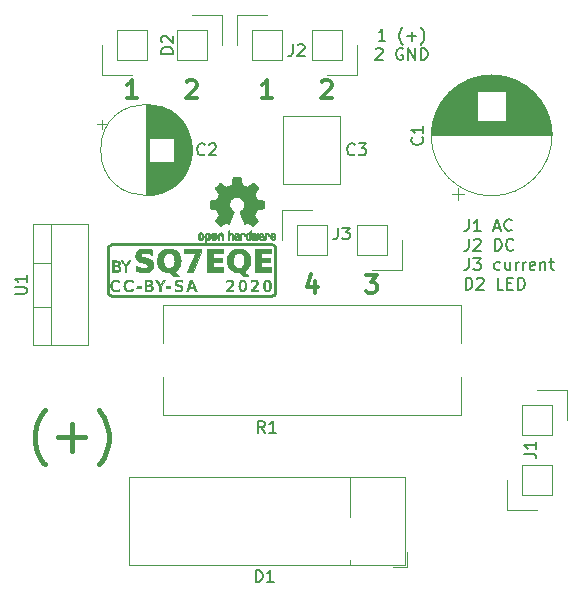
<source format=gbr>
%TF.GenerationSoftware,KiCad,Pcbnew,5.1.5-1.fc31*%
%TF.CreationDate,2020-04-07T08:28:03+02:00*%
%TF.ProjectId,zasilacz,7a617369-6c61-4637-9a2e-6b696361645f,1.0*%
%TF.SameCoordinates,Original*%
%TF.FileFunction,Legend,Top*%
%TF.FilePolarity,Positive*%
%FSLAX46Y46*%
G04 Gerber Fmt 4.6, Leading zero omitted, Abs format (unit mm)*
G04 Created by KiCad (PCBNEW 5.1.5-1.fc31) date 2020-04-07 08:28:03*
%MOMM*%
%LPD*%
G04 APERTURE LIST*
%ADD10C,0.400000*%
%ADD11C,0.150000*%
%ADD12C,0.300000*%
%ADD13C,0.010000*%
%ADD14C,0.120000*%
%ADD15C,2.302000*%
%ADD16R,2.102000X2.102000*%
%ADD17C,2.102000*%
%ADD18R,1.702000X1.702000*%
%ADD19C,1.702000*%
%ADD20C,1.502000*%
%ADD21C,2.902000*%
%ADD22R,2.902000X2.902000*%
%ADD23R,1.626000X1.626000*%
%ADD24C,1.626000*%
%ADD25C,1.926000*%
%ADD26R,1.926000X1.926000*%
%ADD27C,2.502000*%
%ADD28O,2.502000X2.502000*%
%ADD29R,2.102000X2.007000*%
%ADD30O,2.102000X2.007000*%
G04 APERTURE END LIST*
D10*
X110744285Y-102830000D02*
X110601428Y-102687142D01*
X110315714Y-102258571D01*
X110172857Y-101972857D01*
X110030000Y-101544285D01*
X109887142Y-100830000D01*
X109887142Y-100258571D01*
X110030000Y-99544285D01*
X110172857Y-99115714D01*
X110315714Y-98830000D01*
X110601428Y-98401428D01*
X110744285Y-98258571D01*
X111887142Y-100544285D02*
X114172857Y-100544285D01*
X113030000Y-101687142D02*
X113030000Y-99401428D01*
X115315714Y-102830000D02*
X115458571Y-102687142D01*
X115744285Y-102258571D01*
X115887142Y-101972857D01*
X116030000Y-101544285D01*
X116172857Y-100830000D01*
X116172857Y-100258571D01*
X116030000Y-99544285D01*
X115887142Y-99115714D01*
X115744285Y-98830000D01*
X115458571Y-98401428D01*
X115315714Y-98258571D01*
D11*
X146671309Y-82067380D02*
X146671309Y-82781666D01*
X146623690Y-82924523D01*
X146528452Y-83019761D01*
X146385595Y-83067380D01*
X146290357Y-83067380D01*
X147671309Y-83067380D02*
X147099880Y-83067380D01*
X147385595Y-83067380D02*
X147385595Y-82067380D01*
X147290357Y-82210238D01*
X147195119Y-82305476D01*
X147099880Y-82353095D01*
X148814166Y-82781666D02*
X149290357Y-82781666D01*
X148718928Y-83067380D02*
X149052261Y-82067380D01*
X149385595Y-83067380D01*
X150290357Y-82972142D02*
X150242738Y-83019761D01*
X150099880Y-83067380D01*
X150004642Y-83067380D01*
X149861785Y-83019761D01*
X149766547Y-82924523D01*
X149718928Y-82829285D01*
X149671309Y-82638809D01*
X149671309Y-82495952D01*
X149718928Y-82305476D01*
X149766547Y-82210238D01*
X149861785Y-82115000D01*
X150004642Y-82067380D01*
X150099880Y-82067380D01*
X150242738Y-82115000D01*
X150290357Y-82162619D01*
X146671309Y-83717380D02*
X146671309Y-84431666D01*
X146623690Y-84574523D01*
X146528452Y-84669761D01*
X146385595Y-84717380D01*
X146290357Y-84717380D01*
X147099880Y-83812619D02*
X147147500Y-83765000D01*
X147242738Y-83717380D01*
X147480833Y-83717380D01*
X147576071Y-83765000D01*
X147623690Y-83812619D01*
X147671309Y-83907857D01*
X147671309Y-84003095D01*
X147623690Y-84145952D01*
X147052261Y-84717380D01*
X147671309Y-84717380D01*
X148861785Y-84717380D02*
X148861785Y-83717380D01*
X149099880Y-83717380D01*
X149242738Y-83765000D01*
X149337976Y-83860238D01*
X149385595Y-83955476D01*
X149433214Y-84145952D01*
X149433214Y-84288809D01*
X149385595Y-84479285D01*
X149337976Y-84574523D01*
X149242738Y-84669761D01*
X149099880Y-84717380D01*
X148861785Y-84717380D01*
X150433214Y-84622142D02*
X150385595Y-84669761D01*
X150242738Y-84717380D01*
X150147500Y-84717380D01*
X150004642Y-84669761D01*
X149909404Y-84574523D01*
X149861785Y-84479285D01*
X149814166Y-84288809D01*
X149814166Y-84145952D01*
X149861785Y-83955476D01*
X149909404Y-83860238D01*
X150004642Y-83765000D01*
X150147500Y-83717380D01*
X150242738Y-83717380D01*
X150385595Y-83765000D01*
X150433214Y-83812619D01*
X146671309Y-85367380D02*
X146671309Y-86081666D01*
X146623690Y-86224523D01*
X146528452Y-86319761D01*
X146385595Y-86367380D01*
X146290357Y-86367380D01*
X147052261Y-85367380D02*
X147671309Y-85367380D01*
X147337976Y-85748333D01*
X147480833Y-85748333D01*
X147576071Y-85795952D01*
X147623690Y-85843571D01*
X147671309Y-85938809D01*
X147671309Y-86176904D01*
X147623690Y-86272142D01*
X147576071Y-86319761D01*
X147480833Y-86367380D01*
X147195119Y-86367380D01*
X147099880Y-86319761D01*
X147052261Y-86272142D01*
X149290357Y-86319761D02*
X149195119Y-86367380D01*
X149004642Y-86367380D01*
X148909404Y-86319761D01*
X148861785Y-86272142D01*
X148814166Y-86176904D01*
X148814166Y-85891190D01*
X148861785Y-85795952D01*
X148909404Y-85748333D01*
X149004642Y-85700714D01*
X149195119Y-85700714D01*
X149290357Y-85748333D01*
X150147500Y-85700714D02*
X150147500Y-86367380D01*
X149718928Y-85700714D02*
X149718928Y-86224523D01*
X149766547Y-86319761D01*
X149861785Y-86367380D01*
X150004642Y-86367380D01*
X150099880Y-86319761D01*
X150147500Y-86272142D01*
X150623690Y-86367380D02*
X150623690Y-85700714D01*
X150623690Y-85891190D02*
X150671309Y-85795952D01*
X150718928Y-85748333D01*
X150814166Y-85700714D01*
X150909404Y-85700714D01*
X151242738Y-86367380D02*
X151242738Y-85700714D01*
X151242738Y-85891190D02*
X151290357Y-85795952D01*
X151337976Y-85748333D01*
X151433214Y-85700714D01*
X151528452Y-85700714D01*
X152242738Y-86319761D02*
X152147500Y-86367380D01*
X151957023Y-86367380D01*
X151861785Y-86319761D01*
X151814166Y-86224523D01*
X151814166Y-85843571D01*
X151861785Y-85748333D01*
X151957023Y-85700714D01*
X152147500Y-85700714D01*
X152242738Y-85748333D01*
X152290357Y-85843571D01*
X152290357Y-85938809D01*
X151814166Y-86034047D01*
X152718928Y-85700714D02*
X152718928Y-86367380D01*
X152718928Y-85795952D02*
X152766547Y-85748333D01*
X152861785Y-85700714D01*
X153004642Y-85700714D01*
X153099880Y-85748333D01*
X153147500Y-85843571D01*
X153147500Y-86367380D01*
X153480833Y-85700714D02*
X153861785Y-85700714D01*
X153623690Y-85367380D02*
X153623690Y-86224523D01*
X153671309Y-86319761D01*
X153766547Y-86367380D01*
X153861785Y-86367380D01*
X146385595Y-88017380D02*
X146385595Y-87017380D01*
X146623690Y-87017380D01*
X146766547Y-87065000D01*
X146861785Y-87160238D01*
X146909404Y-87255476D01*
X146957023Y-87445952D01*
X146957023Y-87588809D01*
X146909404Y-87779285D01*
X146861785Y-87874523D01*
X146766547Y-87969761D01*
X146623690Y-88017380D01*
X146385595Y-88017380D01*
X147337976Y-87112619D02*
X147385595Y-87065000D01*
X147480833Y-87017380D01*
X147718928Y-87017380D01*
X147814166Y-87065000D01*
X147861785Y-87112619D01*
X147909404Y-87207857D01*
X147909404Y-87303095D01*
X147861785Y-87445952D01*
X147290357Y-88017380D01*
X147909404Y-88017380D01*
X149576071Y-88017380D02*
X149099880Y-88017380D01*
X149099880Y-87017380D01*
X149909404Y-87493571D02*
X150242738Y-87493571D01*
X150385595Y-88017380D02*
X149909404Y-88017380D01*
X149909404Y-87017380D01*
X150385595Y-87017380D01*
X150814166Y-88017380D02*
X150814166Y-87017380D01*
X151052261Y-87017380D01*
X151195119Y-87065000D01*
X151290357Y-87160238D01*
X151337976Y-87255476D01*
X151385595Y-87445952D01*
X151385595Y-87588809D01*
X151337976Y-87779285D01*
X151290357Y-87874523D01*
X151195119Y-87969761D01*
X151052261Y-88017380D01*
X150814166Y-88017380D01*
X139589047Y-66937380D02*
X139017619Y-66937380D01*
X139303333Y-66937380D02*
X139303333Y-65937380D01*
X139208095Y-66080238D01*
X139112857Y-66175476D01*
X139017619Y-66223095D01*
X141065238Y-67318333D02*
X141017619Y-67270714D01*
X140922380Y-67127857D01*
X140874761Y-67032619D01*
X140827142Y-66889761D01*
X140779523Y-66651666D01*
X140779523Y-66461190D01*
X140827142Y-66223095D01*
X140874761Y-66080238D01*
X140922380Y-65985000D01*
X141017619Y-65842142D01*
X141065238Y-65794523D01*
X141446190Y-66556428D02*
X142208095Y-66556428D01*
X141827142Y-66937380D02*
X141827142Y-66175476D01*
X142589047Y-67318333D02*
X142636666Y-67270714D01*
X142731904Y-67127857D01*
X142779523Y-67032619D01*
X142827142Y-66889761D01*
X142874761Y-66651666D01*
X142874761Y-66461190D01*
X142827142Y-66223095D01*
X142779523Y-66080238D01*
X142731904Y-65985000D01*
X142636666Y-65842142D01*
X142589047Y-65794523D01*
X138779523Y-67682619D02*
X138827142Y-67635000D01*
X138922380Y-67587380D01*
X139160476Y-67587380D01*
X139255714Y-67635000D01*
X139303333Y-67682619D01*
X139350952Y-67777857D01*
X139350952Y-67873095D01*
X139303333Y-68015952D01*
X138731904Y-68587380D01*
X139350952Y-68587380D01*
X141065238Y-67635000D02*
X140970000Y-67587380D01*
X140827142Y-67587380D01*
X140684285Y-67635000D01*
X140589047Y-67730238D01*
X140541428Y-67825476D01*
X140493809Y-68015952D01*
X140493809Y-68158809D01*
X140541428Y-68349285D01*
X140589047Y-68444523D01*
X140684285Y-68539761D01*
X140827142Y-68587380D01*
X140922380Y-68587380D01*
X141065238Y-68539761D01*
X141112857Y-68492142D01*
X141112857Y-68158809D01*
X140922380Y-68158809D01*
X141541428Y-68587380D02*
X141541428Y-67587380D01*
X142112857Y-68587380D01*
X142112857Y-67587380D01*
X142589047Y-68587380D02*
X142589047Y-67587380D01*
X142827142Y-67587380D01*
X142970000Y-67635000D01*
X143065238Y-67730238D01*
X143112857Y-67825476D01*
X143160476Y-68015952D01*
X143160476Y-68158809D01*
X143112857Y-68349285D01*
X143065238Y-68444523D01*
X142970000Y-68539761D01*
X142827142Y-68587380D01*
X142589047Y-68587380D01*
D12*
X137930000Y-86808571D02*
X138858571Y-86808571D01*
X138358571Y-87380000D01*
X138572857Y-87380000D01*
X138715714Y-87451428D01*
X138787142Y-87522857D01*
X138858571Y-87665714D01*
X138858571Y-88022857D01*
X138787142Y-88165714D01*
X138715714Y-88237142D01*
X138572857Y-88308571D01*
X138144285Y-88308571D01*
X138001428Y-88237142D01*
X137930000Y-88165714D01*
X122761428Y-70441428D02*
X122832857Y-70370000D01*
X122975714Y-70298571D01*
X123332857Y-70298571D01*
X123475714Y-70370000D01*
X123547142Y-70441428D01*
X123618571Y-70584285D01*
X123618571Y-70727142D01*
X123547142Y-70941428D01*
X122690000Y-71798571D01*
X123618571Y-71798571D01*
X134191428Y-70441428D02*
X134262857Y-70370000D01*
X134405714Y-70298571D01*
X134762857Y-70298571D01*
X134905714Y-70370000D01*
X134977142Y-70441428D01*
X135048571Y-70584285D01*
X135048571Y-70727142D01*
X134977142Y-70941428D01*
X134120000Y-71798571D01*
X135048571Y-71798571D01*
X133635714Y-87308571D02*
X133635714Y-88308571D01*
X133278571Y-86737142D02*
X132921428Y-87808571D01*
X133850000Y-87808571D01*
X118538571Y-71798571D02*
X117681428Y-71798571D01*
X118110000Y-71798571D02*
X118110000Y-70298571D01*
X117967142Y-70512857D01*
X117824285Y-70655714D01*
X117681428Y-70727142D01*
X129968571Y-71798571D02*
X129111428Y-71798571D01*
X129540000Y-71798571D02*
X129540000Y-70298571D01*
X129397142Y-70512857D01*
X129254285Y-70655714D01*
X129111428Y-70727142D01*
D13*
%TO.C,G\002A\002A\002A*%
G36*
X129873375Y-84963000D02*
G01*
X129032000Y-84963000D01*
X129032000Y-85328125D01*
X129825750Y-85328125D01*
X129825750Y-85693250D01*
X129032000Y-85693250D01*
X129032000Y-86137750D01*
X129905125Y-86137750D01*
X129905125Y-86518750D01*
X128523754Y-86518750D01*
X128527845Y-85554343D01*
X128531937Y-84589937D01*
X129873375Y-84581655D01*
X129873375Y-84963000D01*
G37*
X129873375Y-84963000D02*
X129032000Y-84963000D01*
X129032000Y-85328125D01*
X129825750Y-85328125D01*
X129825750Y-85693250D01*
X129032000Y-85693250D01*
X129032000Y-86137750D01*
X129905125Y-86137750D01*
X129905125Y-86518750D01*
X128523754Y-86518750D01*
X128527845Y-85554343D01*
X128531937Y-84589937D01*
X129873375Y-84581655D01*
X129873375Y-84963000D01*
G36*
X125809375Y-84963000D02*
G01*
X124968000Y-84963000D01*
X124968000Y-85328125D01*
X125761750Y-85328125D01*
X125761750Y-85692695D01*
X125368843Y-85696941D01*
X124975937Y-85701187D01*
X124971520Y-85919468D01*
X124967104Y-86137750D01*
X125841125Y-86137750D01*
X125841125Y-86518750D01*
X124475875Y-86518750D01*
X124475875Y-84582000D01*
X125809375Y-84582000D01*
X125809375Y-84963000D01*
G37*
X125809375Y-84963000D02*
X124968000Y-84963000D01*
X124968000Y-85328125D01*
X125761750Y-85328125D01*
X125761750Y-85692695D01*
X125368843Y-85696941D01*
X124975937Y-85701187D01*
X124971520Y-85919468D01*
X124967104Y-86137750D01*
X125841125Y-86137750D01*
X125841125Y-86518750D01*
X124475875Y-86518750D01*
X124475875Y-84582000D01*
X125809375Y-84582000D01*
X125809375Y-84963000D01*
G36*
X124015500Y-84878967D02*
G01*
X123643404Y-85694890D01*
X123271309Y-86510812D01*
X123032217Y-86515194D01*
X122949183Y-86516049D01*
X122878675Y-86515504D01*
X122826167Y-86513701D01*
X122797131Y-86510786D01*
X122793125Y-86508916D01*
X122799506Y-86492828D01*
X122817835Y-86450576D01*
X122846890Y-86384887D01*
X122885450Y-86298488D01*
X122932292Y-86194104D01*
X122986196Y-86074463D01*
X123045939Y-85942290D01*
X123110300Y-85800313D01*
X123136002Y-85743724D01*
X123202073Y-85598267D01*
X123264262Y-85461240D01*
X123321311Y-85335420D01*
X123371964Y-85223584D01*
X123414963Y-85128511D01*
X123449053Y-85052979D01*
X123472975Y-84999764D01*
X123485473Y-84971645D01*
X123486950Y-84968158D01*
X123484239Y-84961941D01*
X123468830Y-84957025D01*
X123437770Y-84953273D01*
X123388103Y-84950548D01*
X123316877Y-84948714D01*
X123221138Y-84947633D01*
X123097930Y-84947169D01*
X123032948Y-84947125D01*
X122570875Y-84947125D01*
X122570875Y-84582000D01*
X124015500Y-84582000D01*
X124015500Y-84878967D01*
G37*
X124015500Y-84878967D02*
X123643404Y-85694890D01*
X123271309Y-86510812D01*
X123032217Y-86515194D01*
X122949183Y-86516049D01*
X122878675Y-86515504D01*
X122826167Y-86513701D01*
X122797131Y-86510786D01*
X122793125Y-86508916D01*
X122799506Y-86492828D01*
X122817835Y-86450576D01*
X122846890Y-86384887D01*
X122885450Y-86298488D01*
X122932292Y-86194104D01*
X122986196Y-86074463D01*
X123045939Y-85942290D01*
X123110300Y-85800313D01*
X123136002Y-85743724D01*
X123202073Y-85598267D01*
X123264262Y-85461240D01*
X123321311Y-85335420D01*
X123371964Y-85223584D01*
X123414963Y-85128511D01*
X123449053Y-85052979D01*
X123472975Y-84999764D01*
X123485473Y-84971645D01*
X123486950Y-84968158D01*
X123484239Y-84961941D01*
X123468830Y-84957025D01*
X123437770Y-84953273D01*
X123388103Y-84950548D01*
X123316877Y-84948714D01*
X123221138Y-84947633D01*
X123097930Y-84947169D01*
X123032948Y-84947125D01*
X122570875Y-84947125D01*
X122570875Y-84582000D01*
X124015500Y-84582000D01*
X124015500Y-84878967D01*
G36*
X117959397Y-85552191D02*
G01*
X117981424Y-85556728D01*
X117983000Y-85558536D01*
X117974597Y-85573677D01*
X117951214Y-85610937D01*
X117915582Y-85666086D01*
X117870436Y-85734895D01*
X117818509Y-85813135D01*
X117816312Y-85816428D01*
X117649625Y-86066157D01*
X117649625Y-86518750D01*
X117522625Y-86518750D01*
X117522625Y-86057354D01*
X117355937Y-85813419D01*
X117303359Y-85735938D01*
X117257594Y-85667472D01*
X117221450Y-85612305D01*
X117197733Y-85574721D01*
X117189250Y-85559016D01*
X117203331Y-85553654D01*
X117238761Y-85552510D01*
X117256718Y-85553430D01*
X117283178Y-85556021D01*
X117304671Y-85562101D01*
X117325217Y-85575706D01*
X117348837Y-85600870D01*
X117379550Y-85641628D01*
X117421377Y-85702015D01*
X117456780Y-85754224D01*
X117589372Y-85950136D01*
X117722869Y-85750255D01*
X117856366Y-85550375D01*
X117919683Y-85550375D01*
X117959397Y-85552191D01*
G37*
X117959397Y-85552191D02*
X117981424Y-85556728D01*
X117983000Y-85558536D01*
X117974597Y-85573677D01*
X117951214Y-85610937D01*
X117915582Y-85666086D01*
X117870436Y-85734895D01*
X117818509Y-85813135D01*
X117816312Y-85816428D01*
X117649625Y-86066157D01*
X117649625Y-86518750D01*
X117522625Y-86518750D01*
X117522625Y-86057354D01*
X117355937Y-85813419D01*
X117303359Y-85735938D01*
X117257594Y-85667472D01*
X117221450Y-85612305D01*
X117197733Y-85574721D01*
X117189250Y-85559016D01*
X117203331Y-85553654D01*
X117238761Y-85552510D01*
X117256718Y-85553430D01*
X117283178Y-85556021D01*
X117304671Y-85562101D01*
X117325217Y-85575706D01*
X117348837Y-85600870D01*
X117379550Y-85641628D01*
X117421377Y-85702015D01*
X117456780Y-85754224D01*
X117589372Y-85950136D01*
X117722869Y-85750255D01*
X117856366Y-85550375D01*
X117919683Y-85550375D01*
X117959397Y-85552191D01*
G36*
X116709031Y-85553285D02*
G01*
X116816795Y-85557432D01*
X116898282Y-85564197D01*
X116958942Y-85575089D01*
X117004227Y-85591615D01*
X117039591Y-85615284D01*
X117070484Y-85647603D01*
X117076306Y-85654855D01*
X117110549Y-85719835D01*
X117122100Y-85792265D01*
X117112047Y-85863639D01*
X117081478Y-85925453D01*
X117036441Y-85966406D01*
X116980680Y-85999305D01*
X117039656Y-86032809D01*
X117103593Y-86084252D01*
X117141520Y-86152125D01*
X117154397Y-86238417D01*
X117153471Y-86268932D01*
X117139325Y-86351735D01*
X117106243Y-86413613D01*
X117049526Y-86462015D01*
X117021662Y-86477973D01*
X116992691Y-86491076D01*
X116959589Y-86500547D01*
X116916303Y-86507144D01*
X116856778Y-86511628D01*
X116774957Y-86514757D01*
X116716968Y-86516206D01*
X116474875Y-86521599D01*
X116474875Y-86058375D01*
X116601875Y-86058375D01*
X116601875Y-86410515D01*
X116768237Y-86405101D01*
X116843762Y-86402089D01*
X116894762Y-86397840D01*
X116928463Y-86390722D01*
X116952088Y-86379106D01*
X116972860Y-86361365D01*
X116976013Y-86358238D01*
X117008898Y-86305784D01*
X117020275Y-86242838D01*
X117011745Y-86178399D01*
X116984906Y-86121467D01*
X116941355Y-86081038D01*
X116925448Y-86073541D01*
X116891680Y-86066642D01*
X116836204Y-86061385D01*
X116769049Y-86058607D01*
X116743716Y-86058375D01*
X116601875Y-86058375D01*
X116474875Y-86058375D01*
X116474875Y-85661500D01*
X116601875Y-85661500D01*
X116601875Y-85950225D01*
X116758996Y-85944768D01*
X116836324Y-85940940D01*
X116888788Y-85934991D01*
X116923264Y-85925631D01*
X116946626Y-85911572D01*
X116949496Y-85909070D01*
X116973018Y-85869820D01*
X116983631Y-85814251D01*
X116979535Y-85755788D01*
X116973013Y-85733648D01*
X116944402Y-85698970D01*
X116888894Y-85675743D01*
X116805323Y-85663609D01*
X116737600Y-85661500D01*
X116601875Y-85661500D01*
X116474875Y-85661500D01*
X116474875Y-85546914D01*
X116709031Y-85553285D01*
G37*
X116709031Y-85553285D02*
X116816795Y-85557432D01*
X116898282Y-85564197D01*
X116958942Y-85575089D01*
X117004227Y-85591615D01*
X117039591Y-85615284D01*
X117070484Y-85647603D01*
X117076306Y-85654855D01*
X117110549Y-85719835D01*
X117122100Y-85792265D01*
X117112047Y-85863639D01*
X117081478Y-85925453D01*
X117036441Y-85966406D01*
X116980680Y-85999305D01*
X117039656Y-86032809D01*
X117103593Y-86084252D01*
X117141520Y-86152125D01*
X117154397Y-86238417D01*
X117153471Y-86268932D01*
X117139325Y-86351735D01*
X117106243Y-86413613D01*
X117049526Y-86462015D01*
X117021662Y-86477973D01*
X116992691Y-86491076D01*
X116959589Y-86500547D01*
X116916303Y-86507144D01*
X116856778Y-86511628D01*
X116774957Y-86514757D01*
X116716968Y-86516206D01*
X116474875Y-86521599D01*
X116474875Y-86058375D01*
X116601875Y-86058375D01*
X116601875Y-86410515D01*
X116768237Y-86405101D01*
X116843762Y-86402089D01*
X116894762Y-86397840D01*
X116928463Y-86390722D01*
X116952088Y-86379106D01*
X116972860Y-86361365D01*
X116976013Y-86358238D01*
X117008898Y-86305784D01*
X117020275Y-86242838D01*
X117011745Y-86178399D01*
X116984906Y-86121467D01*
X116941355Y-86081038D01*
X116925448Y-86073541D01*
X116891680Y-86066642D01*
X116836204Y-86061385D01*
X116769049Y-86058607D01*
X116743716Y-86058375D01*
X116601875Y-86058375D01*
X116474875Y-86058375D01*
X116474875Y-85661500D01*
X116601875Y-85661500D01*
X116601875Y-85950225D01*
X116758996Y-85944768D01*
X116836324Y-85940940D01*
X116888788Y-85934991D01*
X116923264Y-85925631D01*
X116946626Y-85911572D01*
X116949496Y-85909070D01*
X116973018Y-85869820D01*
X116983631Y-85814251D01*
X116979535Y-85755788D01*
X116973013Y-85733648D01*
X116944402Y-85698970D01*
X116888894Y-85675743D01*
X116805323Y-85663609D01*
X116737600Y-85661500D01*
X116601875Y-85661500D01*
X116474875Y-85661500D01*
X116474875Y-85546914D01*
X116709031Y-85553285D01*
G36*
X119333232Y-84565080D02*
G01*
X119492632Y-84582727D01*
X119654002Y-84610146D01*
X119717343Y-84623696D01*
X119824500Y-84648044D01*
X119824500Y-85056032D01*
X119699449Y-85010394D01*
X119562551Y-84967497D01*
X119424893Y-84937360D01*
X119292196Y-84920428D01*
X119170180Y-84917149D01*
X119064567Y-84927971D01*
X118981077Y-84953339D01*
X118979403Y-84954125D01*
X118922448Y-84995787D01*
X118888099Y-85051336D01*
X118877141Y-85113416D01*
X118890360Y-85174672D01*
X118928542Y-85227748D01*
X118948512Y-85243410D01*
X118990312Y-85264186D01*
X119050918Y-85285657D01*
X119117797Y-85303433D01*
X119123137Y-85304584D01*
X119290502Y-85341638D01*
X119429525Y-85376415D01*
X119543426Y-85410071D01*
X119635427Y-85443762D01*
X119708747Y-85478646D01*
X119766609Y-85515879D01*
X119805375Y-85549567D01*
X119875489Y-85641756D01*
X119921618Y-85752656D01*
X119942955Y-85879278D01*
X119938689Y-86018631D01*
X119936599Y-86034782D01*
X119905215Y-86171245D01*
X119851622Y-86285592D01*
X119774980Y-86378692D01*
X119674449Y-86451415D01*
X119549189Y-86504629D01*
X119460476Y-86527840D01*
X119404341Y-86535867D01*
X119325642Y-86542087D01*
X119233527Y-86546296D01*
X119137140Y-86548289D01*
X119045628Y-86547863D01*
X118968138Y-86544813D01*
X118919625Y-86539925D01*
X118841498Y-86525574D01*
X118747261Y-86505287D01*
X118651050Y-86482333D01*
X118566998Y-86459978D01*
X118542593Y-86452755D01*
X118443375Y-86422224D01*
X118443375Y-86214788D01*
X118444076Y-86126711D01*
X118446427Y-86066655D01*
X118450795Y-86030917D01*
X118457548Y-86015793D01*
X118463218Y-86015193D01*
X118485925Y-86024451D01*
X118530268Y-86042743D01*
X118588574Y-86066896D01*
X118621180Y-86080437D01*
X118769531Y-86135237D01*
X118905795Y-86169933D01*
X119040397Y-86186809D01*
X119118062Y-86189326D01*
X119238707Y-86182597D01*
X119331999Y-86161081D01*
X119399019Y-86124113D01*
X119440852Y-86071029D01*
X119458580Y-86001164D01*
X119459375Y-85979852D01*
X119452456Y-85917057D01*
X119429887Y-85874068D01*
X119427164Y-85871037D01*
X119405872Y-85849894D01*
X119382489Y-85831901D01*
X119352930Y-85815635D01*
X119313112Y-85799672D01*
X119258948Y-85782589D01*
X119186356Y-85762963D01*
X119091250Y-85739368D01*
X118969546Y-85710383D01*
X118959312Y-85707971D01*
X118803491Y-85662035D01*
X118676321Y-85603747D01*
X118576716Y-85531873D01*
X118503589Y-85445181D01*
X118455852Y-85342438D01*
X118432417Y-85222412D01*
X118430656Y-85108562D01*
X118449049Y-84972890D01*
X118490406Y-84857903D01*
X118556097Y-84761826D01*
X118647494Y-84682888D01*
X118765967Y-84619314D01*
X118827094Y-84595728D01*
X118922733Y-84572529D01*
X119042694Y-84559806D01*
X119181390Y-84557381D01*
X119333232Y-84565080D01*
G37*
X119333232Y-84565080D02*
X119492632Y-84582727D01*
X119654002Y-84610146D01*
X119717343Y-84623696D01*
X119824500Y-84648044D01*
X119824500Y-85056032D01*
X119699449Y-85010394D01*
X119562551Y-84967497D01*
X119424893Y-84937360D01*
X119292196Y-84920428D01*
X119170180Y-84917149D01*
X119064567Y-84927971D01*
X118981077Y-84953339D01*
X118979403Y-84954125D01*
X118922448Y-84995787D01*
X118888099Y-85051336D01*
X118877141Y-85113416D01*
X118890360Y-85174672D01*
X118928542Y-85227748D01*
X118948512Y-85243410D01*
X118990312Y-85264186D01*
X119050918Y-85285657D01*
X119117797Y-85303433D01*
X119123137Y-85304584D01*
X119290502Y-85341638D01*
X119429525Y-85376415D01*
X119543426Y-85410071D01*
X119635427Y-85443762D01*
X119708747Y-85478646D01*
X119766609Y-85515879D01*
X119805375Y-85549567D01*
X119875489Y-85641756D01*
X119921618Y-85752656D01*
X119942955Y-85879278D01*
X119938689Y-86018631D01*
X119936599Y-86034782D01*
X119905215Y-86171245D01*
X119851622Y-86285592D01*
X119774980Y-86378692D01*
X119674449Y-86451415D01*
X119549189Y-86504629D01*
X119460476Y-86527840D01*
X119404341Y-86535867D01*
X119325642Y-86542087D01*
X119233527Y-86546296D01*
X119137140Y-86548289D01*
X119045628Y-86547863D01*
X118968138Y-86544813D01*
X118919625Y-86539925D01*
X118841498Y-86525574D01*
X118747261Y-86505287D01*
X118651050Y-86482333D01*
X118566998Y-86459978D01*
X118542593Y-86452755D01*
X118443375Y-86422224D01*
X118443375Y-86214788D01*
X118444076Y-86126711D01*
X118446427Y-86066655D01*
X118450795Y-86030917D01*
X118457548Y-86015793D01*
X118463218Y-86015193D01*
X118485925Y-86024451D01*
X118530268Y-86042743D01*
X118588574Y-86066896D01*
X118621180Y-86080437D01*
X118769531Y-86135237D01*
X118905795Y-86169933D01*
X119040397Y-86186809D01*
X119118062Y-86189326D01*
X119238707Y-86182597D01*
X119331999Y-86161081D01*
X119399019Y-86124113D01*
X119440852Y-86071029D01*
X119458580Y-86001164D01*
X119459375Y-85979852D01*
X119452456Y-85917057D01*
X119429887Y-85874068D01*
X119427164Y-85871037D01*
X119405872Y-85849894D01*
X119382489Y-85831901D01*
X119352930Y-85815635D01*
X119313112Y-85799672D01*
X119258948Y-85782589D01*
X119186356Y-85762963D01*
X119091250Y-85739368D01*
X118969546Y-85710383D01*
X118959312Y-85707971D01*
X118803491Y-85662035D01*
X118676321Y-85603747D01*
X118576716Y-85531873D01*
X118503589Y-85445181D01*
X118455852Y-85342438D01*
X118432417Y-85222412D01*
X118430656Y-85108562D01*
X118449049Y-84972890D01*
X118490406Y-84857903D01*
X118556097Y-84761826D01*
X118647494Y-84682888D01*
X118765967Y-84619314D01*
X118827094Y-84595728D01*
X118922733Y-84572529D01*
X119042694Y-84559806D01*
X119181390Y-84557381D01*
X119333232Y-84565080D01*
G36*
X127277612Y-84562156D02*
G01*
X127383582Y-84571285D01*
X127469532Y-84586520D01*
X127476250Y-84588274D01*
X127641306Y-84647107D01*
X127783578Y-84728042D01*
X127903030Y-84831034D01*
X127999628Y-84956037D01*
X128073335Y-85103007D01*
X128124118Y-85271897D01*
X128151941Y-85462664D01*
X128151973Y-85463062D01*
X128153268Y-85648881D01*
X128127256Y-85824666D01*
X128075111Y-85987876D01*
X127998004Y-86135967D01*
X127897110Y-86266397D01*
X127773599Y-86376624D01*
X127711234Y-86418784D01*
X127617854Y-86476422D01*
X127671065Y-86533304D01*
X127702428Y-86567239D01*
X127748864Y-86617989D01*
X127804192Y-86678782D01*
X127862235Y-86742843D01*
X127864156Y-86744968D01*
X128004034Y-86899750D01*
X127526267Y-86899750D01*
X127372172Y-86727332D01*
X127218078Y-86554915D01*
X127073320Y-86545628D01*
X126888860Y-86520817D01*
X126723275Y-86471678D01*
X126577517Y-86398895D01*
X126452542Y-86303150D01*
X126349303Y-86185127D01*
X126268754Y-86045509D01*
X126228058Y-85940543D01*
X126198383Y-85817524D01*
X126180710Y-85676124D01*
X126178832Y-85621552D01*
X126687536Y-85621552D01*
X126702708Y-85751149D01*
X126733322Y-85871929D01*
X126779299Y-85978072D01*
X126840559Y-86063759D01*
X126860206Y-86083083D01*
X126951660Y-86145162D01*
X127057457Y-86182508D01*
X127170891Y-86194158D01*
X127285255Y-86179147D01*
X127357187Y-86154518D01*
X127427430Y-86110143D01*
X127495416Y-86042788D01*
X127553816Y-85960816D01*
X127588682Y-85890398D01*
X127603496Y-85849953D01*
X127613849Y-85811069D01*
X127620537Y-85766757D01*
X127624357Y-85710024D01*
X127626107Y-85633878D01*
X127626544Y-85558312D01*
X127626283Y-85463011D01*
X127624482Y-85392254D01*
X127620326Y-85338843D01*
X127613003Y-85295580D01*
X127601700Y-85255267D01*
X127587999Y-85217000D01*
X127531100Y-85105535D01*
X127455067Y-85018836D01*
X127361679Y-84958056D01*
X127252713Y-84924351D01*
X127129948Y-84918874D01*
X127128845Y-84918952D01*
X127015130Y-84939196D01*
X126919674Y-84983460D01*
X126846078Y-85044952D01*
X126782852Y-85131358D01*
X126735464Y-85238040D01*
X126703835Y-85359178D01*
X126687885Y-85488955D01*
X126687536Y-85621552D01*
X126178832Y-85621552D01*
X126175596Y-85527576D01*
X126183597Y-85383112D01*
X126196160Y-85296375D01*
X126242575Y-85129304D01*
X126314735Y-84980183D01*
X126411206Y-84850552D01*
X126530552Y-84741950D01*
X126671338Y-84655918D01*
X126832129Y-84593996D01*
X126857125Y-84587083D01*
X126941378Y-84571595D01*
X127046330Y-84562291D01*
X127161802Y-84559151D01*
X127277612Y-84562156D01*
G37*
X127277612Y-84562156D02*
X127383582Y-84571285D01*
X127469532Y-84586520D01*
X127476250Y-84588274D01*
X127641306Y-84647107D01*
X127783578Y-84728042D01*
X127903030Y-84831034D01*
X127999628Y-84956037D01*
X128073335Y-85103007D01*
X128124118Y-85271897D01*
X128151941Y-85462664D01*
X128151973Y-85463062D01*
X128153268Y-85648881D01*
X128127256Y-85824666D01*
X128075111Y-85987876D01*
X127998004Y-86135967D01*
X127897110Y-86266397D01*
X127773599Y-86376624D01*
X127711234Y-86418784D01*
X127617854Y-86476422D01*
X127671065Y-86533304D01*
X127702428Y-86567239D01*
X127748864Y-86617989D01*
X127804192Y-86678782D01*
X127862235Y-86742843D01*
X127864156Y-86744968D01*
X128004034Y-86899750D01*
X127526267Y-86899750D01*
X127372172Y-86727332D01*
X127218078Y-86554915D01*
X127073320Y-86545628D01*
X126888860Y-86520817D01*
X126723275Y-86471678D01*
X126577517Y-86398895D01*
X126452542Y-86303150D01*
X126349303Y-86185127D01*
X126268754Y-86045509D01*
X126228058Y-85940543D01*
X126198383Y-85817524D01*
X126180710Y-85676124D01*
X126178832Y-85621552D01*
X126687536Y-85621552D01*
X126702708Y-85751149D01*
X126733322Y-85871929D01*
X126779299Y-85978072D01*
X126840559Y-86063759D01*
X126860206Y-86083083D01*
X126951660Y-86145162D01*
X127057457Y-86182508D01*
X127170891Y-86194158D01*
X127285255Y-86179147D01*
X127357187Y-86154518D01*
X127427430Y-86110143D01*
X127495416Y-86042788D01*
X127553816Y-85960816D01*
X127588682Y-85890398D01*
X127603496Y-85849953D01*
X127613849Y-85811069D01*
X127620537Y-85766757D01*
X127624357Y-85710024D01*
X127626107Y-85633878D01*
X127626544Y-85558312D01*
X127626283Y-85463011D01*
X127624482Y-85392254D01*
X127620326Y-85338843D01*
X127613003Y-85295580D01*
X127601700Y-85255267D01*
X127587999Y-85217000D01*
X127531100Y-85105535D01*
X127455067Y-85018836D01*
X127361679Y-84958056D01*
X127252713Y-84924351D01*
X127129948Y-84918874D01*
X127128845Y-84918952D01*
X127015130Y-84939196D01*
X126919674Y-84983460D01*
X126846078Y-85044952D01*
X126782852Y-85131358D01*
X126735464Y-85238040D01*
X126703835Y-85359178D01*
X126687885Y-85488955D01*
X126687536Y-85621552D01*
X126178832Y-85621552D01*
X126175596Y-85527576D01*
X126183597Y-85383112D01*
X126196160Y-85296375D01*
X126242575Y-85129304D01*
X126314735Y-84980183D01*
X126411206Y-84850552D01*
X126530552Y-84741950D01*
X126671338Y-84655918D01*
X126832129Y-84593996D01*
X126857125Y-84587083D01*
X126941378Y-84571595D01*
X127046330Y-84562291D01*
X127161802Y-84559151D01*
X127277612Y-84562156D01*
G36*
X121434999Y-84567735D02*
G01*
X121585822Y-84592149D01*
X121718596Y-84635048D01*
X121838264Y-84698125D01*
X121949768Y-84783074D01*
X121972864Y-84804089D01*
X122078388Y-84924067D01*
X122158852Y-85063200D01*
X122214307Y-85221635D01*
X122244801Y-85399519D01*
X122250387Y-85597001D01*
X122249789Y-85612946D01*
X122244123Y-85708328D01*
X122234902Y-85784109D01*
X122220055Y-85852406D01*
X122197507Y-85925335D01*
X122195190Y-85932076D01*
X122127741Y-86086466D01*
X122039930Y-86220997D01*
X121934097Y-86332756D01*
X121812583Y-86418828D01*
X121797953Y-86426818D01*
X121758218Y-86450169D01*
X121733520Y-86469055D01*
X121729500Y-86475281D01*
X121739595Y-86490788D01*
X121767353Y-86525194D01*
X121808981Y-86573996D01*
X121860683Y-86632689D01*
X121883285Y-86657870D01*
X121941089Y-86721986D01*
X121993668Y-86780402D01*
X122036180Y-86827730D01*
X122063780Y-86858582D01*
X122068615Y-86864031D01*
X122100159Y-86899750D01*
X121863235Y-86899718D01*
X121626312Y-86899687D01*
X121472533Y-86727554D01*
X121318755Y-86555420D01*
X121170908Y-86545187D01*
X120998718Y-86523535D01*
X120848791Y-86482919D01*
X120716639Y-86421471D01*
X120597771Y-86337326D01*
X120537616Y-86281883D01*
X120443244Y-86171598D01*
X120371287Y-86050149D01*
X120319970Y-85913127D01*
X120287518Y-85756126D01*
X120274932Y-85629750D01*
X120275324Y-85550375D01*
X120801294Y-85550375D01*
X120802806Y-85672071D01*
X120808777Y-85768396D01*
X120820559Y-85845576D01*
X120839505Y-85909838D01*
X120866966Y-85967408D01*
X120904225Y-86024417D01*
X120978393Y-86100980D01*
X121070578Y-86155107D01*
X121175225Y-86185626D01*
X121286775Y-86191368D01*
X121399671Y-86171163D01*
X121470802Y-86143723D01*
X121526067Y-86111871D01*
X121575953Y-86073987D01*
X121596371Y-86053595D01*
X121657954Y-85959006D01*
X121702710Y-85844926D01*
X121730725Y-85717508D01*
X121742090Y-85582907D01*
X121736893Y-85447277D01*
X121715223Y-85316773D01*
X121677169Y-85197548D01*
X121622820Y-85095758D01*
X121581796Y-85044952D01*
X121498663Y-84977480D01*
X121401468Y-84935901D01*
X121299029Y-84918952D01*
X121176553Y-84924573D01*
X121066582Y-84958745D01*
X120971610Y-85019890D01*
X120894131Y-85106428D01*
X120839287Y-85210000D01*
X120824665Y-85249724D01*
X120814368Y-85287749D01*
X120807638Y-85330863D01*
X120803719Y-85385853D01*
X120801852Y-85459507D01*
X120801294Y-85550375D01*
X120275324Y-85550375D01*
X120275855Y-85443298D01*
X120302219Y-85268613D01*
X120352851Y-85108112D01*
X120426582Y-84964213D01*
X120522241Y-84839334D01*
X120638656Y-84735893D01*
X120737360Y-84674633D01*
X120835867Y-84627799D01*
X120929441Y-84594942D01*
X121027284Y-84574050D01*
X121138598Y-84563112D01*
X121261187Y-84560111D01*
X121434999Y-84567735D01*
G37*
X121434999Y-84567735D02*
X121585822Y-84592149D01*
X121718596Y-84635048D01*
X121838264Y-84698125D01*
X121949768Y-84783074D01*
X121972864Y-84804089D01*
X122078388Y-84924067D01*
X122158852Y-85063200D01*
X122214307Y-85221635D01*
X122244801Y-85399519D01*
X122250387Y-85597001D01*
X122249789Y-85612946D01*
X122244123Y-85708328D01*
X122234902Y-85784109D01*
X122220055Y-85852406D01*
X122197507Y-85925335D01*
X122195190Y-85932076D01*
X122127741Y-86086466D01*
X122039930Y-86220997D01*
X121934097Y-86332756D01*
X121812583Y-86418828D01*
X121797953Y-86426818D01*
X121758218Y-86450169D01*
X121733520Y-86469055D01*
X121729500Y-86475281D01*
X121739595Y-86490788D01*
X121767353Y-86525194D01*
X121808981Y-86573996D01*
X121860683Y-86632689D01*
X121883285Y-86657870D01*
X121941089Y-86721986D01*
X121993668Y-86780402D01*
X122036180Y-86827730D01*
X122063780Y-86858582D01*
X122068615Y-86864031D01*
X122100159Y-86899750D01*
X121863235Y-86899718D01*
X121626312Y-86899687D01*
X121472533Y-86727554D01*
X121318755Y-86555420D01*
X121170908Y-86545187D01*
X120998718Y-86523535D01*
X120848791Y-86482919D01*
X120716639Y-86421471D01*
X120597771Y-86337326D01*
X120537616Y-86281883D01*
X120443244Y-86171598D01*
X120371287Y-86050149D01*
X120319970Y-85913127D01*
X120287518Y-85756126D01*
X120274932Y-85629750D01*
X120275324Y-85550375D01*
X120801294Y-85550375D01*
X120802806Y-85672071D01*
X120808777Y-85768396D01*
X120820559Y-85845576D01*
X120839505Y-85909838D01*
X120866966Y-85967408D01*
X120904225Y-86024417D01*
X120978393Y-86100980D01*
X121070578Y-86155107D01*
X121175225Y-86185626D01*
X121286775Y-86191368D01*
X121399671Y-86171163D01*
X121470802Y-86143723D01*
X121526067Y-86111871D01*
X121575953Y-86073987D01*
X121596371Y-86053595D01*
X121657954Y-85959006D01*
X121702710Y-85844926D01*
X121730725Y-85717508D01*
X121742090Y-85582907D01*
X121736893Y-85447277D01*
X121715223Y-85316773D01*
X121677169Y-85197548D01*
X121622820Y-85095758D01*
X121581796Y-85044952D01*
X121498663Y-84977480D01*
X121401468Y-84935901D01*
X121299029Y-84918952D01*
X121176553Y-84924573D01*
X121066582Y-84958745D01*
X120971610Y-85019890D01*
X120894131Y-85106428D01*
X120839287Y-85210000D01*
X120824665Y-85249724D01*
X120814368Y-85287749D01*
X120807638Y-85330863D01*
X120803719Y-85385853D01*
X120801852Y-85459507D01*
X120801294Y-85550375D01*
X120275324Y-85550375D01*
X120275855Y-85443298D01*
X120302219Y-85268613D01*
X120352851Y-85108112D01*
X120426582Y-84964213D01*
X120522241Y-84839334D01*
X120638656Y-84735893D01*
X120737360Y-84674633D01*
X120835867Y-84627799D01*
X120929441Y-84594942D01*
X121027284Y-84574050D01*
X121138598Y-84563112D01*
X121261187Y-84560111D01*
X121434999Y-84567735D01*
G36*
X121388187Y-87749062D02*
G01*
X121393162Y-87800656D01*
X121398136Y-87852250D01*
X121046875Y-87852250D01*
X121046875Y-87740050D01*
X121388187Y-87749062D01*
G37*
X121388187Y-87749062D02*
X121393162Y-87800656D01*
X121398136Y-87852250D01*
X121046875Y-87852250D01*
X121046875Y-87740050D01*
X121388187Y-87749062D01*
G36*
X118872000Y-87852250D02*
G01*
X118520738Y-87852250D01*
X118525712Y-87800656D01*
X118530687Y-87749062D01*
X118701343Y-87744556D01*
X118872000Y-87740050D01*
X118872000Y-87852250D01*
G37*
X118872000Y-87852250D02*
X118520738Y-87852250D01*
X118525712Y-87800656D01*
X118530687Y-87749062D01*
X118701343Y-87744556D01*
X118872000Y-87740050D01*
X118872000Y-87852250D01*
G36*
X128604518Y-87200332D02*
G01*
X128681743Y-87228822D01*
X128695684Y-87237232D01*
X128758258Y-87296395D01*
X128796721Y-87371670D01*
X128809643Y-87456952D01*
X128795596Y-87546137D01*
X128778219Y-87589858D01*
X128756808Y-87622981D01*
X128717515Y-87673402D01*
X128664772Y-87735830D01*
X128603009Y-87804976D01*
X128554628Y-87856808D01*
X128362567Y-88058625D01*
X128809750Y-88058625D01*
X128809750Y-88169750D01*
X128206500Y-88169750D01*
X128206500Y-88111789D01*
X128208193Y-88089512D01*
X128215265Y-88067218D01*
X128230707Y-88041003D01*
X128257508Y-88006966D01*
X128298658Y-87961206D01*
X128357146Y-87899820D01*
X128412692Y-87842714D01*
X128504782Y-87746252D01*
X128574938Y-87667152D01*
X128625308Y-87602087D01*
X128658044Y-87547729D01*
X128675294Y-87500753D01*
X128679209Y-87457831D01*
X128676428Y-87434593D01*
X128650282Y-87370519D01*
X128601693Y-87325715D01*
X128534122Y-87301093D01*
X128451031Y-87297566D01*
X128355882Y-87316045D01*
X128300558Y-87335556D01*
X128204748Y-87374487D01*
X128209592Y-87308340D01*
X128213444Y-87271963D01*
X128223199Y-87249602D01*
X128246207Y-87234231D01*
X128289815Y-87218821D01*
X128309687Y-87212620D01*
X128409299Y-87191645D01*
X128510640Y-87187745D01*
X128604518Y-87200332D01*
G37*
X128604518Y-87200332D02*
X128681743Y-87228822D01*
X128695684Y-87237232D01*
X128758258Y-87296395D01*
X128796721Y-87371670D01*
X128809643Y-87456952D01*
X128795596Y-87546137D01*
X128778219Y-87589858D01*
X128756808Y-87622981D01*
X128717515Y-87673402D01*
X128664772Y-87735830D01*
X128603009Y-87804976D01*
X128554628Y-87856808D01*
X128362567Y-88058625D01*
X128809750Y-88058625D01*
X128809750Y-88169750D01*
X128206500Y-88169750D01*
X128206500Y-88111789D01*
X128208193Y-88089512D01*
X128215265Y-88067218D01*
X128230707Y-88041003D01*
X128257508Y-88006966D01*
X128298658Y-87961206D01*
X128357146Y-87899820D01*
X128412692Y-87842714D01*
X128504782Y-87746252D01*
X128574938Y-87667152D01*
X128625308Y-87602087D01*
X128658044Y-87547729D01*
X128675294Y-87500753D01*
X128679209Y-87457831D01*
X128676428Y-87434593D01*
X128650282Y-87370519D01*
X128601693Y-87325715D01*
X128534122Y-87301093D01*
X128451031Y-87297566D01*
X128355882Y-87316045D01*
X128300558Y-87335556D01*
X128204748Y-87374487D01*
X128209592Y-87308340D01*
X128213444Y-87271963D01*
X128223199Y-87249602D01*
X128246207Y-87234231D01*
X128289815Y-87218821D01*
X128309687Y-87212620D01*
X128409299Y-87191645D01*
X128510640Y-87187745D01*
X128604518Y-87200332D01*
G36*
X126537706Y-87205727D02*
G01*
X126616630Y-87243406D01*
X126676880Y-87298552D01*
X126715132Y-87369439D01*
X126728062Y-87454345D01*
X126727027Y-87476638D01*
X126720481Y-87521287D01*
X126706779Y-87564440D01*
X126683196Y-87610103D01*
X126647008Y-87662283D01*
X126595491Y-87724985D01*
X126525919Y-87802214D01*
X126452691Y-87880031D01*
X126282637Y-88058625D01*
X126730125Y-88058625D01*
X126730125Y-88169750D01*
X126126875Y-88169750D01*
X126126875Y-88112386D01*
X126128666Y-88090158D01*
X126136021Y-88067618D01*
X126151911Y-88040856D01*
X126179309Y-88005961D01*
X126221186Y-87959023D01*
X126280514Y-87896133D01*
X126331566Y-87843063D01*
X126406753Y-87763127D01*
X126472473Y-87689216D01*
X126524947Y-87625814D01*
X126560393Y-87577405D01*
X126571360Y-87558592D01*
X126596556Y-87481009D01*
X126591808Y-87413537D01*
X126557000Y-87355405D01*
X126537867Y-87337269D01*
X126477194Y-87305957D01*
X126398406Y-87295738D01*
X126307148Y-87306647D01*
X126217313Y-87335259D01*
X126125189Y-87373140D01*
X126130000Y-87307579D01*
X126134194Y-87270208D01*
X126144975Y-87247729D01*
X126170081Y-87232345D01*
X126217252Y-87216253D01*
X126222125Y-87214729D01*
X126337129Y-87189664D01*
X126443431Y-87187238D01*
X126537706Y-87205727D01*
G37*
X126537706Y-87205727D02*
X126616630Y-87243406D01*
X126676880Y-87298552D01*
X126715132Y-87369439D01*
X126728062Y-87454345D01*
X126727027Y-87476638D01*
X126720481Y-87521287D01*
X126706779Y-87564440D01*
X126683196Y-87610103D01*
X126647008Y-87662283D01*
X126595491Y-87724985D01*
X126525919Y-87802214D01*
X126452691Y-87880031D01*
X126282637Y-88058625D01*
X126730125Y-88058625D01*
X126730125Y-88169750D01*
X126126875Y-88169750D01*
X126126875Y-88112386D01*
X126128666Y-88090158D01*
X126136021Y-88067618D01*
X126151911Y-88040856D01*
X126179309Y-88005961D01*
X126221186Y-87959023D01*
X126280514Y-87896133D01*
X126331566Y-87843063D01*
X126406753Y-87763127D01*
X126472473Y-87689216D01*
X126524947Y-87625814D01*
X126560393Y-87577405D01*
X126571360Y-87558592D01*
X126596556Y-87481009D01*
X126591808Y-87413537D01*
X126557000Y-87355405D01*
X126537867Y-87337269D01*
X126477194Y-87305957D01*
X126398406Y-87295738D01*
X126307148Y-87306647D01*
X126217313Y-87335259D01*
X126125189Y-87373140D01*
X126130000Y-87307579D01*
X126134194Y-87270208D01*
X126144975Y-87247729D01*
X126170081Y-87232345D01*
X126217252Y-87216253D01*
X126222125Y-87214729D01*
X126337129Y-87189664D01*
X126443431Y-87187238D01*
X126537706Y-87205727D01*
G36*
X123424330Y-87673284D02*
G01*
X123467953Y-87788996D01*
X123507716Y-87895189D01*
X123542277Y-87988225D01*
X123570296Y-88064465D01*
X123590430Y-88120270D01*
X123601340Y-88152001D01*
X123602924Y-88157843D01*
X123588730Y-88165359D01*
X123553563Y-88169481D01*
X123540390Y-88169750D01*
X123504843Y-88168212D01*
X123482716Y-88158823D01*
X123466176Y-88134422D01*
X123447388Y-88087844D01*
X123445605Y-88083084D01*
X123425743Y-88027716D01*
X123409504Y-87978451D01*
X123403056Y-87956084D01*
X123392933Y-87915750D01*
X122954500Y-87915750D01*
X122926802Y-87991156D01*
X122899101Y-88066355D01*
X122879070Y-88116825D01*
X122863021Y-88147483D01*
X122847264Y-88163249D01*
X122828112Y-88169042D01*
X122801874Y-88169779D01*
X122792865Y-88169750D01*
X122751732Y-88167697D01*
X122735337Y-88159281D01*
X122736524Y-88141968D01*
X122744287Y-88120597D01*
X122761913Y-88073463D01*
X122787929Y-88004460D01*
X122820862Y-87917482D01*
X122859240Y-87816424D01*
X122867680Y-87794254D01*
X122999500Y-87794254D01*
X123014300Y-87798439D01*
X123054410Y-87801816D01*
X123113392Y-87803998D01*
X123172479Y-87804625D01*
X123345458Y-87804625D01*
X123265361Y-87586343D01*
X123236277Y-87508194D01*
X123210388Y-87440687D01*
X123189910Y-87389455D01*
X123177064Y-87360129D01*
X123174501Y-87355725D01*
X123166528Y-87366291D01*
X123150012Y-87400541D01*
X123127390Y-87452369D01*
X123101100Y-87515669D01*
X123073577Y-87584333D01*
X123047259Y-87652254D01*
X123024584Y-87713327D01*
X123007987Y-87761445D01*
X122999905Y-87790501D01*
X122999500Y-87794254D01*
X122867680Y-87794254D01*
X122901590Y-87705180D01*
X122918150Y-87661750D01*
X123090736Y-87209312D01*
X123168149Y-87204972D01*
X123245562Y-87200631D01*
X123424330Y-87673284D01*
G37*
X123424330Y-87673284D02*
X123467953Y-87788996D01*
X123507716Y-87895189D01*
X123542277Y-87988225D01*
X123570296Y-88064465D01*
X123590430Y-88120270D01*
X123601340Y-88152001D01*
X123602924Y-88157843D01*
X123588730Y-88165359D01*
X123553563Y-88169481D01*
X123540390Y-88169750D01*
X123504843Y-88168212D01*
X123482716Y-88158823D01*
X123466176Y-88134422D01*
X123447388Y-88087844D01*
X123445605Y-88083084D01*
X123425743Y-88027716D01*
X123409504Y-87978451D01*
X123403056Y-87956084D01*
X123392933Y-87915750D01*
X122954500Y-87915750D01*
X122926802Y-87991156D01*
X122899101Y-88066355D01*
X122879070Y-88116825D01*
X122863021Y-88147483D01*
X122847264Y-88163249D01*
X122828112Y-88169042D01*
X122801874Y-88169779D01*
X122792865Y-88169750D01*
X122751732Y-88167697D01*
X122735337Y-88159281D01*
X122736524Y-88141968D01*
X122744287Y-88120597D01*
X122761913Y-88073463D01*
X122787929Y-88004460D01*
X122820862Y-87917482D01*
X122859240Y-87816424D01*
X122867680Y-87794254D01*
X122999500Y-87794254D01*
X123014300Y-87798439D01*
X123054410Y-87801816D01*
X123113392Y-87803998D01*
X123172479Y-87804625D01*
X123345458Y-87804625D01*
X123265361Y-87586343D01*
X123236277Y-87508194D01*
X123210388Y-87440687D01*
X123189910Y-87389455D01*
X123177064Y-87360129D01*
X123174501Y-87355725D01*
X123166528Y-87366291D01*
X123150012Y-87400541D01*
X123127390Y-87452369D01*
X123101100Y-87515669D01*
X123073577Y-87584333D01*
X123047259Y-87652254D01*
X123024584Y-87713327D01*
X123007987Y-87761445D01*
X122999905Y-87790501D01*
X122999500Y-87794254D01*
X122867680Y-87794254D01*
X122901590Y-87705180D01*
X122918150Y-87661750D01*
X123090736Y-87209312D01*
X123168149Y-87204972D01*
X123245562Y-87200631D01*
X123424330Y-87673284D01*
G36*
X120396000Y-87391875D02*
G01*
X120442092Y-87459519D01*
X120482423Y-87516545D01*
X120513566Y-87558270D01*
X120532095Y-87580016D01*
X120535219Y-87582071D01*
X120547618Y-87569406D01*
X120573823Y-87534801D01*
X120610431Y-87482996D01*
X120654037Y-87418731D01*
X120672035Y-87391571D01*
X120797259Y-87201375D01*
X120936258Y-87201375D01*
X120773285Y-87443468D01*
X120610312Y-87685562D01*
X120602375Y-87923687D01*
X120594437Y-88161812D01*
X120538307Y-88166536D01*
X120497853Y-88166770D01*
X120472425Y-88161140D01*
X120470838Y-88159922D01*
X120466799Y-88140780D01*
X120463394Y-88095861D01*
X120460906Y-88031135D01*
X120459617Y-87952574D01*
X120459500Y-87919589D01*
X120459500Y-87690595D01*
X120292070Y-87445985D01*
X120124641Y-87201375D01*
X120268373Y-87201375D01*
X120396000Y-87391875D01*
G37*
X120396000Y-87391875D02*
X120442092Y-87459519D01*
X120482423Y-87516545D01*
X120513566Y-87558270D01*
X120532095Y-87580016D01*
X120535219Y-87582071D01*
X120547618Y-87569406D01*
X120573823Y-87534801D01*
X120610431Y-87482996D01*
X120654037Y-87418731D01*
X120672035Y-87391571D01*
X120797259Y-87201375D01*
X120936258Y-87201375D01*
X120773285Y-87443468D01*
X120610312Y-87685562D01*
X120602375Y-87923687D01*
X120594437Y-88161812D01*
X120538307Y-88166536D01*
X120497853Y-88166770D01*
X120472425Y-88161140D01*
X120470838Y-88159922D01*
X120466799Y-88140780D01*
X120463394Y-88095861D01*
X120460906Y-88031135D01*
X120459617Y-87952574D01*
X120459500Y-87919589D01*
X120459500Y-87690595D01*
X120292070Y-87445985D01*
X120124641Y-87201375D01*
X120268373Y-87201375D01*
X120396000Y-87391875D01*
G36*
X119463343Y-87203918D02*
G01*
X119573853Y-87207631D01*
X119657626Y-87214378D01*
X119719651Y-87225962D01*
X119764919Y-87244185D01*
X119798417Y-87270850D01*
X119825136Y-87307760D01*
X119842623Y-87340957D01*
X119864947Y-87417490D01*
X119861052Y-87493015D01*
X119832994Y-87560260D01*
X119782830Y-87611953D01*
X119762577Y-87623955D01*
X119741972Y-87636116D01*
X119741747Y-87647005D01*
X119764808Y-87663596D01*
X119783808Y-87674928D01*
X119847802Y-87725081D01*
X119885832Y-87787201D01*
X119900490Y-87866566D01*
X119900033Y-87911505D01*
X119894245Y-87971799D01*
X119882324Y-88012706D01*
X119859928Y-88046538D01*
X119847577Y-88060304D01*
X119810793Y-88095129D01*
X119771557Y-88120997D01*
X119724210Y-88139436D01*
X119663095Y-88151976D01*
X119582555Y-88160144D01*
X119476932Y-88165468D01*
X119455406Y-88166222D01*
X119221250Y-88174064D01*
X119221250Y-87709375D01*
X119348250Y-87709375D01*
X119348250Y-88058625D01*
X119483697Y-88058625D01*
X119564239Y-88055576D01*
X119631680Y-88047205D01*
X119672919Y-88036156D01*
X119726777Y-88000804D01*
X119756797Y-87947777D01*
X119765329Y-87880031D01*
X119754195Y-87805055D01*
X119721696Y-87750966D01*
X119687071Y-87727003D01*
X119654382Y-87719206D01*
X119599450Y-87713174D01*
X119531768Y-87709794D01*
X119498315Y-87709375D01*
X119348250Y-87709375D01*
X119221250Y-87709375D01*
X119221250Y-87312500D01*
X119348250Y-87312500D01*
X119348250Y-87598250D01*
X119472881Y-87598250D01*
X119540192Y-87596001D01*
X119601583Y-87590073D01*
X119644803Y-87581695D01*
X119647841Y-87580705D01*
X119694318Y-87555365D01*
X119720075Y-87515363D01*
X119729094Y-87453899D01*
X119729250Y-87441695D01*
X119723354Y-87391894D01*
X119701377Y-87357532D01*
X119687421Y-87345402D01*
X119662440Y-87329404D01*
X119631824Y-87319510D01*
X119587676Y-87314357D01*
X119522097Y-87312579D01*
X119496921Y-87312500D01*
X119348250Y-87312500D01*
X119221250Y-87312500D01*
X119221250Y-87198525D01*
X119463343Y-87203918D01*
G37*
X119463343Y-87203918D02*
X119573853Y-87207631D01*
X119657626Y-87214378D01*
X119719651Y-87225962D01*
X119764919Y-87244185D01*
X119798417Y-87270850D01*
X119825136Y-87307760D01*
X119842623Y-87340957D01*
X119864947Y-87417490D01*
X119861052Y-87493015D01*
X119832994Y-87560260D01*
X119782830Y-87611953D01*
X119762577Y-87623955D01*
X119741972Y-87636116D01*
X119741747Y-87647005D01*
X119764808Y-87663596D01*
X119783808Y-87674928D01*
X119847802Y-87725081D01*
X119885832Y-87787201D01*
X119900490Y-87866566D01*
X119900033Y-87911505D01*
X119894245Y-87971799D01*
X119882324Y-88012706D01*
X119859928Y-88046538D01*
X119847577Y-88060304D01*
X119810793Y-88095129D01*
X119771557Y-88120997D01*
X119724210Y-88139436D01*
X119663095Y-88151976D01*
X119582555Y-88160144D01*
X119476932Y-88165468D01*
X119455406Y-88166222D01*
X119221250Y-88174064D01*
X119221250Y-87709375D01*
X119348250Y-87709375D01*
X119348250Y-88058625D01*
X119483697Y-88058625D01*
X119564239Y-88055576D01*
X119631680Y-88047205D01*
X119672919Y-88036156D01*
X119726777Y-88000804D01*
X119756797Y-87947777D01*
X119765329Y-87880031D01*
X119754195Y-87805055D01*
X119721696Y-87750966D01*
X119687071Y-87727003D01*
X119654382Y-87719206D01*
X119599450Y-87713174D01*
X119531768Y-87709794D01*
X119498315Y-87709375D01*
X119348250Y-87709375D01*
X119221250Y-87709375D01*
X119221250Y-87312500D01*
X119348250Y-87312500D01*
X119348250Y-87598250D01*
X119472881Y-87598250D01*
X119540192Y-87596001D01*
X119601583Y-87590073D01*
X119644803Y-87581695D01*
X119647841Y-87580705D01*
X119694318Y-87555365D01*
X119720075Y-87515363D01*
X119729094Y-87453899D01*
X119729250Y-87441695D01*
X119723354Y-87391894D01*
X119701377Y-87357532D01*
X119687421Y-87345402D01*
X119662440Y-87329404D01*
X119631824Y-87319510D01*
X119587676Y-87314357D01*
X119522097Y-87312579D01*
X119496921Y-87312500D01*
X119348250Y-87312500D01*
X119221250Y-87312500D01*
X119221250Y-87198525D01*
X119463343Y-87203918D01*
G36*
X129647557Y-87193937D02*
G01*
X129728086Y-87225471D01*
X129793233Y-87284142D01*
X129829368Y-87339129D01*
X129868784Y-87437808D01*
X129892959Y-87555343D01*
X129901500Y-87682527D01*
X129894014Y-87810153D01*
X129870110Y-87929012D01*
X129856303Y-87970866D01*
X129807376Y-88061305D01*
X129739273Y-88128067D01*
X129655954Y-88169156D01*
X129561378Y-88182578D01*
X129465025Y-88167976D01*
X129406922Y-88137728D01*
X129349984Y-88085118D01*
X129302231Y-88018787D01*
X129277525Y-87965959D01*
X129260410Y-87897508D01*
X129248321Y-87808505D01*
X129243045Y-87728715D01*
X129369689Y-87728715D01*
X129378037Y-87829951D01*
X129396500Y-87917789D01*
X129406258Y-87945860D01*
X129432165Y-87994880D01*
X129464060Y-88035469D01*
X129472545Y-88043047D01*
X129528873Y-88069050D01*
X129594161Y-88072537D01*
X129655017Y-88053541D01*
X129671587Y-88042548D01*
X129714367Y-87989628D01*
X129744732Y-87908585D01*
X129762350Y-87800661D01*
X129767051Y-87685562D01*
X129763147Y-87570691D01*
X129751325Y-87481369D01*
X129730336Y-87412104D01*
X129698933Y-87357404D01*
X129689965Y-87346138D01*
X129635025Y-87302072D01*
X129572776Y-87285686D01*
X129510437Y-87296430D01*
X129455227Y-87333752D01*
X129430170Y-87365966D01*
X129401695Y-87432706D01*
X129381881Y-87521283D01*
X129371091Y-87622889D01*
X129369689Y-87728715D01*
X129243045Y-87728715D01*
X129241796Y-87709832D01*
X129241373Y-87612369D01*
X129247593Y-87526997D01*
X129253935Y-87489609D01*
X129287699Y-87377550D01*
X129334056Y-87293366D01*
X129395031Y-87234991D01*
X129472647Y-87200360D01*
X129549318Y-87188283D01*
X129647557Y-87193937D01*
G37*
X129647557Y-87193937D02*
X129728086Y-87225471D01*
X129793233Y-87284142D01*
X129829368Y-87339129D01*
X129868784Y-87437808D01*
X129892959Y-87555343D01*
X129901500Y-87682527D01*
X129894014Y-87810153D01*
X129870110Y-87929012D01*
X129856303Y-87970866D01*
X129807376Y-88061305D01*
X129739273Y-88128067D01*
X129655954Y-88169156D01*
X129561378Y-88182578D01*
X129465025Y-88167976D01*
X129406922Y-88137728D01*
X129349984Y-88085118D01*
X129302231Y-88018787D01*
X129277525Y-87965959D01*
X129260410Y-87897508D01*
X129248321Y-87808505D01*
X129243045Y-87728715D01*
X129369689Y-87728715D01*
X129378037Y-87829951D01*
X129396500Y-87917789D01*
X129406258Y-87945860D01*
X129432165Y-87994880D01*
X129464060Y-88035469D01*
X129472545Y-88043047D01*
X129528873Y-88069050D01*
X129594161Y-88072537D01*
X129655017Y-88053541D01*
X129671587Y-88042548D01*
X129714367Y-87989628D01*
X129744732Y-87908585D01*
X129762350Y-87800661D01*
X129767051Y-87685562D01*
X129763147Y-87570691D01*
X129751325Y-87481369D01*
X129730336Y-87412104D01*
X129698933Y-87357404D01*
X129689965Y-87346138D01*
X129635025Y-87302072D01*
X129572776Y-87285686D01*
X129510437Y-87296430D01*
X129455227Y-87333752D01*
X129430170Y-87365966D01*
X129401695Y-87432706D01*
X129381881Y-87521283D01*
X129371091Y-87622889D01*
X129369689Y-87728715D01*
X129243045Y-87728715D01*
X129241796Y-87709832D01*
X129241373Y-87612369D01*
X129247593Y-87526997D01*
X129253935Y-87489609D01*
X129287699Y-87377550D01*
X129334056Y-87293366D01*
X129395031Y-87234991D01*
X129472647Y-87200360D01*
X129549318Y-87188283D01*
X129647557Y-87193937D01*
G36*
X127564985Y-87194127D02*
G01*
X127644852Y-87224090D01*
X127708780Y-87280366D01*
X127750444Y-87345472D01*
X127790661Y-87448937D01*
X127814414Y-87564651D01*
X127822148Y-87685807D01*
X127814308Y-87805594D01*
X127791340Y-87917204D01*
X127753688Y-88013827D01*
X127701863Y-88088586D01*
X127624706Y-88148269D01*
X127536135Y-88178748D01*
X127438478Y-88179441D01*
X127385070Y-88167890D01*
X127314405Y-88131377D01*
X127253850Y-88067188D01*
X127206026Y-87978500D01*
X127188978Y-87930201D01*
X127167309Y-87828070D01*
X127161227Y-87751767D01*
X127288558Y-87751767D01*
X127302178Y-87867525D01*
X127330751Y-87958818D01*
X127373768Y-88024486D01*
X127430722Y-88063367D01*
X127492105Y-88074500D01*
X127544126Y-88068749D01*
X127583110Y-88046557D01*
X127602816Y-88027338D01*
X127634097Y-87982032D01*
X127659950Y-87924704D01*
X127666146Y-87904307D01*
X127676442Y-87842384D01*
X127682610Y-87760895D01*
X127684615Y-87670418D01*
X127682425Y-87581533D01*
X127676008Y-87504819D01*
X127667529Y-87458269D01*
X127634943Y-87380537D01*
X127588359Y-87325252D01*
X127532910Y-87293276D01*
X127473729Y-87285472D01*
X127415949Y-87302702D01*
X127364704Y-87345829D01*
X127330903Y-87401702D01*
X127310344Y-87467560D01*
X127295578Y-87555548D01*
X127290398Y-87612708D01*
X127288558Y-87751767D01*
X127161227Y-87751767D01*
X127158141Y-87713063D01*
X127161103Y-87595281D01*
X127175826Y-87484827D01*
X127201938Y-87391804D01*
X127209349Y-87374301D01*
X127259585Y-87288873D01*
X127321030Y-87231368D01*
X127397908Y-87198734D01*
X127466249Y-87188862D01*
X127564985Y-87194127D01*
G37*
X127564985Y-87194127D02*
X127644852Y-87224090D01*
X127708780Y-87280366D01*
X127750444Y-87345472D01*
X127790661Y-87448937D01*
X127814414Y-87564651D01*
X127822148Y-87685807D01*
X127814308Y-87805594D01*
X127791340Y-87917204D01*
X127753688Y-88013827D01*
X127701863Y-88088586D01*
X127624706Y-88148269D01*
X127536135Y-88178748D01*
X127438478Y-88179441D01*
X127385070Y-88167890D01*
X127314405Y-88131377D01*
X127253850Y-88067188D01*
X127206026Y-87978500D01*
X127188978Y-87930201D01*
X127167309Y-87828070D01*
X127161227Y-87751767D01*
X127288558Y-87751767D01*
X127302178Y-87867525D01*
X127330751Y-87958818D01*
X127373768Y-88024486D01*
X127430722Y-88063367D01*
X127492105Y-88074500D01*
X127544126Y-88068749D01*
X127583110Y-88046557D01*
X127602816Y-88027338D01*
X127634097Y-87982032D01*
X127659950Y-87924704D01*
X127666146Y-87904307D01*
X127676442Y-87842384D01*
X127682610Y-87760895D01*
X127684615Y-87670418D01*
X127682425Y-87581533D01*
X127676008Y-87504819D01*
X127667529Y-87458269D01*
X127634943Y-87380537D01*
X127588359Y-87325252D01*
X127532910Y-87293276D01*
X127473729Y-87285472D01*
X127415949Y-87302702D01*
X127364704Y-87345829D01*
X127330903Y-87401702D01*
X127310344Y-87467560D01*
X127295578Y-87555548D01*
X127290398Y-87612708D01*
X127288558Y-87751767D01*
X127161227Y-87751767D01*
X127158141Y-87713063D01*
X127161103Y-87595281D01*
X127175826Y-87484827D01*
X127201938Y-87391804D01*
X127209349Y-87374301D01*
X127259585Y-87288873D01*
X127321030Y-87231368D01*
X127397908Y-87198734D01*
X127466249Y-87188862D01*
X127564985Y-87194127D01*
G36*
X122151177Y-87189878D02*
G01*
X122232203Y-87196938D01*
X122277187Y-87205700D01*
X122323774Y-87219585D01*
X122347894Y-87234338D01*
X122357861Y-87258594D01*
X122361422Y-87293171D01*
X122366282Y-87359249D01*
X122306966Y-87334465D01*
X122215921Y-87305607D01*
X122124162Y-87292668D01*
X122038539Y-87295290D01*
X121965900Y-87313112D01*
X121913094Y-87345775D01*
X121904266Y-87355613D01*
X121878651Y-87408315D01*
X121874126Y-87466466D01*
X121890759Y-87517956D01*
X121903287Y-87533912D01*
X121938272Y-87557267D01*
X121987484Y-87577499D01*
X122002506Y-87581737D01*
X122101073Y-87606421D01*
X122174140Y-87625834D01*
X122227098Y-87642040D01*
X122265340Y-87657101D01*
X122294257Y-87673080D01*
X122319241Y-87692040D01*
X122340247Y-87710953D01*
X122404187Y-87770596D01*
X122404187Y-88029153D01*
X122339348Y-88089634D01*
X122266150Y-88138596D01*
X122173735Y-88171191D01*
X122071176Y-88185463D01*
X121967545Y-88179457D01*
X121943812Y-88174846D01*
X121910669Y-88166605D01*
X121860785Y-88153324D01*
X121828718Y-88144494D01*
X121780907Y-88130141D01*
X121756125Y-88116268D01*
X121746804Y-88094884D01*
X121745375Y-88057995D01*
X121745375Y-88056483D01*
X121747231Y-88016001D01*
X121755125Y-88000553D01*
X121772543Y-88003523D01*
X121773156Y-88003787D01*
X121886463Y-88044745D01*
X121991245Y-88066931D01*
X122084478Y-88071113D01*
X122163140Y-88058061D01*
X122224209Y-88028542D01*
X122264663Y-87983325D01*
X122281480Y-87923179D01*
X122278110Y-87875400D01*
X122259351Y-87826466D01*
X122221105Y-87788201D01*
X122159373Y-87757900D01*
X122070152Y-87732859D01*
X122065778Y-87731890D01*
X121949503Y-87700509D01*
X121862081Y-87662689D01*
X121800890Y-87616178D01*
X121763310Y-87558722D01*
X121746721Y-87488068D01*
X121745375Y-87456434D01*
X121758339Y-87365488D01*
X121797673Y-87291883D01*
X121856779Y-87238993D01*
X121894913Y-87216564D01*
X121933061Y-87202585D01*
X121981379Y-87194598D01*
X122050024Y-87190146D01*
X122060435Y-87189719D01*
X122151177Y-87189878D01*
G37*
X122151177Y-87189878D02*
X122232203Y-87196938D01*
X122277187Y-87205700D01*
X122323774Y-87219585D01*
X122347894Y-87234338D01*
X122357861Y-87258594D01*
X122361422Y-87293171D01*
X122366282Y-87359249D01*
X122306966Y-87334465D01*
X122215921Y-87305607D01*
X122124162Y-87292668D01*
X122038539Y-87295290D01*
X121965900Y-87313112D01*
X121913094Y-87345775D01*
X121904266Y-87355613D01*
X121878651Y-87408315D01*
X121874126Y-87466466D01*
X121890759Y-87517956D01*
X121903287Y-87533912D01*
X121938272Y-87557267D01*
X121987484Y-87577499D01*
X122002506Y-87581737D01*
X122101073Y-87606421D01*
X122174140Y-87625834D01*
X122227098Y-87642040D01*
X122265340Y-87657101D01*
X122294257Y-87673080D01*
X122319241Y-87692040D01*
X122340247Y-87710953D01*
X122404187Y-87770596D01*
X122404187Y-88029153D01*
X122339348Y-88089634D01*
X122266150Y-88138596D01*
X122173735Y-88171191D01*
X122071176Y-88185463D01*
X121967545Y-88179457D01*
X121943812Y-88174846D01*
X121910669Y-88166605D01*
X121860785Y-88153324D01*
X121828718Y-88144494D01*
X121780907Y-88130141D01*
X121756125Y-88116268D01*
X121746804Y-88094884D01*
X121745375Y-88057995D01*
X121745375Y-88056483D01*
X121747231Y-88016001D01*
X121755125Y-88000553D01*
X121772543Y-88003523D01*
X121773156Y-88003787D01*
X121886463Y-88044745D01*
X121991245Y-88066931D01*
X122084478Y-88071113D01*
X122163140Y-88058061D01*
X122224209Y-88028542D01*
X122264663Y-87983325D01*
X122281480Y-87923179D01*
X122278110Y-87875400D01*
X122259351Y-87826466D01*
X122221105Y-87788201D01*
X122159373Y-87757900D01*
X122070152Y-87732859D01*
X122065778Y-87731890D01*
X121949503Y-87700509D01*
X121862081Y-87662689D01*
X121800890Y-87616178D01*
X121763310Y-87558722D01*
X121746721Y-87488068D01*
X121745375Y-87456434D01*
X121758339Y-87365488D01*
X121797673Y-87291883D01*
X121856779Y-87238993D01*
X121894913Y-87216564D01*
X121933061Y-87202585D01*
X121981379Y-87194598D01*
X122050024Y-87190146D01*
X122060435Y-87189719D01*
X122151177Y-87189878D01*
G36*
X118016002Y-87200170D02*
G01*
X118107874Y-87226906D01*
X118113968Y-87229540D01*
X118158267Y-87250929D01*
X118180606Y-87270168D01*
X118188471Y-87296982D01*
X118189375Y-87327482D01*
X118187789Y-87367594D01*
X118183824Y-87390105D01*
X118182142Y-87391875D01*
X118165801Y-87383763D01*
X118133125Y-87363332D01*
X118117045Y-87352607D01*
X118057233Y-87320060D01*
X117990993Y-87302162D01*
X117909170Y-87297092D01*
X117849639Y-87299396D01*
X117753857Y-87317378D01*
X117677730Y-87359269D01*
X117617630Y-87427392D01*
X117598438Y-87460263D01*
X117580881Y-87499612D01*
X117570122Y-87542303D01*
X117564631Y-87597696D01*
X117562876Y-87675154D01*
X117562866Y-87677625D01*
X117563879Y-87754999D01*
X117568677Y-87810696D01*
X117578892Y-87854713D01*
X117596156Y-87897051D01*
X117599954Y-87904891D01*
X117653835Y-87981225D01*
X117726501Y-88035457D01*
X117813135Y-88066718D01*
X117908915Y-88074141D01*
X118009025Y-88056856D01*
X118108643Y-88013996D01*
X118130798Y-88000545D01*
X118191284Y-87961660D01*
X118186360Y-88029986D01*
X118181049Y-88071716D01*
X118167414Y-88097992D01*
X118137443Y-88119525D01*
X118107941Y-88134794D01*
X118034661Y-88160234D01*
X117944504Y-88175820D01*
X117851185Y-88180208D01*
X117768416Y-88172052D01*
X117756265Y-88169292D01*
X117648094Y-88127449D01*
X117559288Y-88060894D01*
X117488754Y-87968690D01*
X117461953Y-87916987D01*
X117433961Y-87827758D01*
X117420724Y-87721863D01*
X117422551Y-87610910D01*
X117439757Y-87506508D01*
X117449977Y-87472176D01*
X117496560Y-87380179D01*
X117566118Y-87299176D01*
X117650913Y-87236919D01*
X117712041Y-87209672D01*
X117804442Y-87190879D01*
X117910310Y-87187936D01*
X118016002Y-87200170D01*
G37*
X118016002Y-87200170D02*
X118107874Y-87226906D01*
X118113968Y-87229540D01*
X118158267Y-87250929D01*
X118180606Y-87270168D01*
X118188471Y-87296982D01*
X118189375Y-87327482D01*
X118187789Y-87367594D01*
X118183824Y-87390105D01*
X118182142Y-87391875D01*
X118165801Y-87383763D01*
X118133125Y-87363332D01*
X118117045Y-87352607D01*
X118057233Y-87320060D01*
X117990993Y-87302162D01*
X117909170Y-87297092D01*
X117849639Y-87299396D01*
X117753857Y-87317378D01*
X117677730Y-87359269D01*
X117617630Y-87427392D01*
X117598438Y-87460263D01*
X117580881Y-87499612D01*
X117570122Y-87542303D01*
X117564631Y-87597696D01*
X117562876Y-87675154D01*
X117562866Y-87677625D01*
X117563879Y-87754999D01*
X117568677Y-87810696D01*
X117578892Y-87854713D01*
X117596156Y-87897051D01*
X117599954Y-87904891D01*
X117653835Y-87981225D01*
X117726501Y-88035457D01*
X117813135Y-88066718D01*
X117908915Y-88074141D01*
X118009025Y-88056856D01*
X118108643Y-88013996D01*
X118130798Y-88000545D01*
X118191284Y-87961660D01*
X118186360Y-88029986D01*
X118181049Y-88071716D01*
X118167414Y-88097992D01*
X118137443Y-88119525D01*
X118107941Y-88134794D01*
X118034661Y-88160234D01*
X117944504Y-88175820D01*
X117851185Y-88180208D01*
X117768416Y-88172052D01*
X117756265Y-88169292D01*
X117648094Y-88127449D01*
X117559288Y-88060894D01*
X117488754Y-87968690D01*
X117461953Y-87916987D01*
X117433961Y-87827758D01*
X117420724Y-87721863D01*
X117422551Y-87610910D01*
X117439757Y-87506508D01*
X117449977Y-87472176D01*
X117496560Y-87380179D01*
X117566118Y-87299176D01*
X117650913Y-87236919D01*
X117712041Y-87209672D01*
X117804442Y-87190879D01*
X117910310Y-87187936D01*
X118016002Y-87200170D01*
G36*
X116837327Y-87194671D02*
G01*
X116892468Y-87199536D01*
X116936181Y-87209781D01*
X116978597Y-87227151D01*
X116990812Y-87233125D01*
X117036586Y-87257792D01*
X117060945Y-87279218D01*
X117071489Y-87307058D01*
X117075064Y-87340190D01*
X117079941Y-87407567D01*
X116997093Y-87356066D01*
X116947284Y-87327959D01*
X116902016Y-87311371D01*
X116848228Y-87302667D01*
X116792254Y-87299025D01*
X116687659Y-87302805D01*
X116605041Y-87326013D01*
X116539934Y-87370498D01*
X116498775Y-87420645D01*
X116458314Y-87506055D01*
X116436653Y-87605634D01*
X116433368Y-87711082D01*
X116448033Y-87814096D01*
X116480225Y-87906375D01*
X116527226Y-87977158D01*
X116597724Y-88031569D01*
X116684364Y-88063700D01*
X116780313Y-88073185D01*
X116878736Y-88059657D01*
X116972801Y-88022748D01*
X117005511Y-88002835D01*
X117042212Y-87978938D01*
X117066623Y-87964915D01*
X117070892Y-87963375D01*
X117075398Y-87977486D01*
X117077926Y-88012789D01*
X117078125Y-88027753D01*
X117076511Y-88064396D01*
X117067058Y-88087958D01*
X117042847Y-88106802D01*
X116996959Y-88129288D01*
X116992366Y-88131392D01*
X116906611Y-88160026D01*
X116807959Y-88176617D01*
X116711004Y-88179447D01*
X116649500Y-88171796D01*
X116545231Y-88134333D01*
X116453414Y-88072704D01*
X116379810Y-87992095D01*
X116330180Y-87897690D01*
X116323988Y-87878800D01*
X116306463Y-87789847D01*
X116300398Y-87688431D01*
X116305584Y-87587079D01*
X116321810Y-87498314D01*
X116330831Y-87470482D01*
X116375932Y-87376446D01*
X116433762Y-87305156D01*
X116511499Y-87248093D01*
X116524559Y-87240655D01*
X116568117Y-87218117D01*
X116606224Y-87204139D01*
X116648927Y-87196713D01*
X116706270Y-87193829D01*
X116760625Y-87193437D01*
X116837327Y-87194671D01*
G37*
X116837327Y-87194671D02*
X116892468Y-87199536D01*
X116936181Y-87209781D01*
X116978597Y-87227151D01*
X116990812Y-87233125D01*
X117036586Y-87257792D01*
X117060945Y-87279218D01*
X117071489Y-87307058D01*
X117075064Y-87340190D01*
X117079941Y-87407567D01*
X116997093Y-87356066D01*
X116947284Y-87327959D01*
X116902016Y-87311371D01*
X116848228Y-87302667D01*
X116792254Y-87299025D01*
X116687659Y-87302805D01*
X116605041Y-87326013D01*
X116539934Y-87370498D01*
X116498775Y-87420645D01*
X116458314Y-87506055D01*
X116436653Y-87605634D01*
X116433368Y-87711082D01*
X116448033Y-87814096D01*
X116480225Y-87906375D01*
X116527226Y-87977158D01*
X116597724Y-88031569D01*
X116684364Y-88063700D01*
X116780313Y-88073185D01*
X116878736Y-88059657D01*
X116972801Y-88022748D01*
X117005511Y-88002835D01*
X117042212Y-87978938D01*
X117066623Y-87964915D01*
X117070892Y-87963375D01*
X117075398Y-87977486D01*
X117077926Y-88012789D01*
X117078125Y-88027753D01*
X117076511Y-88064396D01*
X117067058Y-88087958D01*
X117042847Y-88106802D01*
X116996959Y-88129288D01*
X116992366Y-88131392D01*
X116906611Y-88160026D01*
X116807959Y-88176617D01*
X116711004Y-88179447D01*
X116649500Y-88171796D01*
X116545231Y-88134333D01*
X116453414Y-88072704D01*
X116379810Y-87992095D01*
X116330180Y-87897690D01*
X116323988Y-87878800D01*
X116306463Y-87789847D01*
X116300398Y-87688431D01*
X116305584Y-87587079D01*
X116321810Y-87498314D01*
X116330831Y-87470482D01*
X116375932Y-87376446D01*
X116433762Y-87305156D01*
X116511499Y-87248093D01*
X116524559Y-87240655D01*
X116568117Y-87218117D01*
X116606224Y-87204139D01*
X116648927Y-87196713D01*
X116706270Y-87193829D01*
X116760625Y-87193437D01*
X116837327Y-87194671D01*
G36*
X130108328Y-84138421D02*
G01*
X130194848Y-84190933D01*
X130260501Y-84254683D01*
X130313874Y-84338631D01*
X130328120Y-84367687D01*
X130365189Y-84447062D01*
X130365189Y-88288812D01*
X130328120Y-88368187D01*
X130276683Y-88459579D01*
X130215430Y-88528204D01*
X130135771Y-88583023D01*
X130108328Y-88597453D01*
X130011178Y-88646000D01*
X116368821Y-88646000D01*
X116271671Y-88597453D01*
X116185151Y-88544941D01*
X116119498Y-88481191D01*
X116066125Y-88397243D01*
X116051879Y-88368187D01*
X116014810Y-88288812D01*
X116014810Y-87198471D01*
X116191183Y-87198471D01*
X116191350Y-87393975D01*
X116191681Y-87573267D01*
X116192171Y-87734238D01*
X116192813Y-87874781D01*
X116193603Y-87992787D01*
X116194535Y-88086147D01*
X116195603Y-88152755D01*
X116196802Y-88190501D01*
X116197277Y-88196730D01*
X116222168Y-88289836D01*
X116270571Y-88367544D01*
X116338434Y-88425002D01*
X116413324Y-88455513D01*
X116432720Y-88456376D01*
X116482824Y-88457213D01*
X116562596Y-88458022D01*
X116670994Y-88458802D01*
X116806977Y-88459551D01*
X116969503Y-88460267D01*
X117157532Y-88460949D01*
X117370022Y-88461596D01*
X117605931Y-88462206D01*
X117864220Y-88462777D01*
X118143845Y-88463308D01*
X118443766Y-88463796D01*
X118762942Y-88464242D01*
X119100332Y-88464642D01*
X119454893Y-88464995D01*
X119825586Y-88465301D01*
X120211368Y-88465556D01*
X120611198Y-88465760D01*
X121024035Y-88465912D01*
X121448838Y-88466008D01*
X121884566Y-88466049D01*
X122330177Y-88466032D01*
X122784629Y-88465956D01*
X123221750Y-88465827D01*
X123774527Y-88465627D01*
X124296445Y-88465425D01*
X124788392Y-88465217D01*
X125251258Y-88465001D01*
X125685934Y-88464771D01*
X126093309Y-88464525D01*
X126474272Y-88464258D01*
X126829714Y-88463966D01*
X127160525Y-88463646D01*
X127467593Y-88463293D01*
X127751810Y-88462904D01*
X128014064Y-88462475D01*
X128255246Y-88462001D01*
X128476245Y-88461480D01*
X128677952Y-88460908D01*
X128861255Y-88460279D01*
X129027045Y-88459591D01*
X129176211Y-88458840D01*
X129309644Y-88458022D01*
X129428233Y-88457132D01*
X129532868Y-88456167D01*
X129624439Y-88455124D01*
X129703835Y-88453998D01*
X129771947Y-88452785D01*
X129829663Y-88451482D01*
X129877875Y-88450085D01*
X129917471Y-88448589D01*
X129949342Y-88446991D01*
X129974377Y-88445288D01*
X129993466Y-88443474D01*
X130007499Y-88441547D01*
X130017366Y-88439502D01*
X130023956Y-88437336D01*
X130026265Y-88436226D01*
X130082935Y-88394482D01*
X130132950Y-88339044D01*
X130166336Y-88281519D01*
X130171035Y-88267745D01*
X130172571Y-88246645D01*
X130174048Y-88195810D01*
X130175456Y-88117258D01*
X130176781Y-88013005D01*
X130178010Y-87885065D01*
X130179132Y-87735456D01*
X130180134Y-87566194D01*
X130181003Y-87379294D01*
X130181727Y-87176773D01*
X130182293Y-86960646D01*
X130182689Y-86732930D01*
X130182902Y-86495641D01*
X130182937Y-86352062D01*
X130182914Y-86067740D01*
X130182827Y-85813447D01*
X130182654Y-85587463D01*
X130182368Y-85388066D01*
X130181947Y-85213536D01*
X130181365Y-85062152D01*
X130180599Y-84932194D01*
X130179624Y-84821940D01*
X130178415Y-84729670D01*
X130176948Y-84653662D01*
X130175200Y-84592197D01*
X130173144Y-84543554D01*
X130170758Y-84506011D01*
X130168017Y-84477847D01*
X130164897Y-84457343D01*
X130161372Y-84442778D01*
X130157419Y-84432429D01*
X130155726Y-84429109D01*
X130113982Y-84372439D01*
X130058544Y-84322424D01*
X130001019Y-84289038D01*
X129987245Y-84284339D01*
X129968276Y-84283430D01*
X129918818Y-84282559D01*
X129840131Y-84281724D01*
X129733475Y-84280926D01*
X129600112Y-84280165D01*
X129441302Y-84279441D01*
X129258305Y-84278753D01*
X129052382Y-84278103D01*
X128824793Y-84277489D01*
X128576800Y-84276911D01*
X128309662Y-84276371D01*
X128024640Y-84275867D01*
X127722995Y-84275401D01*
X127405988Y-84274971D01*
X127074878Y-84274577D01*
X126730926Y-84274221D01*
X126375394Y-84273901D01*
X126009541Y-84273619D01*
X125634628Y-84273373D01*
X125251916Y-84273163D01*
X124862664Y-84272991D01*
X124468135Y-84272855D01*
X124069588Y-84272756D01*
X123668284Y-84272694D01*
X123265483Y-84272669D01*
X122862446Y-84272681D01*
X122460434Y-84272729D01*
X122060707Y-84272814D01*
X121664525Y-84272936D01*
X121273150Y-84273094D01*
X120887841Y-84273290D01*
X120509860Y-84273522D01*
X120140467Y-84273791D01*
X119780922Y-84274097D01*
X119432486Y-84274440D01*
X119096419Y-84274819D01*
X118773983Y-84275235D01*
X118466438Y-84275688D01*
X118175043Y-84276178D01*
X117901061Y-84276705D01*
X117645750Y-84277268D01*
X117410373Y-84277868D01*
X117196189Y-84278505D01*
X117004460Y-84279179D01*
X116836444Y-84279890D01*
X116693404Y-84280637D01*
X116576600Y-84281421D01*
X116487292Y-84282242D01*
X116426741Y-84283100D01*
X116396207Y-84283994D01*
X116392754Y-84284339D01*
X116336576Y-84311810D01*
X116279487Y-84358486D01*
X116233095Y-84414393D01*
X116224273Y-84429109D01*
X116220078Y-84438452D01*
X116216322Y-84451482D01*
X116212976Y-84469946D01*
X116210008Y-84495590D01*
X116207390Y-84530162D01*
X116205091Y-84575408D01*
X116203082Y-84633076D01*
X116201332Y-84704910D01*
X116199811Y-84792660D01*
X116198490Y-84898070D01*
X116197339Y-85022889D01*
X116196327Y-85168862D01*
X116195426Y-85337737D01*
X116194604Y-85531260D01*
X116193832Y-85751179D01*
X116193079Y-85999239D01*
X116192317Y-86277188D01*
X116192266Y-86296500D01*
X116191722Y-86535769D01*
X116191363Y-86767260D01*
X116191185Y-86988864D01*
X116191183Y-87198471D01*
X116014810Y-87198471D01*
X116014810Y-84447062D01*
X116051879Y-84367687D01*
X116103316Y-84276295D01*
X116164569Y-84207670D01*
X116244228Y-84152851D01*
X116271671Y-84138421D01*
X116368821Y-84089875D01*
X130011178Y-84089875D01*
X130108328Y-84138421D01*
G37*
X130108328Y-84138421D02*
X130194848Y-84190933D01*
X130260501Y-84254683D01*
X130313874Y-84338631D01*
X130328120Y-84367687D01*
X130365189Y-84447062D01*
X130365189Y-88288812D01*
X130328120Y-88368187D01*
X130276683Y-88459579D01*
X130215430Y-88528204D01*
X130135771Y-88583023D01*
X130108328Y-88597453D01*
X130011178Y-88646000D01*
X116368821Y-88646000D01*
X116271671Y-88597453D01*
X116185151Y-88544941D01*
X116119498Y-88481191D01*
X116066125Y-88397243D01*
X116051879Y-88368187D01*
X116014810Y-88288812D01*
X116014810Y-87198471D01*
X116191183Y-87198471D01*
X116191350Y-87393975D01*
X116191681Y-87573267D01*
X116192171Y-87734238D01*
X116192813Y-87874781D01*
X116193603Y-87992787D01*
X116194535Y-88086147D01*
X116195603Y-88152755D01*
X116196802Y-88190501D01*
X116197277Y-88196730D01*
X116222168Y-88289836D01*
X116270571Y-88367544D01*
X116338434Y-88425002D01*
X116413324Y-88455513D01*
X116432720Y-88456376D01*
X116482824Y-88457213D01*
X116562596Y-88458022D01*
X116670994Y-88458802D01*
X116806977Y-88459551D01*
X116969503Y-88460267D01*
X117157532Y-88460949D01*
X117370022Y-88461596D01*
X117605931Y-88462206D01*
X117864220Y-88462777D01*
X118143845Y-88463308D01*
X118443766Y-88463796D01*
X118762942Y-88464242D01*
X119100332Y-88464642D01*
X119454893Y-88464995D01*
X119825586Y-88465301D01*
X120211368Y-88465556D01*
X120611198Y-88465760D01*
X121024035Y-88465912D01*
X121448838Y-88466008D01*
X121884566Y-88466049D01*
X122330177Y-88466032D01*
X122784629Y-88465956D01*
X123221750Y-88465827D01*
X123774527Y-88465627D01*
X124296445Y-88465425D01*
X124788392Y-88465217D01*
X125251258Y-88465001D01*
X125685934Y-88464771D01*
X126093309Y-88464525D01*
X126474272Y-88464258D01*
X126829714Y-88463966D01*
X127160525Y-88463646D01*
X127467593Y-88463293D01*
X127751810Y-88462904D01*
X128014064Y-88462475D01*
X128255246Y-88462001D01*
X128476245Y-88461480D01*
X128677952Y-88460908D01*
X128861255Y-88460279D01*
X129027045Y-88459591D01*
X129176211Y-88458840D01*
X129309644Y-88458022D01*
X129428233Y-88457132D01*
X129532868Y-88456167D01*
X129624439Y-88455124D01*
X129703835Y-88453998D01*
X129771947Y-88452785D01*
X129829663Y-88451482D01*
X129877875Y-88450085D01*
X129917471Y-88448589D01*
X129949342Y-88446991D01*
X129974377Y-88445288D01*
X129993466Y-88443474D01*
X130007499Y-88441547D01*
X130017366Y-88439502D01*
X130023956Y-88437336D01*
X130026265Y-88436226D01*
X130082935Y-88394482D01*
X130132950Y-88339044D01*
X130166336Y-88281519D01*
X130171035Y-88267745D01*
X130172571Y-88246645D01*
X130174048Y-88195810D01*
X130175456Y-88117258D01*
X130176781Y-88013005D01*
X130178010Y-87885065D01*
X130179132Y-87735456D01*
X130180134Y-87566194D01*
X130181003Y-87379294D01*
X130181727Y-87176773D01*
X130182293Y-86960646D01*
X130182689Y-86732930D01*
X130182902Y-86495641D01*
X130182937Y-86352062D01*
X130182914Y-86067740D01*
X130182827Y-85813447D01*
X130182654Y-85587463D01*
X130182368Y-85388066D01*
X130181947Y-85213536D01*
X130181365Y-85062152D01*
X130180599Y-84932194D01*
X130179624Y-84821940D01*
X130178415Y-84729670D01*
X130176948Y-84653662D01*
X130175200Y-84592197D01*
X130173144Y-84543554D01*
X130170758Y-84506011D01*
X130168017Y-84477847D01*
X130164897Y-84457343D01*
X130161372Y-84442778D01*
X130157419Y-84432429D01*
X130155726Y-84429109D01*
X130113982Y-84372439D01*
X130058544Y-84322424D01*
X130001019Y-84289038D01*
X129987245Y-84284339D01*
X129968276Y-84283430D01*
X129918818Y-84282559D01*
X129840131Y-84281724D01*
X129733475Y-84280926D01*
X129600112Y-84280165D01*
X129441302Y-84279441D01*
X129258305Y-84278753D01*
X129052382Y-84278103D01*
X128824793Y-84277489D01*
X128576800Y-84276911D01*
X128309662Y-84276371D01*
X128024640Y-84275867D01*
X127722995Y-84275401D01*
X127405988Y-84274971D01*
X127074878Y-84274577D01*
X126730926Y-84274221D01*
X126375394Y-84273901D01*
X126009541Y-84273619D01*
X125634628Y-84273373D01*
X125251916Y-84273163D01*
X124862664Y-84272991D01*
X124468135Y-84272855D01*
X124069588Y-84272756D01*
X123668284Y-84272694D01*
X123265483Y-84272669D01*
X122862446Y-84272681D01*
X122460434Y-84272729D01*
X122060707Y-84272814D01*
X121664525Y-84272936D01*
X121273150Y-84273094D01*
X120887841Y-84273290D01*
X120509860Y-84273522D01*
X120140467Y-84273791D01*
X119780922Y-84274097D01*
X119432486Y-84274440D01*
X119096419Y-84274819D01*
X118773983Y-84275235D01*
X118466438Y-84275688D01*
X118175043Y-84276178D01*
X117901061Y-84276705D01*
X117645750Y-84277268D01*
X117410373Y-84277868D01*
X117196189Y-84278505D01*
X117004460Y-84279179D01*
X116836444Y-84279890D01*
X116693404Y-84280637D01*
X116576600Y-84281421D01*
X116487292Y-84282242D01*
X116426741Y-84283100D01*
X116396207Y-84283994D01*
X116392754Y-84284339D01*
X116336576Y-84311810D01*
X116279487Y-84358486D01*
X116233095Y-84414393D01*
X116224273Y-84429109D01*
X116220078Y-84438452D01*
X116216322Y-84451482D01*
X116212976Y-84469946D01*
X116210008Y-84495590D01*
X116207390Y-84530162D01*
X116205091Y-84575408D01*
X116203082Y-84633076D01*
X116201332Y-84704910D01*
X116199811Y-84792660D01*
X116198490Y-84898070D01*
X116197339Y-85022889D01*
X116196327Y-85168862D01*
X116195426Y-85337737D01*
X116194604Y-85531260D01*
X116193832Y-85751179D01*
X116193079Y-85999239D01*
X116192317Y-86277188D01*
X116192266Y-86296500D01*
X116191722Y-86535769D01*
X116191363Y-86767260D01*
X116191185Y-86988864D01*
X116191183Y-87198471D01*
X116014810Y-87198471D01*
X116014810Y-84447062D01*
X116051879Y-84367687D01*
X116103316Y-84276295D01*
X116164569Y-84207670D01*
X116244228Y-84152851D01*
X116271671Y-84138421D01*
X116368821Y-84089875D01*
X130011178Y-84089875D01*
X130108328Y-84138421D01*
%TO.C,REF\002A\002A*%
G36*
X127103910Y-78522348D02*
G01*
X127182454Y-78522778D01*
X127239298Y-78523942D01*
X127278105Y-78526207D01*
X127302538Y-78529940D01*
X127316262Y-78535506D01*
X127322940Y-78543273D01*
X127326236Y-78553605D01*
X127326556Y-78554943D01*
X127331562Y-78579079D01*
X127340829Y-78626701D01*
X127353392Y-78692741D01*
X127368287Y-78772128D01*
X127384551Y-78859796D01*
X127385119Y-78862875D01*
X127401410Y-78948789D01*
X127416652Y-79024696D01*
X127429861Y-79086045D01*
X127440054Y-79128282D01*
X127446248Y-79146855D01*
X127446543Y-79147184D01*
X127464788Y-79156253D01*
X127502405Y-79171367D01*
X127551271Y-79189262D01*
X127551543Y-79189358D01*
X127613093Y-79212493D01*
X127685657Y-79241965D01*
X127754057Y-79271597D01*
X127757294Y-79273062D01*
X127868702Y-79323626D01*
X128115399Y-79155160D01*
X128191077Y-79103803D01*
X128259631Y-79057889D01*
X128317088Y-79020030D01*
X128359476Y-78992837D01*
X128382825Y-78978921D01*
X128385042Y-78977889D01*
X128402010Y-78982484D01*
X128433701Y-79004655D01*
X128481352Y-79045447D01*
X128546198Y-79105905D01*
X128612397Y-79170227D01*
X128676214Y-79233612D01*
X128733329Y-79291451D01*
X128780305Y-79340175D01*
X128813703Y-79376210D01*
X128830085Y-79395984D01*
X128830694Y-79397002D01*
X128832505Y-79410572D01*
X128825683Y-79432733D01*
X128808540Y-79466478D01*
X128779393Y-79514800D01*
X128736555Y-79580692D01*
X128679448Y-79665517D01*
X128628766Y-79740177D01*
X128583461Y-79807140D01*
X128546150Y-79862516D01*
X128519452Y-79902420D01*
X128505985Y-79922962D01*
X128505137Y-79924356D01*
X128506781Y-79944038D01*
X128519245Y-79982293D01*
X128540048Y-80031889D01*
X128547462Y-80047728D01*
X128579814Y-80118290D01*
X128614328Y-80198353D01*
X128642365Y-80267629D01*
X128662568Y-80319045D01*
X128678615Y-80358119D01*
X128687888Y-80378541D01*
X128689041Y-80380114D01*
X128706096Y-80382721D01*
X128746298Y-80389863D01*
X128804302Y-80400523D01*
X128874763Y-80413685D01*
X128952335Y-80428333D01*
X129031672Y-80443449D01*
X129107431Y-80458018D01*
X129174264Y-80471022D01*
X129226828Y-80481445D01*
X129259776Y-80488270D01*
X129267857Y-80490199D01*
X129276205Y-80494962D01*
X129282506Y-80505718D01*
X129287045Y-80526098D01*
X129290104Y-80559734D01*
X129291967Y-80610255D01*
X129292918Y-80681292D01*
X129293240Y-80776476D01*
X129293257Y-80815492D01*
X129293257Y-81132799D01*
X129217057Y-81147839D01*
X129174663Y-81155995D01*
X129111400Y-81167899D01*
X129034962Y-81182116D01*
X128953043Y-81197210D01*
X128930400Y-81201355D01*
X128854806Y-81216053D01*
X128788953Y-81230505D01*
X128738366Y-81243375D01*
X128708574Y-81253322D01*
X128703612Y-81256287D01*
X128691426Y-81277283D01*
X128673953Y-81317967D01*
X128654577Y-81370322D01*
X128650734Y-81381600D01*
X128625339Y-81451523D01*
X128593817Y-81530418D01*
X128562969Y-81601266D01*
X128562817Y-81601595D01*
X128511447Y-81712733D01*
X128680399Y-81961253D01*
X128849352Y-82209772D01*
X128632429Y-82427058D01*
X128566819Y-82491726D01*
X128506979Y-82548733D01*
X128456267Y-82595033D01*
X128418046Y-82627584D01*
X128395675Y-82643343D01*
X128392466Y-82644343D01*
X128373626Y-82636469D01*
X128335180Y-82614578D01*
X128281330Y-82581267D01*
X128216276Y-82539131D01*
X128145940Y-82491943D01*
X128074555Y-82443810D01*
X128010908Y-82401928D01*
X127959041Y-82368871D01*
X127922995Y-82347218D01*
X127906867Y-82339543D01*
X127887189Y-82346037D01*
X127849875Y-82363150D01*
X127802621Y-82387326D01*
X127797612Y-82390013D01*
X127733977Y-82421927D01*
X127690341Y-82437579D01*
X127663202Y-82437745D01*
X127649057Y-82423204D01*
X127648975Y-82423000D01*
X127641905Y-82405779D01*
X127625042Y-82364899D01*
X127599695Y-82303525D01*
X127567171Y-82224819D01*
X127528778Y-82131947D01*
X127485822Y-82028072D01*
X127444222Y-81927502D01*
X127398504Y-81816516D01*
X127356526Y-81713703D01*
X127319548Y-81622215D01*
X127288827Y-81545201D01*
X127265622Y-81485815D01*
X127251190Y-81447209D01*
X127246743Y-81432800D01*
X127257896Y-81416272D01*
X127287069Y-81389930D01*
X127325971Y-81360887D01*
X127436757Y-81269039D01*
X127523351Y-81163759D01*
X127584716Y-81047266D01*
X127619815Y-80921776D01*
X127627608Y-80789507D01*
X127621943Y-80728457D01*
X127591078Y-80601795D01*
X127537920Y-80489941D01*
X127465767Y-80394001D01*
X127377917Y-80315076D01*
X127277665Y-80254270D01*
X127168310Y-80212687D01*
X127053147Y-80191428D01*
X126935475Y-80191599D01*
X126818590Y-80214301D01*
X126705789Y-80260638D01*
X126600369Y-80331713D01*
X126556368Y-80371911D01*
X126471979Y-80475129D01*
X126413222Y-80587925D01*
X126379704Y-80707010D01*
X126371035Y-80829095D01*
X126386823Y-80950893D01*
X126426678Y-81069116D01*
X126490207Y-81180475D01*
X126577021Y-81281684D01*
X126674029Y-81360887D01*
X126714437Y-81391162D01*
X126742982Y-81417219D01*
X126753257Y-81432825D01*
X126747877Y-81449843D01*
X126732575Y-81490500D01*
X126708612Y-81551642D01*
X126677244Y-81630119D01*
X126639732Y-81722780D01*
X126597333Y-81826472D01*
X126555663Y-81927526D01*
X126509690Y-82038607D01*
X126467107Y-82141541D01*
X126429221Y-82233165D01*
X126397340Y-82310316D01*
X126372771Y-82369831D01*
X126356820Y-82408544D01*
X126350910Y-82423000D01*
X126336948Y-82437685D01*
X126309940Y-82437642D01*
X126266413Y-82422099D01*
X126202890Y-82390284D01*
X126202388Y-82390013D01*
X126154560Y-82365323D01*
X126115897Y-82347338D01*
X126094095Y-82339614D01*
X126093133Y-82339543D01*
X126076721Y-82347378D01*
X126040487Y-82369165D01*
X125988474Y-82402328D01*
X125924725Y-82444291D01*
X125854060Y-82491943D01*
X125782116Y-82540191D01*
X125717274Y-82582151D01*
X125663735Y-82615227D01*
X125625697Y-82636821D01*
X125607533Y-82644343D01*
X125590808Y-82634457D01*
X125557180Y-82606826D01*
X125510010Y-82564495D01*
X125452658Y-82510505D01*
X125388484Y-82447899D01*
X125367497Y-82426983D01*
X125150499Y-82209623D01*
X125315668Y-81967220D01*
X125365864Y-81892781D01*
X125409919Y-81825972D01*
X125445362Y-81770665D01*
X125469719Y-81730729D01*
X125480522Y-81710036D01*
X125480838Y-81708563D01*
X125475143Y-81689058D01*
X125459826Y-81649822D01*
X125437537Y-81597430D01*
X125421893Y-81562355D01*
X125392641Y-81495201D01*
X125365094Y-81427358D01*
X125343737Y-81370034D01*
X125337935Y-81352572D01*
X125321452Y-81305938D01*
X125305340Y-81269905D01*
X125296490Y-81256287D01*
X125276960Y-81247952D01*
X125234334Y-81236137D01*
X125174145Y-81222181D01*
X125101922Y-81207422D01*
X125069600Y-81201355D01*
X124987522Y-81186273D01*
X124908795Y-81171669D01*
X124841109Y-81158980D01*
X124792160Y-81149642D01*
X124782943Y-81147839D01*
X124706743Y-81132799D01*
X124706743Y-80815492D01*
X124706914Y-80711154D01*
X124707616Y-80632213D01*
X124709134Y-80575038D01*
X124711749Y-80535999D01*
X124715746Y-80511465D01*
X124721409Y-80497805D01*
X124729020Y-80491389D01*
X124732143Y-80490199D01*
X124750978Y-80485980D01*
X124792588Y-80477562D01*
X124851630Y-80465961D01*
X124922757Y-80452195D01*
X125000625Y-80437280D01*
X125079887Y-80422232D01*
X125155198Y-80408069D01*
X125221213Y-80395806D01*
X125272587Y-80386461D01*
X125303975Y-80381050D01*
X125310959Y-80380114D01*
X125317285Y-80367596D01*
X125331290Y-80334246D01*
X125350355Y-80286377D01*
X125357634Y-80267629D01*
X125386996Y-80195195D01*
X125421571Y-80115170D01*
X125452537Y-80047728D01*
X125475323Y-79996159D01*
X125490482Y-79953785D01*
X125495542Y-79927834D01*
X125494736Y-79924356D01*
X125484041Y-79907936D01*
X125459620Y-79871417D01*
X125424095Y-79818687D01*
X125380087Y-79753635D01*
X125330217Y-79680151D01*
X125320356Y-79665645D01*
X125262492Y-79579704D01*
X125219956Y-79514261D01*
X125191054Y-79466304D01*
X125174090Y-79432820D01*
X125167367Y-79410795D01*
X125169190Y-79397217D01*
X125169236Y-79397131D01*
X125183586Y-79379297D01*
X125215323Y-79344817D01*
X125261010Y-79297268D01*
X125317204Y-79240222D01*
X125380468Y-79177255D01*
X125387602Y-79170227D01*
X125467330Y-79093020D01*
X125528857Y-79036330D01*
X125573421Y-78999110D01*
X125602257Y-78980315D01*
X125614958Y-78977889D01*
X125633494Y-78988471D01*
X125671961Y-79012916D01*
X125726386Y-79048612D01*
X125792798Y-79092947D01*
X125867225Y-79143311D01*
X125884601Y-79155160D01*
X126131297Y-79323626D01*
X126242706Y-79273062D01*
X126310457Y-79243595D01*
X126383183Y-79213959D01*
X126445703Y-79190330D01*
X126448457Y-79189358D01*
X126497360Y-79171457D01*
X126535057Y-79156320D01*
X126553425Y-79147210D01*
X126553456Y-79147184D01*
X126559285Y-79130717D01*
X126569192Y-79090219D01*
X126582195Y-79030242D01*
X126597309Y-78955340D01*
X126613552Y-78870064D01*
X126614881Y-78862875D01*
X126631175Y-78775014D01*
X126646133Y-78695260D01*
X126658791Y-78628681D01*
X126668186Y-78580347D01*
X126673354Y-78555325D01*
X126673444Y-78554943D01*
X126676589Y-78544299D01*
X126682704Y-78536262D01*
X126695453Y-78530467D01*
X126718500Y-78526547D01*
X126755509Y-78524135D01*
X126810144Y-78522865D01*
X126886067Y-78522371D01*
X126986944Y-78522286D01*
X127000000Y-78522286D01*
X127103910Y-78522348D01*
G37*
X127103910Y-78522348D02*
X127182454Y-78522778D01*
X127239298Y-78523942D01*
X127278105Y-78526207D01*
X127302538Y-78529940D01*
X127316262Y-78535506D01*
X127322940Y-78543273D01*
X127326236Y-78553605D01*
X127326556Y-78554943D01*
X127331562Y-78579079D01*
X127340829Y-78626701D01*
X127353392Y-78692741D01*
X127368287Y-78772128D01*
X127384551Y-78859796D01*
X127385119Y-78862875D01*
X127401410Y-78948789D01*
X127416652Y-79024696D01*
X127429861Y-79086045D01*
X127440054Y-79128282D01*
X127446248Y-79146855D01*
X127446543Y-79147184D01*
X127464788Y-79156253D01*
X127502405Y-79171367D01*
X127551271Y-79189262D01*
X127551543Y-79189358D01*
X127613093Y-79212493D01*
X127685657Y-79241965D01*
X127754057Y-79271597D01*
X127757294Y-79273062D01*
X127868702Y-79323626D01*
X128115399Y-79155160D01*
X128191077Y-79103803D01*
X128259631Y-79057889D01*
X128317088Y-79020030D01*
X128359476Y-78992837D01*
X128382825Y-78978921D01*
X128385042Y-78977889D01*
X128402010Y-78982484D01*
X128433701Y-79004655D01*
X128481352Y-79045447D01*
X128546198Y-79105905D01*
X128612397Y-79170227D01*
X128676214Y-79233612D01*
X128733329Y-79291451D01*
X128780305Y-79340175D01*
X128813703Y-79376210D01*
X128830085Y-79395984D01*
X128830694Y-79397002D01*
X128832505Y-79410572D01*
X128825683Y-79432733D01*
X128808540Y-79466478D01*
X128779393Y-79514800D01*
X128736555Y-79580692D01*
X128679448Y-79665517D01*
X128628766Y-79740177D01*
X128583461Y-79807140D01*
X128546150Y-79862516D01*
X128519452Y-79902420D01*
X128505985Y-79922962D01*
X128505137Y-79924356D01*
X128506781Y-79944038D01*
X128519245Y-79982293D01*
X128540048Y-80031889D01*
X128547462Y-80047728D01*
X128579814Y-80118290D01*
X128614328Y-80198353D01*
X128642365Y-80267629D01*
X128662568Y-80319045D01*
X128678615Y-80358119D01*
X128687888Y-80378541D01*
X128689041Y-80380114D01*
X128706096Y-80382721D01*
X128746298Y-80389863D01*
X128804302Y-80400523D01*
X128874763Y-80413685D01*
X128952335Y-80428333D01*
X129031672Y-80443449D01*
X129107431Y-80458018D01*
X129174264Y-80471022D01*
X129226828Y-80481445D01*
X129259776Y-80488270D01*
X129267857Y-80490199D01*
X129276205Y-80494962D01*
X129282506Y-80505718D01*
X129287045Y-80526098D01*
X129290104Y-80559734D01*
X129291967Y-80610255D01*
X129292918Y-80681292D01*
X129293240Y-80776476D01*
X129293257Y-80815492D01*
X129293257Y-81132799D01*
X129217057Y-81147839D01*
X129174663Y-81155995D01*
X129111400Y-81167899D01*
X129034962Y-81182116D01*
X128953043Y-81197210D01*
X128930400Y-81201355D01*
X128854806Y-81216053D01*
X128788953Y-81230505D01*
X128738366Y-81243375D01*
X128708574Y-81253322D01*
X128703612Y-81256287D01*
X128691426Y-81277283D01*
X128673953Y-81317967D01*
X128654577Y-81370322D01*
X128650734Y-81381600D01*
X128625339Y-81451523D01*
X128593817Y-81530418D01*
X128562969Y-81601266D01*
X128562817Y-81601595D01*
X128511447Y-81712733D01*
X128680399Y-81961253D01*
X128849352Y-82209772D01*
X128632429Y-82427058D01*
X128566819Y-82491726D01*
X128506979Y-82548733D01*
X128456267Y-82595033D01*
X128418046Y-82627584D01*
X128395675Y-82643343D01*
X128392466Y-82644343D01*
X128373626Y-82636469D01*
X128335180Y-82614578D01*
X128281330Y-82581267D01*
X128216276Y-82539131D01*
X128145940Y-82491943D01*
X128074555Y-82443810D01*
X128010908Y-82401928D01*
X127959041Y-82368871D01*
X127922995Y-82347218D01*
X127906867Y-82339543D01*
X127887189Y-82346037D01*
X127849875Y-82363150D01*
X127802621Y-82387326D01*
X127797612Y-82390013D01*
X127733977Y-82421927D01*
X127690341Y-82437579D01*
X127663202Y-82437745D01*
X127649057Y-82423204D01*
X127648975Y-82423000D01*
X127641905Y-82405779D01*
X127625042Y-82364899D01*
X127599695Y-82303525D01*
X127567171Y-82224819D01*
X127528778Y-82131947D01*
X127485822Y-82028072D01*
X127444222Y-81927502D01*
X127398504Y-81816516D01*
X127356526Y-81713703D01*
X127319548Y-81622215D01*
X127288827Y-81545201D01*
X127265622Y-81485815D01*
X127251190Y-81447209D01*
X127246743Y-81432800D01*
X127257896Y-81416272D01*
X127287069Y-81389930D01*
X127325971Y-81360887D01*
X127436757Y-81269039D01*
X127523351Y-81163759D01*
X127584716Y-81047266D01*
X127619815Y-80921776D01*
X127627608Y-80789507D01*
X127621943Y-80728457D01*
X127591078Y-80601795D01*
X127537920Y-80489941D01*
X127465767Y-80394001D01*
X127377917Y-80315076D01*
X127277665Y-80254270D01*
X127168310Y-80212687D01*
X127053147Y-80191428D01*
X126935475Y-80191599D01*
X126818590Y-80214301D01*
X126705789Y-80260638D01*
X126600369Y-80331713D01*
X126556368Y-80371911D01*
X126471979Y-80475129D01*
X126413222Y-80587925D01*
X126379704Y-80707010D01*
X126371035Y-80829095D01*
X126386823Y-80950893D01*
X126426678Y-81069116D01*
X126490207Y-81180475D01*
X126577021Y-81281684D01*
X126674029Y-81360887D01*
X126714437Y-81391162D01*
X126742982Y-81417219D01*
X126753257Y-81432825D01*
X126747877Y-81449843D01*
X126732575Y-81490500D01*
X126708612Y-81551642D01*
X126677244Y-81630119D01*
X126639732Y-81722780D01*
X126597333Y-81826472D01*
X126555663Y-81927526D01*
X126509690Y-82038607D01*
X126467107Y-82141541D01*
X126429221Y-82233165D01*
X126397340Y-82310316D01*
X126372771Y-82369831D01*
X126356820Y-82408544D01*
X126350910Y-82423000D01*
X126336948Y-82437685D01*
X126309940Y-82437642D01*
X126266413Y-82422099D01*
X126202890Y-82390284D01*
X126202388Y-82390013D01*
X126154560Y-82365323D01*
X126115897Y-82347338D01*
X126094095Y-82339614D01*
X126093133Y-82339543D01*
X126076721Y-82347378D01*
X126040487Y-82369165D01*
X125988474Y-82402328D01*
X125924725Y-82444291D01*
X125854060Y-82491943D01*
X125782116Y-82540191D01*
X125717274Y-82582151D01*
X125663735Y-82615227D01*
X125625697Y-82636821D01*
X125607533Y-82644343D01*
X125590808Y-82634457D01*
X125557180Y-82606826D01*
X125510010Y-82564495D01*
X125452658Y-82510505D01*
X125388484Y-82447899D01*
X125367497Y-82426983D01*
X125150499Y-82209623D01*
X125315668Y-81967220D01*
X125365864Y-81892781D01*
X125409919Y-81825972D01*
X125445362Y-81770665D01*
X125469719Y-81730729D01*
X125480522Y-81710036D01*
X125480838Y-81708563D01*
X125475143Y-81689058D01*
X125459826Y-81649822D01*
X125437537Y-81597430D01*
X125421893Y-81562355D01*
X125392641Y-81495201D01*
X125365094Y-81427358D01*
X125343737Y-81370034D01*
X125337935Y-81352572D01*
X125321452Y-81305938D01*
X125305340Y-81269905D01*
X125296490Y-81256287D01*
X125276960Y-81247952D01*
X125234334Y-81236137D01*
X125174145Y-81222181D01*
X125101922Y-81207422D01*
X125069600Y-81201355D01*
X124987522Y-81186273D01*
X124908795Y-81171669D01*
X124841109Y-81158980D01*
X124792160Y-81149642D01*
X124782943Y-81147839D01*
X124706743Y-81132799D01*
X124706743Y-80815492D01*
X124706914Y-80711154D01*
X124707616Y-80632213D01*
X124709134Y-80575038D01*
X124711749Y-80535999D01*
X124715746Y-80511465D01*
X124721409Y-80497805D01*
X124729020Y-80491389D01*
X124732143Y-80490199D01*
X124750978Y-80485980D01*
X124792588Y-80477562D01*
X124851630Y-80465961D01*
X124922757Y-80452195D01*
X125000625Y-80437280D01*
X125079887Y-80422232D01*
X125155198Y-80408069D01*
X125221213Y-80395806D01*
X125272587Y-80386461D01*
X125303975Y-80381050D01*
X125310959Y-80380114D01*
X125317285Y-80367596D01*
X125331290Y-80334246D01*
X125350355Y-80286377D01*
X125357634Y-80267629D01*
X125386996Y-80195195D01*
X125421571Y-80115170D01*
X125452537Y-80047728D01*
X125475323Y-79996159D01*
X125490482Y-79953785D01*
X125495542Y-79927834D01*
X125494736Y-79924356D01*
X125484041Y-79907936D01*
X125459620Y-79871417D01*
X125424095Y-79818687D01*
X125380087Y-79753635D01*
X125330217Y-79680151D01*
X125320356Y-79665645D01*
X125262492Y-79579704D01*
X125219956Y-79514261D01*
X125191054Y-79466304D01*
X125174090Y-79432820D01*
X125167367Y-79410795D01*
X125169190Y-79397217D01*
X125169236Y-79397131D01*
X125183586Y-79379297D01*
X125215323Y-79344817D01*
X125261010Y-79297268D01*
X125317204Y-79240222D01*
X125380468Y-79177255D01*
X125387602Y-79170227D01*
X125467330Y-79093020D01*
X125528857Y-79036330D01*
X125573421Y-78999110D01*
X125602257Y-78980315D01*
X125614958Y-78977889D01*
X125633494Y-78988471D01*
X125671961Y-79012916D01*
X125726386Y-79048612D01*
X125792798Y-79092947D01*
X125867225Y-79143311D01*
X125884601Y-79155160D01*
X126131297Y-79323626D01*
X126242706Y-79273062D01*
X126310457Y-79243595D01*
X126383183Y-79213959D01*
X126445703Y-79190330D01*
X126448457Y-79189358D01*
X126497360Y-79171457D01*
X126535057Y-79156320D01*
X126553425Y-79147210D01*
X126553456Y-79147184D01*
X126559285Y-79130717D01*
X126569192Y-79090219D01*
X126582195Y-79030242D01*
X126597309Y-78955340D01*
X126613552Y-78870064D01*
X126614881Y-78862875D01*
X126631175Y-78775014D01*
X126646133Y-78695260D01*
X126658791Y-78628681D01*
X126668186Y-78580347D01*
X126673354Y-78555325D01*
X126673444Y-78554943D01*
X126676589Y-78544299D01*
X126682704Y-78536262D01*
X126695453Y-78530467D01*
X126718500Y-78526547D01*
X126755509Y-78524135D01*
X126810144Y-78522865D01*
X126886067Y-78522371D01*
X126986944Y-78522286D01*
X127000000Y-78522286D01*
X127103910Y-78522348D01*
G36*
X130153595Y-83246966D02*
G01*
X130211021Y-83284497D01*
X130238719Y-83318096D01*
X130260662Y-83379064D01*
X130262405Y-83427308D01*
X130258457Y-83491816D01*
X130109686Y-83556934D01*
X130037349Y-83590202D01*
X129990084Y-83616964D01*
X129965507Y-83640144D01*
X129961237Y-83662667D01*
X129974889Y-83687455D01*
X129989943Y-83703886D01*
X130033746Y-83730235D01*
X130081389Y-83732081D01*
X130125145Y-83711546D01*
X130157289Y-83670752D01*
X130163038Y-83656347D01*
X130190576Y-83611356D01*
X130222258Y-83592182D01*
X130265714Y-83575779D01*
X130265714Y-83637966D01*
X130261872Y-83680283D01*
X130246823Y-83715969D01*
X130215280Y-83756943D01*
X130210592Y-83762267D01*
X130175506Y-83798720D01*
X130145347Y-83818283D01*
X130107615Y-83827283D01*
X130076335Y-83830230D01*
X130020385Y-83830965D01*
X129980555Y-83821660D01*
X129955708Y-83807846D01*
X129916656Y-83777467D01*
X129889625Y-83744613D01*
X129872517Y-83703294D01*
X129863238Y-83647521D01*
X129859693Y-83571305D01*
X129859410Y-83532622D01*
X129860372Y-83486247D01*
X129948007Y-83486247D01*
X129949023Y-83511126D01*
X129951556Y-83515200D01*
X129968274Y-83509665D01*
X130004249Y-83495017D01*
X130052331Y-83474190D01*
X130062386Y-83469714D01*
X130123152Y-83438814D01*
X130156632Y-83411657D01*
X130163990Y-83386220D01*
X130146391Y-83360481D01*
X130131856Y-83349109D01*
X130079410Y-83326364D01*
X130030322Y-83330122D01*
X129989227Y-83357884D01*
X129960758Y-83407152D01*
X129951631Y-83446257D01*
X129948007Y-83486247D01*
X129860372Y-83486247D01*
X129861285Y-83442249D01*
X129868196Y-83375384D01*
X129881884Y-83326695D01*
X129904096Y-83290849D01*
X129936574Y-83262513D01*
X129950733Y-83253355D01*
X130015053Y-83229507D01*
X130085473Y-83228006D01*
X130153595Y-83246966D01*
G37*
X130153595Y-83246966D02*
X130211021Y-83284497D01*
X130238719Y-83318096D01*
X130260662Y-83379064D01*
X130262405Y-83427308D01*
X130258457Y-83491816D01*
X130109686Y-83556934D01*
X130037349Y-83590202D01*
X129990084Y-83616964D01*
X129965507Y-83640144D01*
X129961237Y-83662667D01*
X129974889Y-83687455D01*
X129989943Y-83703886D01*
X130033746Y-83730235D01*
X130081389Y-83732081D01*
X130125145Y-83711546D01*
X130157289Y-83670752D01*
X130163038Y-83656347D01*
X130190576Y-83611356D01*
X130222258Y-83592182D01*
X130265714Y-83575779D01*
X130265714Y-83637966D01*
X130261872Y-83680283D01*
X130246823Y-83715969D01*
X130215280Y-83756943D01*
X130210592Y-83762267D01*
X130175506Y-83798720D01*
X130145347Y-83818283D01*
X130107615Y-83827283D01*
X130076335Y-83830230D01*
X130020385Y-83830965D01*
X129980555Y-83821660D01*
X129955708Y-83807846D01*
X129916656Y-83777467D01*
X129889625Y-83744613D01*
X129872517Y-83703294D01*
X129863238Y-83647521D01*
X129859693Y-83571305D01*
X129859410Y-83532622D01*
X129860372Y-83486247D01*
X129948007Y-83486247D01*
X129949023Y-83511126D01*
X129951556Y-83515200D01*
X129968274Y-83509665D01*
X130004249Y-83495017D01*
X130052331Y-83474190D01*
X130062386Y-83469714D01*
X130123152Y-83438814D01*
X130156632Y-83411657D01*
X130163990Y-83386220D01*
X130146391Y-83360481D01*
X130131856Y-83349109D01*
X130079410Y-83326364D01*
X130030322Y-83330122D01*
X129989227Y-83357884D01*
X129960758Y-83407152D01*
X129951631Y-83446257D01*
X129948007Y-83486247D01*
X129860372Y-83486247D01*
X129861285Y-83442249D01*
X129868196Y-83375384D01*
X129881884Y-83326695D01*
X129904096Y-83290849D01*
X129936574Y-83262513D01*
X129950733Y-83253355D01*
X130015053Y-83229507D01*
X130085473Y-83228006D01*
X130153595Y-83246966D01*
G36*
X129652600Y-83238752D02*
G01*
X129669948Y-83246334D01*
X129711356Y-83279128D01*
X129746765Y-83326547D01*
X129768664Y-83377151D01*
X129772229Y-83402098D01*
X129760279Y-83436927D01*
X129734067Y-83455357D01*
X129705964Y-83466516D01*
X129693095Y-83468572D01*
X129686829Y-83453649D01*
X129674456Y-83421175D01*
X129669028Y-83406502D01*
X129638590Y-83355744D01*
X129594520Y-83330427D01*
X129538010Y-83331206D01*
X129533825Y-83332203D01*
X129503655Y-83346507D01*
X129481476Y-83374393D01*
X129466327Y-83419287D01*
X129457250Y-83484615D01*
X129453286Y-83573804D01*
X129452914Y-83621261D01*
X129452730Y-83696071D01*
X129451522Y-83747069D01*
X129448309Y-83779471D01*
X129442109Y-83798495D01*
X129431940Y-83809356D01*
X129416819Y-83817272D01*
X129415946Y-83817670D01*
X129386828Y-83829981D01*
X129372403Y-83834514D01*
X129370186Y-83820809D01*
X129368289Y-83782925D01*
X129366847Y-83725715D01*
X129365998Y-83654027D01*
X129365829Y-83601565D01*
X129366692Y-83500047D01*
X129370070Y-83423032D01*
X129377142Y-83366023D01*
X129389088Y-83324526D01*
X129407090Y-83294043D01*
X129432327Y-83270080D01*
X129457247Y-83253355D01*
X129517171Y-83231097D01*
X129586911Y-83226076D01*
X129652600Y-83238752D01*
G37*
X129652600Y-83238752D02*
X129669948Y-83246334D01*
X129711356Y-83279128D01*
X129746765Y-83326547D01*
X129768664Y-83377151D01*
X129772229Y-83402098D01*
X129760279Y-83436927D01*
X129734067Y-83455357D01*
X129705964Y-83466516D01*
X129693095Y-83468572D01*
X129686829Y-83453649D01*
X129674456Y-83421175D01*
X129669028Y-83406502D01*
X129638590Y-83355744D01*
X129594520Y-83330427D01*
X129538010Y-83331206D01*
X129533825Y-83332203D01*
X129503655Y-83346507D01*
X129481476Y-83374393D01*
X129466327Y-83419287D01*
X129457250Y-83484615D01*
X129453286Y-83573804D01*
X129452914Y-83621261D01*
X129452730Y-83696071D01*
X129451522Y-83747069D01*
X129448309Y-83779471D01*
X129442109Y-83798495D01*
X129431940Y-83809356D01*
X129416819Y-83817272D01*
X129415946Y-83817670D01*
X129386828Y-83829981D01*
X129372403Y-83834514D01*
X129370186Y-83820809D01*
X129368289Y-83782925D01*
X129366847Y-83725715D01*
X129365998Y-83654027D01*
X129365829Y-83601565D01*
X129366692Y-83500047D01*
X129370070Y-83423032D01*
X129377142Y-83366023D01*
X129389088Y-83324526D01*
X129407090Y-83294043D01*
X129432327Y-83270080D01*
X129457247Y-83253355D01*
X129517171Y-83231097D01*
X129586911Y-83226076D01*
X129652600Y-83238752D01*
G36*
X129144876Y-83236335D02*
G01*
X129186667Y-83255344D01*
X129219469Y-83278378D01*
X129243503Y-83304133D01*
X129260097Y-83337358D01*
X129270577Y-83382800D01*
X129276271Y-83445207D01*
X129278507Y-83529327D01*
X129278743Y-83584721D01*
X129278743Y-83800826D01*
X129241774Y-83817670D01*
X129212656Y-83829981D01*
X129198231Y-83834514D01*
X129195472Y-83821025D01*
X129193282Y-83784653D01*
X129191942Y-83731542D01*
X129191657Y-83689372D01*
X129190434Y-83628447D01*
X129187136Y-83580115D01*
X129182321Y-83550518D01*
X129178496Y-83544229D01*
X129152783Y-83550652D01*
X129112418Y-83567125D01*
X129065679Y-83589458D01*
X129020845Y-83613457D01*
X128986193Y-83634930D01*
X128970002Y-83649685D01*
X128969938Y-83649845D01*
X128971330Y-83677152D01*
X128983818Y-83703219D01*
X129005743Y-83724392D01*
X129037743Y-83731474D01*
X129065092Y-83730649D01*
X129103826Y-83730042D01*
X129124158Y-83739116D01*
X129136369Y-83763092D01*
X129137909Y-83767613D01*
X129143203Y-83801806D01*
X129129047Y-83822568D01*
X129092148Y-83832462D01*
X129052289Y-83834292D01*
X128980562Y-83820727D01*
X128943432Y-83801355D01*
X128897576Y-83755845D01*
X128873256Y-83699983D01*
X128871073Y-83640957D01*
X128891629Y-83585953D01*
X128922549Y-83551486D01*
X128953420Y-83532189D01*
X129001942Y-83507759D01*
X129058485Y-83482985D01*
X129067910Y-83479199D01*
X129130019Y-83451791D01*
X129165822Y-83427634D01*
X129177337Y-83403619D01*
X129166580Y-83376635D01*
X129148114Y-83355543D01*
X129104469Y-83329572D01*
X129056446Y-83327624D01*
X129012406Y-83347637D01*
X128980709Y-83387551D01*
X128976549Y-83397848D01*
X128952327Y-83435724D01*
X128916965Y-83463842D01*
X128872343Y-83486917D01*
X128872343Y-83421485D01*
X128874969Y-83381506D01*
X128886230Y-83349997D01*
X128911199Y-83316378D01*
X128935169Y-83290484D01*
X128972441Y-83253817D01*
X129001401Y-83234121D01*
X129032505Y-83226220D01*
X129067713Y-83224914D01*
X129144876Y-83236335D01*
G37*
X129144876Y-83236335D02*
X129186667Y-83255344D01*
X129219469Y-83278378D01*
X129243503Y-83304133D01*
X129260097Y-83337358D01*
X129270577Y-83382800D01*
X129276271Y-83445207D01*
X129278507Y-83529327D01*
X129278743Y-83584721D01*
X129278743Y-83800826D01*
X129241774Y-83817670D01*
X129212656Y-83829981D01*
X129198231Y-83834514D01*
X129195472Y-83821025D01*
X129193282Y-83784653D01*
X129191942Y-83731542D01*
X129191657Y-83689372D01*
X129190434Y-83628447D01*
X129187136Y-83580115D01*
X129182321Y-83550518D01*
X129178496Y-83544229D01*
X129152783Y-83550652D01*
X129112418Y-83567125D01*
X129065679Y-83589458D01*
X129020845Y-83613457D01*
X128986193Y-83634930D01*
X128970002Y-83649685D01*
X128969938Y-83649845D01*
X128971330Y-83677152D01*
X128983818Y-83703219D01*
X129005743Y-83724392D01*
X129037743Y-83731474D01*
X129065092Y-83730649D01*
X129103826Y-83730042D01*
X129124158Y-83739116D01*
X129136369Y-83763092D01*
X129137909Y-83767613D01*
X129143203Y-83801806D01*
X129129047Y-83822568D01*
X129092148Y-83832462D01*
X129052289Y-83834292D01*
X128980562Y-83820727D01*
X128943432Y-83801355D01*
X128897576Y-83755845D01*
X128873256Y-83699983D01*
X128871073Y-83640957D01*
X128891629Y-83585953D01*
X128922549Y-83551486D01*
X128953420Y-83532189D01*
X129001942Y-83507759D01*
X129058485Y-83482985D01*
X129067910Y-83479199D01*
X129130019Y-83451791D01*
X129165822Y-83427634D01*
X129177337Y-83403619D01*
X129166580Y-83376635D01*
X129148114Y-83355543D01*
X129104469Y-83329572D01*
X129056446Y-83327624D01*
X129012406Y-83347637D01*
X128980709Y-83387551D01*
X128976549Y-83397848D01*
X128952327Y-83435724D01*
X128916965Y-83463842D01*
X128872343Y-83486917D01*
X128872343Y-83421485D01*
X128874969Y-83381506D01*
X128886230Y-83349997D01*
X128911199Y-83316378D01*
X128935169Y-83290484D01*
X128972441Y-83253817D01*
X129001401Y-83234121D01*
X129032505Y-83226220D01*
X129067713Y-83224914D01*
X129144876Y-83236335D01*
G36*
X128779833Y-83238663D02*
G01*
X128782048Y-83276850D01*
X128783784Y-83334886D01*
X128784899Y-83408180D01*
X128785257Y-83485055D01*
X128785257Y-83745196D01*
X128739326Y-83791127D01*
X128707675Y-83819429D01*
X128679890Y-83830893D01*
X128641915Y-83830168D01*
X128626840Y-83828321D01*
X128579726Y-83822948D01*
X128540756Y-83819869D01*
X128531257Y-83819585D01*
X128499233Y-83821445D01*
X128453432Y-83826114D01*
X128435674Y-83828321D01*
X128392057Y-83831735D01*
X128362745Y-83824320D01*
X128333680Y-83801427D01*
X128323188Y-83791127D01*
X128277257Y-83745196D01*
X128277257Y-83258602D01*
X128314226Y-83241758D01*
X128346059Y-83229282D01*
X128364683Y-83224914D01*
X128369458Y-83238718D01*
X128373921Y-83277286D01*
X128377775Y-83336356D01*
X128380722Y-83411663D01*
X128382143Y-83475286D01*
X128386114Y-83725657D01*
X128420759Y-83730556D01*
X128452268Y-83727131D01*
X128467708Y-83716041D01*
X128472023Y-83695308D01*
X128475708Y-83651145D01*
X128478469Y-83589146D01*
X128480012Y-83514909D01*
X128480235Y-83476706D01*
X128480457Y-83256783D01*
X128526166Y-83240849D01*
X128558518Y-83230015D01*
X128576115Y-83224962D01*
X128576623Y-83224914D01*
X128578388Y-83238648D01*
X128580329Y-83276730D01*
X128582282Y-83334482D01*
X128584084Y-83407227D01*
X128585343Y-83475286D01*
X128589314Y-83725657D01*
X128676400Y-83725657D01*
X128680396Y-83497240D01*
X128684392Y-83268822D01*
X128726847Y-83246868D01*
X128758192Y-83231793D01*
X128776744Y-83224951D01*
X128777279Y-83224914D01*
X128779833Y-83238663D01*
G37*
X128779833Y-83238663D02*
X128782048Y-83276850D01*
X128783784Y-83334886D01*
X128784899Y-83408180D01*
X128785257Y-83485055D01*
X128785257Y-83745196D01*
X128739326Y-83791127D01*
X128707675Y-83819429D01*
X128679890Y-83830893D01*
X128641915Y-83830168D01*
X128626840Y-83828321D01*
X128579726Y-83822948D01*
X128540756Y-83819869D01*
X128531257Y-83819585D01*
X128499233Y-83821445D01*
X128453432Y-83826114D01*
X128435674Y-83828321D01*
X128392057Y-83831735D01*
X128362745Y-83824320D01*
X128333680Y-83801427D01*
X128323188Y-83791127D01*
X128277257Y-83745196D01*
X128277257Y-83258602D01*
X128314226Y-83241758D01*
X128346059Y-83229282D01*
X128364683Y-83224914D01*
X128369458Y-83238718D01*
X128373921Y-83277286D01*
X128377775Y-83336356D01*
X128380722Y-83411663D01*
X128382143Y-83475286D01*
X128386114Y-83725657D01*
X128420759Y-83730556D01*
X128452268Y-83727131D01*
X128467708Y-83716041D01*
X128472023Y-83695308D01*
X128475708Y-83651145D01*
X128478469Y-83589146D01*
X128480012Y-83514909D01*
X128480235Y-83476706D01*
X128480457Y-83256783D01*
X128526166Y-83240849D01*
X128558518Y-83230015D01*
X128576115Y-83224962D01*
X128576623Y-83224914D01*
X128578388Y-83238648D01*
X128580329Y-83276730D01*
X128582282Y-83334482D01*
X128584084Y-83407227D01*
X128585343Y-83475286D01*
X128589314Y-83725657D01*
X128676400Y-83725657D01*
X128680396Y-83497240D01*
X128684392Y-83268822D01*
X128726847Y-83246868D01*
X128758192Y-83231793D01*
X128776744Y-83224951D01*
X128777279Y-83224914D01*
X128779833Y-83238663D01*
G36*
X128190117Y-83345358D02*
G01*
X128189933Y-83453837D01*
X128189219Y-83537287D01*
X128187675Y-83599704D01*
X128185001Y-83645085D01*
X128180894Y-83677429D01*
X128175055Y-83700733D01*
X128167182Y-83718995D01*
X128161221Y-83729418D01*
X128111855Y-83785945D01*
X128049264Y-83821377D01*
X127980013Y-83834090D01*
X127910668Y-83822463D01*
X127869375Y-83801568D01*
X127826025Y-83765422D01*
X127796481Y-83721276D01*
X127778655Y-83663462D01*
X127770463Y-83586313D01*
X127769302Y-83529714D01*
X127769458Y-83525647D01*
X127870857Y-83525647D01*
X127871476Y-83590550D01*
X127874314Y-83633514D01*
X127880840Y-83661622D01*
X127892523Y-83681953D01*
X127906483Y-83697288D01*
X127953365Y-83726890D01*
X128003701Y-83729419D01*
X128051276Y-83704705D01*
X128054979Y-83701356D01*
X128070783Y-83683935D01*
X128080693Y-83663209D01*
X128086058Y-83632362D01*
X128088228Y-83584577D01*
X128088571Y-83531748D01*
X128087827Y-83465381D01*
X128084748Y-83421106D01*
X128078061Y-83392009D01*
X128066496Y-83371173D01*
X128057013Y-83360107D01*
X128012960Y-83332198D01*
X127962224Y-83328843D01*
X127913796Y-83350159D01*
X127904450Y-83358073D01*
X127888540Y-83375647D01*
X127878610Y-83396587D01*
X127873278Y-83427782D01*
X127871163Y-83476122D01*
X127870857Y-83525647D01*
X127769458Y-83525647D01*
X127772810Y-83438568D01*
X127784726Y-83370086D01*
X127807135Y-83318600D01*
X127842124Y-83278443D01*
X127869375Y-83257861D01*
X127918907Y-83235625D01*
X127976316Y-83225304D01*
X128029682Y-83228067D01*
X128059543Y-83239212D01*
X128071261Y-83242383D01*
X128079037Y-83230557D01*
X128084465Y-83198866D01*
X128088571Y-83150593D01*
X128093067Y-83096829D01*
X128099313Y-83064482D01*
X128110676Y-83045985D01*
X128130528Y-83033770D01*
X128143000Y-83028362D01*
X128190171Y-83008601D01*
X128190117Y-83345358D01*
G37*
X128190117Y-83345358D02*
X128189933Y-83453837D01*
X128189219Y-83537287D01*
X128187675Y-83599704D01*
X128185001Y-83645085D01*
X128180894Y-83677429D01*
X128175055Y-83700733D01*
X128167182Y-83718995D01*
X128161221Y-83729418D01*
X128111855Y-83785945D01*
X128049264Y-83821377D01*
X127980013Y-83834090D01*
X127910668Y-83822463D01*
X127869375Y-83801568D01*
X127826025Y-83765422D01*
X127796481Y-83721276D01*
X127778655Y-83663462D01*
X127770463Y-83586313D01*
X127769302Y-83529714D01*
X127769458Y-83525647D01*
X127870857Y-83525647D01*
X127871476Y-83590550D01*
X127874314Y-83633514D01*
X127880840Y-83661622D01*
X127892523Y-83681953D01*
X127906483Y-83697288D01*
X127953365Y-83726890D01*
X128003701Y-83729419D01*
X128051276Y-83704705D01*
X128054979Y-83701356D01*
X128070783Y-83683935D01*
X128080693Y-83663209D01*
X128086058Y-83632362D01*
X128088228Y-83584577D01*
X128088571Y-83531748D01*
X128087827Y-83465381D01*
X128084748Y-83421106D01*
X128078061Y-83392009D01*
X128066496Y-83371173D01*
X128057013Y-83360107D01*
X128012960Y-83332198D01*
X127962224Y-83328843D01*
X127913796Y-83350159D01*
X127904450Y-83358073D01*
X127888540Y-83375647D01*
X127878610Y-83396587D01*
X127873278Y-83427782D01*
X127871163Y-83476122D01*
X127870857Y-83525647D01*
X127769458Y-83525647D01*
X127772810Y-83438568D01*
X127784726Y-83370086D01*
X127807135Y-83318600D01*
X127842124Y-83278443D01*
X127869375Y-83257861D01*
X127918907Y-83235625D01*
X127976316Y-83225304D01*
X128029682Y-83228067D01*
X128059543Y-83239212D01*
X128071261Y-83242383D01*
X128079037Y-83230557D01*
X128084465Y-83198866D01*
X128088571Y-83150593D01*
X128093067Y-83096829D01*
X128099313Y-83064482D01*
X128110676Y-83045985D01*
X128130528Y-83033770D01*
X128143000Y-83028362D01*
X128190171Y-83008601D01*
X128190117Y-83345358D01*
G36*
X127529926Y-83229755D02*
G01*
X127595858Y-83254084D01*
X127649273Y-83297117D01*
X127670164Y-83327409D01*
X127692939Y-83382994D01*
X127692466Y-83423186D01*
X127668562Y-83450217D01*
X127659717Y-83454813D01*
X127621530Y-83469144D01*
X127602028Y-83465472D01*
X127595422Y-83441407D01*
X127595086Y-83428114D01*
X127582992Y-83379210D01*
X127551471Y-83344999D01*
X127507659Y-83328476D01*
X127458695Y-83332634D01*
X127418894Y-83354227D01*
X127405450Y-83366544D01*
X127395921Y-83381487D01*
X127389485Y-83404075D01*
X127385317Y-83439328D01*
X127382597Y-83492266D01*
X127380502Y-83567907D01*
X127379960Y-83591857D01*
X127377981Y-83673790D01*
X127375731Y-83731455D01*
X127372357Y-83769608D01*
X127367006Y-83793004D01*
X127358824Y-83806398D01*
X127346959Y-83814545D01*
X127339362Y-83818144D01*
X127307102Y-83830452D01*
X127288111Y-83834514D01*
X127281836Y-83820948D01*
X127278006Y-83779934D01*
X127276600Y-83710999D01*
X127277598Y-83613669D01*
X127277908Y-83598657D01*
X127280101Y-83509859D01*
X127282693Y-83445019D01*
X127286382Y-83399067D01*
X127291864Y-83366935D01*
X127299835Y-83343553D01*
X127310993Y-83323852D01*
X127316830Y-83315410D01*
X127350296Y-83278057D01*
X127387727Y-83249003D01*
X127392309Y-83246467D01*
X127459426Y-83226443D01*
X127529926Y-83229755D01*
G37*
X127529926Y-83229755D02*
X127595858Y-83254084D01*
X127649273Y-83297117D01*
X127670164Y-83327409D01*
X127692939Y-83382994D01*
X127692466Y-83423186D01*
X127668562Y-83450217D01*
X127659717Y-83454813D01*
X127621530Y-83469144D01*
X127602028Y-83465472D01*
X127595422Y-83441407D01*
X127595086Y-83428114D01*
X127582992Y-83379210D01*
X127551471Y-83344999D01*
X127507659Y-83328476D01*
X127458695Y-83332634D01*
X127418894Y-83354227D01*
X127405450Y-83366544D01*
X127395921Y-83381487D01*
X127389485Y-83404075D01*
X127385317Y-83439328D01*
X127382597Y-83492266D01*
X127380502Y-83567907D01*
X127379960Y-83591857D01*
X127377981Y-83673790D01*
X127375731Y-83731455D01*
X127372357Y-83769608D01*
X127367006Y-83793004D01*
X127358824Y-83806398D01*
X127346959Y-83814545D01*
X127339362Y-83818144D01*
X127307102Y-83830452D01*
X127288111Y-83834514D01*
X127281836Y-83820948D01*
X127278006Y-83779934D01*
X127276600Y-83710999D01*
X127277598Y-83613669D01*
X127277908Y-83598657D01*
X127280101Y-83509859D01*
X127282693Y-83445019D01*
X127286382Y-83399067D01*
X127291864Y-83366935D01*
X127299835Y-83343553D01*
X127310993Y-83323852D01*
X127316830Y-83315410D01*
X127350296Y-83278057D01*
X127387727Y-83249003D01*
X127392309Y-83246467D01*
X127459426Y-83226443D01*
X127529926Y-83229755D01*
G36*
X127039744Y-83230968D02*
G01*
X127096616Y-83252087D01*
X127097267Y-83252493D01*
X127132440Y-83278380D01*
X127158407Y-83308633D01*
X127176670Y-83348058D01*
X127188732Y-83401462D01*
X127196096Y-83473651D01*
X127200264Y-83569432D01*
X127200629Y-83583078D01*
X127205876Y-83788842D01*
X127161716Y-83811678D01*
X127129763Y-83827110D01*
X127110470Y-83834423D01*
X127109578Y-83834514D01*
X127106239Y-83821022D01*
X127103587Y-83784626D01*
X127101956Y-83731452D01*
X127101600Y-83688393D01*
X127101592Y-83618641D01*
X127098403Y-83574837D01*
X127087288Y-83553944D01*
X127063501Y-83552925D01*
X127022296Y-83568741D01*
X126960086Y-83597815D01*
X126914341Y-83621963D01*
X126890813Y-83642913D01*
X126883896Y-83665747D01*
X126883886Y-83666877D01*
X126895299Y-83706212D01*
X126929092Y-83727462D01*
X126980809Y-83730539D01*
X127018061Y-83730006D01*
X127037703Y-83740735D01*
X127049952Y-83766505D01*
X127057002Y-83799337D01*
X127046842Y-83817966D01*
X127043017Y-83820632D01*
X127007001Y-83831340D01*
X126956566Y-83832856D01*
X126904626Y-83825759D01*
X126867822Y-83812788D01*
X126816938Y-83769585D01*
X126788014Y-83709446D01*
X126782286Y-83662462D01*
X126786657Y-83620082D01*
X126802475Y-83585488D01*
X126833797Y-83554763D01*
X126884678Y-83523990D01*
X126959176Y-83489252D01*
X126963714Y-83487288D01*
X127030821Y-83456287D01*
X127072232Y-83430862D01*
X127089981Y-83408014D01*
X127086107Y-83384745D01*
X127062643Y-83358056D01*
X127055627Y-83351914D01*
X127008630Y-83328100D01*
X126959933Y-83329103D01*
X126917522Y-83352451D01*
X126889384Y-83395675D01*
X126886769Y-83404160D01*
X126861308Y-83445308D01*
X126829001Y-83465128D01*
X126782286Y-83484770D01*
X126782286Y-83433950D01*
X126796496Y-83360082D01*
X126838675Y-83292327D01*
X126860624Y-83269661D01*
X126910517Y-83240569D01*
X126973967Y-83227400D01*
X127039744Y-83230968D01*
G37*
X127039744Y-83230968D02*
X127096616Y-83252087D01*
X127097267Y-83252493D01*
X127132440Y-83278380D01*
X127158407Y-83308633D01*
X127176670Y-83348058D01*
X127188732Y-83401462D01*
X127196096Y-83473651D01*
X127200264Y-83569432D01*
X127200629Y-83583078D01*
X127205876Y-83788842D01*
X127161716Y-83811678D01*
X127129763Y-83827110D01*
X127110470Y-83834423D01*
X127109578Y-83834514D01*
X127106239Y-83821022D01*
X127103587Y-83784626D01*
X127101956Y-83731452D01*
X127101600Y-83688393D01*
X127101592Y-83618641D01*
X127098403Y-83574837D01*
X127087288Y-83553944D01*
X127063501Y-83552925D01*
X127022296Y-83568741D01*
X126960086Y-83597815D01*
X126914341Y-83621963D01*
X126890813Y-83642913D01*
X126883896Y-83665747D01*
X126883886Y-83666877D01*
X126895299Y-83706212D01*
X126929092Y-83727462D01*
X126980809Y-83730539D01*
X127018061Y-83730006D01*
X127037703Y-83740735D01*
X127049952Y-83766505D01*
X127057002Y-83799337D01*
X127046842Y-83817966D01*
X127043017Y-83820632D01*
X127007001Y-83831340D01*
X126956566Y-83832856D01*
X126904626Y-83825759D01*
X126867822Y-83812788D01*
X126816938Y-83769585D01*
X126788014Y-83709446D01*
X126782286Y-83662462D01*
X126786657Y-83620082D01*
X126802475Y-83585488D01*
X126833797Y-83554763D01*
X126884678Y-83523990D01*
X126959176Y-83489252D01*
X126963714Y-83487288D01*
X127030821Y-83456287D01*
X127072232Y-83430862D01*
X127089981Y-83408014D01*
X127086107Y-83384745D01*
X127062643Y-83358056D01*
X127055627Y-83351914D01*
X127008630Y-83328100D01*
X126959933Y-83329103D01*
X126917522Y-83352451D01*
X126889384Y-83395675D01*
X126886769Y-83404160D01*
X126861308Y-83445308D01*
X126829001Y-83465128D01*
X126782286Y-83484770D01*
X126782286Y-83433950D01*
X126796496Y-83360082D01*
X126838675Y-83292327D01*
X126860624Y-83269661D01*
X126910517Y-83240569D01*
X126973967Y-83227400D01*
X127039744Y-83230968D01*
G36*
X126375886Y-83131289D02*
G01*
X126380139Y-83190613D01*
X126385025Y-83225572D01*
X126391795Y-83240820D01*
X126401702Y-83241015D01*
X126404914Y-83239195D01*
X126447644Y-83226015D01*
X126503227Y-83226785D01*
X126559737Y-83240333D01*
X126595082Y-83257861D01*
X126631321Y-83285861D01*
X126657813Y-83317549D01*
X126675999Y-83357813D01*
X126687322Y-83411543D01*
X126693222Y-83483626D01*
X126695143Y-83578951D01*
X126695177Y-83597237D01*
X126695200Y-83802646D01*
X126649491Y-83818580D01*
X126617027Y-83829420D01*
X126599215Y-83834468D01*
X126598691Y-83834514D01*
X126596937Y-83820828D01*
X126595444Y-83783076D01*
X126594326Y-83726224D01*
X126593697Y-83655234D01*
X126593600Y-83612073D01*
X126593398Y-83526973D01*
X126592358Y-83465981D01*
X126589831Y-83424177D01*
X126585164Y-83396642D01*
X126577707Y-83378456D01*
X126566811Y-83364698D01*
X126560007Y-83358073D01*
X126513272Y-83331375D01*
X126462272Y-83329375D01*
X126416001Y-83351955D01*
X126407444Y-83360107D01*
X126394893Y-83375436D01*
X126386188Y-83393618D01*
X126380631Y-83419909D01*
X126377526Y-83459562D01*
X126376176Y-83517832D01*
X126375886Y-83598173D01*
X126375886Y-83802646D01*
X126330177Y-83818580D01*
X126297713Y-83829420D01*
X126279901Y-83834468D01*
X126279377Y-83834514D01*
X126278037Y-83820623D01*
X126276828Y-83781439D01*
X126275801Y-83720700D01*
X126275002Y-83642141D01*
X126274481Y-83549498D01*
X126274286Y-83446509D01*
X126274286Y-83049342D01*
X126321457Y-83029444D01*
X126368629Y-83009547D01*
X126375886Y-83131289D01*
G37*
X126375886Y-83131289D02*
X126380139Y-83190613D01*
X126385025Y-83225572D01*
X126391795Y-83240820D01*
X126401702Y-83241015D01*
X126404914Y-83239195D01*
X126447644Y-83226015D01*
X126503227Y-83226785D01*
X126559737Y-83240333D01*
X126595082Y-83257861D01*
X126631321Y-83285861D01*
X126657813Y-83317549D01*
X126675999Y-83357813D01*
X126687322Y-83411543D01*
X126693222Y-83483626D01*
X126695143Y-83578951D01*
X126695177Y-83597237D01*
X126695200Y-83802646D01*
X126649491Y-83818580D01*
X126617027Y-83829420D01*
X126599215Y-83834468D01*
X126598691Y-83834514D01*
X126596937Y-83820828D01*
X126595444Y-83783076D01*
X126594326Y-83726224D01*
X126593697Y-83655234D01*
X126593600Y-83612073D01*
X126593398Y-83526973D01*
X126592358Y-83465981D01*
X126589831Y-83424177D01*
X126585164Y-83396642D01*
X126577707Y-83378456D01*
X126566811Y-83364698D01*
X126560007Y-83358073D01*
X126513272Y-83331375D01*
X126462272Y-83329375D01*
X126416001Y-83351955D01*
X126407444Y-83360107D01*
X126394893Y-83375436D01*
X126386188Y-83393618D01*
X126380631Y-83419909D01*
X126377526Y-83459562D01*
X126376176Y-83517832D01*
X126375886Y-83598173D01*
X126375886Y-83802646D01*
X126330177Y-83818580D01*
X126297713Y-83829420D01*
X126279901Y-83834468D01*
X126279377Y-83834514D01*
X126278037Y-83820623D01*
X126276828Y-83781439D01*
X126275801Y-83720700D01*
X126275002Y-83642141D01*
X126274481Y-83549498D01*
X126274286Y-83446509D01*
X126274286Y-83049342D01*
X126321457Y-83029444D01*
X126368629Y-83009547D01*
X126375886Y-83131289D01*
G36*
X125168303Y-83211239D02*
G01*
X125225527Y-83249735D01*
X125269749Y-83305335D01*
X125296167Y-83376086D01*
X125301510Y-83428162D01*
X125300903Y-83449893D01*
X125295822Y-83466531D01*
X125281855Y-83481437D01*
X125254589Y-83497973D01*
X125209612Y-83519498D01*
X125142511Y-83549374D01*
X125142171Y-83549524D01*
X125080407Y-83577813D01*
X125029759Y-83602933D01*
X124995404Y-83622179D01*
X124982518Y-83632848D01*
X124982514Y-83632934D01*
X124993872Y-83656166D01*
X125020431Y-83681774D01*
X125050923Y-83700221D01*
X125066370Y-83703886D01*
X125108515Y-83691212D01*
X125144808Y-83659471D01*
X125162517Y-83624572D01*
X125179552Y-83598845D01*
X125212922Y-83569546D01*
X125252149Y-83544235D01*
X125286756Y-83530471D01*
X125293993Y-83529714D01*
X125302139Y-83542160D01*
X125302630Y-83573972D01*
X125296643Y-83616866D01*
X125285357Y-83662558D01*
X125269950Y-83702761D01*
X125269171Y-83704322D01*
X125222804Y-83769062D01*
X125162711Y-83813097D01*
X125094465Y-83834711D01*
X125023638Y-83832185D01*
X124955804Y-83803804D01*
X124952788Y-83801808D01*
X124899427Y-83753448D01*
X124864340Y-83690352D01*
X124844922Y-83607387D01*
X124842316Y-83584078D01*
X124837701Y-83474055D01*
X124843233Y-83422748D01*
X124982514Y-83422748D01*
X124984324Y-83454753D01*
X124994222Y-83464093D01*
X125018898Y-83457105D01*
X125057795Y-83440587D01*
X125101275Y-83419881D01*
X125102356Y-83419333D01*
X125139209Y-83399949D01*
X125154000Y-83387013D01*
X125150353Y-83373451D01*
X125134995Y-83355632D01*
X125095923Y-83329845D01*
X125053846Y-83327950D01*
X125016103Y-83346717D01*
X124990034Y-83382915D01*
X124982514Y-83422748D01*
X124843233Y-83422748D01*
X124847194Y-83386027D01*
X124871550Y-83316212D01*
X124905456Y-83267302D01*
X124966653Y-83217878D01*
X125034063Y-83193359D01*
X125102880Y-83191797D01*
X125168303Y-83211239D01*
G37*
X125168303Y-83211239D02*
X125225527Y-83249735D01*
X125269749Y-83305335D01*
X125296167Y-83376086D01*
X125301510Y-83428162D01*
X125300903Y-83449893D01*
X125295822Y-83466531D01*
X125281855Y-83481437D01*
X125254589Y-83497973D01*
X125209612Y-83519498D01*
X125142511Y-83549374D01*
X125142171Y-83549524D01*
X125080407Y-83577813D01*
X125029759Y-83602933D01*
X124995404Y-83622179D01*
X124982518Y-83632848D01*
X124982514Y-83632934D01*
X124993872Y-83656166D01*
X125020431Y-83681774D01*
X125050923Y-83700221D01*
X125066370Y-83703886D01*
X125108515Y-83691212D01*
X125144808Y-83659471D01*
X125162517Y-83624572D01*
X125179552Y-83598845D01*
X125212922Y-83569546D01*
X125252149Y-83544235D01*
X125286756Y-83530471D01*
X125293993Y-83529714D01*
X125302139Y-83542160D01*
X125302630Y-83573972D01*
X125296643Y-83616866D01*
X125285357Y-83662558D01*
X125269950Y-83702761D01*
X125269171Y-83704322D01*
X125222804Y-83769062D01*
X125162711Y-83813097D01*
X125094465Y-83834711D01*
X125023638Y-83832185D01*
X124955804Y-83803804D01*
X124952788Y-83801808D01*
X124899427Y-83753448D01*
X124864340Y-83690352D01*
X124844922Y-83607387D01*
X124842316Y-83584078D01*
X124837701Y-83474055D01*
X124843233Y-83422748D01*
X124982514Y-83422748D01*
X124984324Y-83454753D01*
X124994222Y-83464093D01*
X125018898Y-83457105D01*
X125057795Y-83440587D01*
X125101275Y-83419881D01*
X125102356Y-83419333D01*
X125139209Y-83399949D01*
X125154000Y-83387013D01*
X125150353Y-83373451D01*
X125134995Y-83355632D01*
X125095923Y-83329845D01*
X125053846Y-83327950D01*
X125016103Y-83346717D01*
X124990034Y-83382915D01*
X124982514Y-83422748D01*
X124843233Y-83422748D01*
X124847194Y-83386027D01*
X124871550Y-83316212D01*
X124905456Y-83267302D01*
X124966653Y-83217878D01*
X125034063Y-83193359D01*
X125102880Y-83191797D01*
X125168303Y-83211239D01*
G36*
X124041115Y-83201962D02*
G01*
X124109145Y-83237733D01*
X124159351Y-83295301D01*
X124177185Y-83332312D01*
X124191063Y-83387882D01*
X124198167Y-83458096D01*
X124198840Y-83534727D01*
X124193427Y-83609552D01*
X124182270Y-83674342D01*
X124165714Y-83720873D01*
X124160626Y-83728887D01*
X124100355Y-83788707D01*
X124028769Y-83824535D01*
X123951092Y-83835020D01*
X123872548Y-83818810D01*
X123850689Y-83809092D01*
X123808122Y-83779143D01*
X123770763Y-83739433D01*
X123767232Y-83734397D01*
X123752881Y-83710124D01*
X123743394Y-83684178D01*
X123737790Y-83650022D01*
X123735086Y-83601119D01*
X123734299Y-83530935D01*
X123734286Y-83515200D01*
X123734322Y-83510192D01*
X123879429Y-83510192D01*
X123880273Y-83576430D01*
X123883596Y-83620386D01*
X123890583Y-83648779D01*
X123902416Y-83668325D01*
X123908457Y-83674857D01*
X123943186Y-83699680D01*
X123976903Y-83698548D01*
X124010995Y-83677016D01*
X124031329Y-83654029D01*
X124043371Y-83620478D01*
X124050134Y-83567569D01*
X124050598Y-83561399D01*
X124051752Y-83465513D01*
X124039688Y-83394299D01*
X124014570Y-83348194D01*
X123976560Y-83327635D01*
X123962992Y-83326514D01*
X123927364Y-83332152D01*
X123902994Y-83351686D01*
X123888093Y-83389042D01*
X123880875Y-83448150D01*
X123879429Y-83510192D01*
X123734322Y-83510192D01*
X123734826Y-83440413D01*
X123737096Y-83388159D01*
X123742068Y-83351949D01*
X123750713Y-83325299D01*
X123764005Y-83301722D01*
X123766943Y-83297338D01*
X123816313Y-83238249D01*
X123870109Y-83203947D01*
X123935602Y-83190331D01*
X123957842Y-83189665D01*
X124041115Y-83201962D01*
G37*
X124041115Y-83201962D02*
X124109145Y-83237733D01*
X124159351Y-83295301D01*
X124177185Y-83332312D01*
X124191063Y-83387882D01*
X124198167Y-83458096D01*
X124198840Y-83534727D01*
X124193427Y-83609552D01*
X124182270Y-83674342D01*
X124165714Y-83720873D01*
X124160626Y-83728887D01*
X124100355Y-83788707D01*
X124028769Y-83824535D01*
X123951092Y-83835020D01*
X123872548Y-83818810D01*
X123850689Y-83809092D01*
X123808122Y-83779143D01*
X123770763Y-83739433D01*
X123767232Y-83734397D01*
X123752881Y-83710124D01*
X123743394Y-83684178D01*
X123737790Y-83650022D01*
X123735086Y-83601119D01*
X123734299Y-83530935D01*
X123734286Y-83515200D01*
X123734322Y-83510192D01*
X123879429Y-83510192D01*
X123880273Y-83576430D01*
X123883596Y-83620386D01*
X123890583Y-83648779D01*
X123902416Y-83668325D01*
X123908457Y-83674857D01*
X123943186Y-83699680D01*
X123976903Y-83698548D01*
X124010995Y-83677016D01*
X124031329Y-83654029D01*
X124043371Y-83620478D01*
X124050134Y-83567569D01*
X124050598Y-83561399D01*
X124051752Y-83465513D01*
X124039688Y-83394299D01*
X124014570Y-83348194D01*
X123976560Y-83327635D01*
X123962992Y-83326514D01*
X123927364Y-83332152D01*
X123902994Y-83351686D01*
X123888093Y-83389042D01*
X123880875Y-83448150D01*
X123879429Y-83510192D01*
X123734322Y-83510192D01*
X123734826Y-83440413D01*
X123737096Y-83388159D01*
X123742068Y-83351949D01*
X123750713Y-83325299D01*
X123764005Y-83301722D01*
X123766943Y-83297338D01*
X123816313Y-83238249D01*
X123870109Y-83203947D01*
X123935602Y-83190331D01*
X123957842Y-83189665D01*
X124041115Y-83201962D01*
G36*
X125716093Y-83207780D02*
G01*
X125762672Y-83234723D01*
X125795057Y-83261466D01*
X125818742Y-83289484D01*
X125835059Y-83323748D01*
X125845339Y-83369227D01*
X125850914Y-83430892D01*
X125853116Y-83513711D01*
X125853371Y-83573246D01*
X125853371Y-83792391D01*
X125791686Y-83820044D01*
X125730000Y-83847697D01*
X125722743Y-83607670D01*
X125719744Y-83518028D01*
X125716598Y-83452962D01*
X125712701Y-83408026D01*
X125707447Y-83378770D01*
X125700231Y-83360748D01*
X125690450Y-83349511D01*
X125687312Y-83347079D01*
X125639761Y-83328083D01*
X125591697Y-83335600D01*
X125563086Y-83355543D01*
X125551447Y-83369675D01*
X125543391Y-83388220D01*
X125538271Y-83416334D01*
X125535441Y-83459173D01*
X125534256Y-83521895D01*
X125534057Y-83587261D01*
X125534018Y-83669268D01*
X125532614Y-83727316D01*
X125527914Y-83766465D01*
X125517987Y-83791780D01*
X125500903Y-83808323D01*
X125474732Y-83821156D01*
X125439775Y-83834491D01*
X125401596Y-83849007D01*
X125406141Y-83591389D01*
X125407971Y-83498519D01*
X125410112Y-83429889D01*
X125413181Y-83380711D01*
X125417794Y-83346198D01*
X125424568Y-83321562D01*
X125434119Y-83302016D01*
X125445634Y-83284770D01*
X125501190Y-83229680D01*
X125568980Y-83197822D01*
X125642713Y-83190191D01*
X125716093Y-83207780D01*
G37*
X125716093Y-83207780D02*
X125762672Y-83234723D01*
X125795057Y-83261466D01*
X125818742Y-83289484D01*
X125835059Y-83323748D01*
X125845339Y-83369227D01*
X125850914Y-83430892D01*
X125853116Y-83513711D01*
X125853371Y-83573246D01*
X125853371Y-83792391D01*
X125791686Y-83820044D01*
X125730000Y-83847697D01*
X125722743Y-83607670D01*
X125719744Y-83518028D01*
X125716598Y-83452962D01*
X125712701Y-83408026D01*
X125707447Y-83378770D01*
X125700231Y-83360748D01*
X125690450Y-83349511D01*
X125687312Y-83347079D01*
X125639761Y-83328083D01*
X125591697Y-83335600D01*
X125563086Y-83355543D01*
X125551447Y-83369675D01*
X125543391Y-83388220D01*
X125538271Y-83416334D01*
X125535441Y-83459173D01*
X125534256Y-83521895D01*
X125534057Y-83587261D01*
X125534018Y-83669268D01*
X125532614Y-83727316D01*
X125527914Y-83766465D01*
X125517987Y-83791780D01*
X125500903Y-83808323D01*
X125474732Y-83821156D01*
X125439775Y-83834491D01*
X125401596Y-83849007D01*
X125406141Y-83591389D01*
X125407971Y-83498519D01*
X125410112Y-83429889D01*
X125413181Y-83380711D01*
X125417794Y-83346198D01*
X125424568Y-83321562D01*
X125434119Y-83302016D01*
X125445634Y-83284770D01*
X125501190Y-83229680D01*
X125568980Y-83197822D01*
X125642713Y-83190191D01*
X125716093Y-83207780D01*
G36*
X124599744Y-83199918D02*
G01*
X124655201Y-83227568D01*
X124704148Y-83278480D01*
X124717629Y-83297338D01*
X124732314Y-83322015D01*
X124741842Y-83348816D01*
X124747293Y-83384587D01*
X124749747Y-83436169D01*
X124750286Y-83504267D01*
X124747852Y-83597588D01*
X124739394Y-83667657D01*
X124723174Y-83719931D01*
X124697454Y-83759869D01*
X124660497Y-83792929D01*
X124657782Y-83794886D01*
X124621360Y-83814908D01*
X124577502Y-83824815D01*
X124521724Y-83827257D01*
X124431048Y-83827257D01*
X124431010Y-83915283D01*
X124430166Y-83964308D01*
X124425024Y-83993065D01*
X124411587Y-84010311D01*
X124385858Y-84024808D01*
X124379679Y-84027769D01*
X124350764Y-84041648D01*
X124328376Y-84050414D01*
X124311729Y-84051171D01*
X124300036Y-84041023D01*
X124292510Y-84017073D01*
X124288366Y-83976426D01*
X124286815Y-83916186D01*
X124287071Y-83833455D01*
X124288349Y-83725339D01*
X124288748Y-83693000D01*
X124290185Y-83581524D01*
X124291472Y-83508603D01*
X124430971Y-83508603D01*
X124431755Y-83570499D01*
X124435240Y-83610997D01*
X124443124Y-83637708D01*
X124457105Y-83658244D01*
X124466597Y-83668260D01*
X124505404Y-83697567D01*
X124539763Y-83699952D01*
X124575216Y-83675750D01*
X124576114Y-83674857D01*
X124590539Y-83656153D01*
X124599313Y-83630732D01*
X124603739Y-83591584D01*
X124605118Y-83531697D01*
X124605143Y-83518430D01*
X124601812Y-83435901D01*
X124590969Y-83378691D01*
X124571340Y-83343766D01*
X124541650Y-83328094D01*
X124524491Y-83326514D01*
X124483766Y-83333926D01*
X124455832Y-83358330D01*
X124439017Y-83402980D01*
X124431650Y-83471130D01*
X124430971Y-83508603D01*
X124291472Y-83508603D01*
X124291708Y-83495245D01*
X124293677Y-83430333D01*
X124296450Y-83382958D01*
X124300388Y-83349290D01*
X124305849Y-83325498D01*
X124313192Y-83307753D01*
X124322777Y-83292224D01*
X124326887Y-83286381D01*
X124381405Y-83231185D01*
X124450336Y-83199890D01*
X124530072Y-83191165D01*
X124599744Y-83199918D01*
G37*
X124599744Y-83199918D02*
X124655201Y-83227568D01*
X124704148Y-83278480D01*
X124717629Y-83297338D01*
X124732314Y-83322015D01*
X124741842Y-83348816D01*
X124747293Y-83384587D01*
X124749747Y-83436169D01*
X124750286Y-83504267D01*
X124747852Y-83597588D01*
X124739394Y-83667657D01*
X124723174Y-83719931D01*
X124697454Y-83759869D01*
X124660497Y-83792929D01*
X124657782Y-83794886D01*
X124621360Y-83814908D01*
X124577502Y-83824815D01*
X124521724Y-83827257D01*
X124431048Y-83827257D01*
X124431010Y-83915283D01*
X124430166Y-83964308D01*
X124425024Y-83993065D01*
X124411587Y-84010311D01*
X124385858Y-84024808D01*
X124379679Y-84027769D01*
X124350764Y-84041648D01*
X124328376Y-84050414D01*
X124311729Y-84051171D01*
X124300036Y-84041023D01*
X124292510Y-84017073D01*
X124288366Y-83976426D01*
X124286815Y-83916186D01*
X124287071Y-83833455D01*
X124288349Y-83725339D01*
X124288748Y-83693000D01*
X124290185Y-83581524D01*
X124291472Y-83508603D01*
X124430971Y-83508603D01*
X124431755Y-83570499D01*
X124435240Y-83610997D01*
X124443124Y-83637708D01*
X124457105Y-83658244D01*
X124466597Y-83668260D01*
X124505404Y-83697567D01*
X124539763Y-83699952D01*
X124575216Y-83675750D01*
X124576114Y-83674857D01*
X124590539Y-83656153D01*
X124599313Y-83630732D01*
X124603739Y-83591584D01*
X124605118Y-83531697D01*
X124605143Y-83518430D01*
X124601812Y-83435901D01*
X124590969Y-83378691D01*
X124571340Y-83343766D01*
X124541650Y-83328094D01*
X124524491Y-83326514D01*
X124483766Y-83333926D01*
X124455832Y-83358330D01*
X124439017Y-83402980D01*
X124431650Y-83471130D01*
X124430971Y-83508603D01*
X124291472Y-83508603D01*
X124291708Y-83495245D01*
X124293677Y-83430333D01*
X124296450Y-83382958D01*
X124300388Y-83349290D01*
X124305849Y-83325498D01*
X124313192Y-83307753D01*
X124322777Y-83292224D01*
X124326887Y-83286381D01*
X124381405Y-83231185D01*
X124450336Y-83199890D01*
X124530072Y-83191165D01*
X124599744Y-83199918D01*
D14*
%TO.C,C1*%
X153710000Y-74970000D02*
G75*
G03X153710000Y-74970000I-5120000J0D01*
G01*
X143510000Y-74970000D02*
X153670000Y-74970000D01*
X143510000Y-74930000D02*
X153670000Y-74930000D01*
X143510000Y-74890000D02*
X153670000Y-74890000D01*
X143511000Y-74850000D02*
X153669000Y-74850000D01*
X143512000Y-74810000D02*
X153668000Y-74810000D01*
X143513000Y-74770000D02*
X153667000Y-74770000D01*
X143515000Y-74730000D02*
X153665000Y-74730000D01*
X143517000Y-74690000D02*
X153663000Y-74690000D01*
X143520000Y-74650000D02*
X153660000Y-74650000D01*
X143522000Y-74610000D02*
X153658000Y-74610000D01*
X143525000Y-74570000D02*
X153655000Y-74570000D01*
X143528000Y-74530000D02*
X153652000Y-74530000D01*
X143532000Y-74490000D02*
X153648000Y-74490000D01*
X143536000Y-74450000D02*
X153644000Y-74450000D01*
X143540000Y-74410000D02*
X153640000Y-74410000D01*
X143545000Y-74370000D02*
X153635000Y-74370000D01*
X143550000Y-74330000D02*
X153630000Y-74330000D01*
X143555000Y-74290000D02*
X153625000Y-74290000D01*
X143560000Y-74249000D02*
X153620000Y-74249000D01*
X143566000Y-74209000D02*
X153614000Y-74209000D01*
X143572000Y-74169000D02*
X153608000Y-74169000D01*
X143579000Y-74129000D02*
X153601000Y-74129000D01*
X143586000Y-74089000D02*
X153594000Y-74089000D01*
X143593000Y-74049000D02*
X153587000Y-74049000D01*
X143600000Y-74009000D02*
X153580000Y-74009000D01*
X143608000Y-73969000D02*
X153572000Y-73969000D01*
X143616000Y-73929000D02*
X153564000Y-73929000D01*
X143625000Y-73889000D02*
X153555000Y-73889000D01*
X143634000Y-73849000D02*
X153546000Y-73849000D01*
X143643000Y-73809000D02*
X153537000Y-73809000D01*
X143652000Y-73769000D02*
X153528000Y-73769000D01*
X143662000Y-73729000D02*
X153518000Y-73729000D01*
X143672000Y-73689000D02*
X147349000Y-73689000D01*
X149831000Y-73689000D02*
X153508000Y-73689000D01*
X143683000Y-73649000D02*
X147349000Y-73649000D01*
X149831000Y-73649000D02*
X153497000Y-73649000D01*
X143693000Y-73609000D02*
X147349000Y-73609000D01*
X149831000Y-73609000D02*
X153487000Y-73609000D01*
X143705000Y-73569000D02*
X147349000Y-73569000D01*
X149831000Y-73569000D02*
X153475000Y-73569000D01*
X143716000Y-73529000D02*
X147349000Y-73529000D01*
X149831000Y-73529000D02*
X153464000Y-73529000D01*
X143728000Y-73489000D02*
X147349000Y-73489000D01*
X149831000Y-73489000D02*
X153452000Y-73489000D01*
X143740000Y-73449000D02*
X147349000Y-73449000D01*
X149831000Y-73449000D02*
X153440000Y-73449000D01*
X143753000Y-73409000D02*
X147349000Y-73409000D01*
X149831000Y-73409000D02*
X153427000Y-73409000D01*
X143766000Y-73369000D02*
X147349000Y-73369000D01*
X149831000Y-73369000D02*
X153414000Y-73369000D01*
X143779000Y-73329000D02*
X147349000Y-73329000D01*
X149831000Y-73329000D02*
X153401000Y-73329000D01*
X143793000Y-73289000D02*
X147349000Y-73289000D01*
X149831000Y-73289000D02*
X153387000Y-73289000D01*
X143807000Y-73249000D02*
X147349000Y-73249000D01*
X149831000Y-73249000D02*
X153373000Y-73249000D01*
X143822000Y-73209000D02*
X147349000Y-73209000D01*
X149831000Y-73209000D02*
X153358000Y-73209000D01*
X143836000Y-73169000D02*
X147349000Y-73169000D01*
X149831000Y-73169000D02*
X153344000Y-73169000D01*
X143852000Y-73129000D02*
X147349000Y-73129000D01*
X149831000Y-73129000D02*
X153328000Y-73129000D01*
X143867000Y-73089000D02*
X147349000Y-73089000D01*
X149831000Y-73089000D02*
X153313000Y-73089000D01*
X143883000Y-73049000D02*
X147349000Y-73049000D01*
X149831000Y-73049000D02*
X153297000Y-73049000D01*
X143900000Y-73009000D02*
X147349000Y-73009000D01*
X149831000Y-73009000D02*
X153280000Y-73009000D01*
X143916000Y-72969000D02*
X147349000Y-72969000D01*
X149831000Y-72969000D02*
X153264000Y-72969000D01*
X143933000Y-72929000D02*
X147349000Y-72929000D01*
X149831000Y-72929000D02*
X153247000Y-72929000D01*
X143951000Y-72889000D02*
X147349000Y-72889000D01*
X149831000Y-72889000D02*
X153229000Y-72889000D01*
X143969000Y-72849000D02*
X147349000Y-72849000D01*
X149831000Y-72849000D02*
X153211000Y-72849000D01*
X143987000Y-72809000D02*
X147349000Y-72809000D01*
X149831000Y-72809000D02*
X153193000Y-72809000D01*
X144006000Y-72769000D02*
X147349000Y-72769000D01*
X149831000Y-72769000D02*
X153174000Y-72769000D01*
X144026000Y-72729000D02*
X147349000Y-72729000D01*
X149831000Y-72729000D02*
X153154000Y-72729000D01*
X144045000Y-72689000D02*
X147349000Y-72689000D01*
X149831000Y-72689000D02*
X153135000Y-72689000D01*
X144065000Y-72649000D02*
X147349000Y-72649000D01*
X149831000Y-72649000D02*
X153115000Y-72649000D01*
X144086000Y-72609000D02*
X147349000Y-72609000D01*
X149831000Y-72609000D02*
X153094000Y-72609000D01*
X144107000Y-72569000D02*
X147349000Y-72569000D01*
X149831000Y-72569000D02*
X153073000Y-72569000D01*
X144128000Y-72529000D02*
X147349000Y-72529000D01*
X149831000Y-72529000D02*
X153052000Y-72529000D01*
X144150000Y-72489000D02*
X147349000Y-72489000D01*
X149831000Y-72489000D02*
X153030000Y-72489000D01*
X144173000Y-72449000D02*
X147349000Y-72449000D01*
X149831000Y-72449000D02*
X153007000Y-72449000D01*
X144195000Y-72409000D02*
X147349000Y-72409000D01*
X149831000Y-72409000D02*
X152985000Y-72409000D01*
X144219000Y-72369000D02*
X147349000Y-72369000D01*
X149831000Y-72369000D02*
X152961000Y-72369000D01*
X144243000Y-72329000D02*
X147349000Y-72329000D01*
X149831000Y-72329000D02*
X152937000Y-72329000D01*
X144267000Y-72289000D02*
X147349000Y-72289000D01*
X149831000Y-72289000D02*
X152913000Y-72289000D01*
X144292000Y-72249000D02*
X147349000Y-72249000D01*
X149831000Y-72249000D02*
X152888000Y-72249000D01*
X144317000Y-72209000D02*
X147349000Y-72209000D01*
X149831000Y-72209000D02*
X152863000Y-72209000D01*
X144343000Y-72169000D02*
X147349000Y-72169000D01*
X149831000Y-72169000D02*
X152837000Y-72169000D01*
X144369000Y-72129000D02*
X147349000Y-72129000D01*
X149831000Y-72129000D02*
X152811000Y-72129000D01*
X144396000Y-72089000D02*
X147349000Y-72089000D01*
X149831000Y-72089000D02*
X152784000Y-72089000D01*
X144424000Y-72049000D02*
X147349000Y-72049000D01*
X149831000Y-72049000D02*
X152756000Y-72049000D01*
X144452000Y-72009000D02*
X147349000Y-72009000D01*
X149831000Y-72009000D02*
X152728000Y-72009000D01*
X144480000Y-71969000D02*
X147349000Y-71969000D01*
X149831000Y-71969000D02*
X152700000Y-71969000D01*
X144510000Y-71929000D02*
X147349000Y-71929000D01*
X149831000Y-71929000D02*
X152670000Y-71929000D01*
X144540000Y-71889000D02*
X147349000Y-71889000D01*
X149831000Y-71889000D02*
X152640000Y-71889000D01*
X144570000Y-71849000D02*
X147349000Y-71849000D01*
X149831000Y-71849000D02*
X152610000Y-71849000D01*
X144601000Y-71809000D02*
X147349000Y-71809000D01*
X149831000Y-71809000D02*
X152579000Y-71809000D01*
X144633000Y-71769000D02*
X147349000Y-71769000D01*
X149831000Y-71769000D02*
X152547000Y-71769000D01*
X144665000Y-71729000D02*
X147349000Y-71729000D01*
X149831000Y-71729000D02*
X152515000Y-71729000D01*
X144698000Y-71689000D02*
X147349000Y-71689000D01*
X149831000Y-71689000D02*
X152482000Y-71689000D01*
X144732000Y-71649000D02*
X147349000Y-71649000D01*
X149831000Y-71649000D02*
X152448000Y-71649000D01*
X144766000Y-71609000D02*
X147349000Y-71609000D01*
X149831000Y-71609000D02*
X152414000Y-71609000D01*
X144801000Y-71569000D02*
X147349000Y-71569000D01*
X149831000Y-71569000D02*
X152379000Y-71569000D01*
X144837000Y-71529000D02*
X147349000Y-71529000D01*
X149831000Y-71529000D02*
X152343000Y-71529000D01*
X144874000Y-71489000D02*
X147349000Y-71489000D01*
X149831000Y-71489000D02*
X152306000Y-71489000D01*
X144911000Y-71449000D02*
X147349000Y-71449000D01*
X149831000Y-71449000D02*
X152269000Y-71449000D01*
X144950000Y-71409000D02*
X147349000Y-71409000D01*
X149831000Y-71409000D02*
X152230000Y-71409000D01*
X144989000Y-71369000D02*
X147349000Y-71369000D01*
X149831000Y-71369000D02*
X152191000Y-71369000D01*
X145029000Y-71329000D02*
X147349000Y-71329000D01*
X149831000Y-71329000D02*
X152151000Y-71329000D01*
X145070000Y-71289000D02*
X147349000Y-71289000D01*
X149831000Y-71289000D02*
X152110000Y-71289000D01*
X145112000Y-71249000D02*
X147349000Y-71249000D01*
X149831000Y-71249000D02*
X152068000Y-71249000D01*
X145154000Y-71209000D02*
X152026000Y-71209000D01*
X145198000Y-71169000D02*
X151982000Y-71169000D01*
X145243000Y-71129000D02*
X151937000Y-71129000D01*
X145289000Y-71089000D02*
X151891000Y-71089000D01*
X145336000Y-71049000D02*
X151844000Y-71049000D01*
X145384000Y-71009000D02*
X151796000Y-71009000D01*
X145434000Y-70969000D02*
X151746000Y-70969000D01*
X145484000Y-70929000D02*
X151696000Y-70929000D01*
X145536000Y-70889000D02*
X151644000Y-70889000D01*
X145590000Y-70849000D02*
X151590000Y-70849000D01*
X145645000Y-70809000D02*
X151535000Y-70809000D01*
X145701000Y-70769000D02*
X151479000Y-70769000D01*
X145760000Y-70729000D02*
X151420000Y-70729000D01*
X145820000Y-70689000D02*
X151360000Y-70689000D01*
X145881000Y-70649000D02*
X151299000Y-70649000D01*
X145945000Y-70609000D02*
X151235000Y-70609000D01*
X146011000Y-70569000D02*
X151169000Y-70569000D01*
X146080000Y-70529000D02*
X151100000Y-70529000D01*
X146151000Y-70489000D02*
X151029000Y-70489000D01*
X146225000Y-70449000D02*
X150955000Y-70449000D01*
X146301000Y-70409000D02*
X150879000Y-70409000D01*
X146381000Y-70369000D02*
X150799000Y-70369000D01*
X146465000Y-70329000D02*
X150715000Y-70329000D01*
X146553000Y-70289000D02*
X150627000Y-70289000D01*
X146646000Y-70249000D02*
X150534000Y-70249000D01*
X146744000Y-70209000D02*
X150436000Y-70209000D01*
X146848000Y-70169000D02*
X150332000Y-70169000D01*
X146960000Y-70129000D02*
X150220000Y-70129000D01*
X147080000Y-70089000D02*
X150100000Y-70089000D01*
X147212000Y-70049000D02*
X149968000Y-70049000D01*
X147360000Y-70009000D02*
X149820000Y-70009000D01*
X147528000Y-69969000D02*
X149652000Y-69969000D01*
X147728000Y-69929000D02*
X149452000Y-69929000D01*
X147991000Y-69889000D02*
X149189000Y-69889000D01*
X145715000Y-80449646D02*
X145715000Y-79449646D01*
X145215000Y-79949646D02*
X146215000Y-79949646D01*
%TO.C,C2*%
X123230000Y-76200000D02*
G75*
G03X123230000Y-76200000I-3870000J0D01*
G01*
X119360000Y-72370000D02*
X119360000Y-80030000D01*
X119400000Y-72370000D02*
X119400000Y-80030000D01*
X119440000Y-72370000D02*
X119440000Y-80030000D01*
X119480000Y-72371000D02*
X119480000Y-80029000D01*
X119520000Y-72373000D02*
X119520000Y-80027000D01*
X119560000Y-72375000D02*
X119560000Y-80025000D01*
X119600000Y-72377000D02*
X119600000Y-75160000D01*
X119600000Y-77240000D02*
X119600000Y-80023000D01*
X119640000Y-72380000D02*
X119640000Y-75160000D01*
X119640000Y-77240000D02*
X119640000Y-80020000D01*
X119680000Y-72383000D02*
X119680000Y-75160000D01*
X119680000Y-77240000D02*
X119680000Y-80017000D01*
X119720000Y-72386000D02*
X119720000Y-75160000D01*
X119720000Y-77240000D02*
X119720000Y-80014000D01*
X119760000Y-72390000D02*
X119760000Y-75160000D01*
X119760000Y-77240000D02*
X119760000Y-80010000D01*
X119800000Y-72395000D02*
X119800000Y-75160000D01*
X119800000Y-77240000D02*
X119800000Y-80005000D01*
X119840000Y-72399000D02*
X119840000Y-75160000D01*
X119840000Y-77240000D02*
X119840000Y-80001000D01*
X119880000Y-72405000D02*
X119880000Y-75160000D01*
X119880000Y-77240000D02*
X119880000Y-79995000D01*
X119920000Y-72410000D02*
X119920000Y-75160000D01*
X119920000Y-77240000D02*
X119920000Y-79990000D01*
X119960000Y-72416000D02*
X119960000Y-75160000D01*
X119960000Y-77240000D02*
X119960000Y-79984000D01*
X120000000Y-72423000D02*
X120000000Y-75160000D01*
X120000000Y-77240000D02*
X120000000Y-79977000D01*
X120040000Y-72430000D02*
X120040000Y-75160000D01*
X120040000Y-77240000D02*
X120040000Y-79970000D01*
X120081000Y-72437000D02*
X120081000Y-75160000D01*
X120081000Y-77240000D02*
X120081000Y-79963000D01*
X120121000Y-72445000D02*
X120121000Y-75160000D01*
X120121000Y-77240000D02*
X120121000Y-79955000D01*
X120161000Y-72453000D02*
X120161000Y-75160000D01*
X120161000Y-77240000D02*
X120161000Y-79947000D01*
X120201000Y-72462000D02*
X120201000Y-75160000D01*
X120201000Y-77240000D02*
X120201000Y-79938000D01*
X120241000Y-72471000D02*
X120241000Y-75160000D01*
X120241000Y-77240000D02*
X120241000Y-79929000D01*
X120281000Y-72480000D02*
X120281000Y-75160000D01*
X120281000Y-77240000D02*
X120281000Y-79920000D01*
X120321000Y-72490000D02*
X120321000Y-75160000D01*
X120321000Y-77240000D02*
X120321000Y-79910000D01*
X120361000Y-72501000D02*
X120361000Y-75160000D01*
X120361000Y-77240000D02*
X120361000Y-79899000D01*
X120401000Y-72512000D02*
X120401000Y-75160000D01*
X120401000Y-77240000D02*
X120401000Y-79888000D01*
X120441000Y-72523000D02*
X120441000Y-75160000D01*
X120441000Y-77240000D02*
X120441000Y-79877000D01*
X120481000Y-72535000D02*
X120481000Y-75160000D01*
X120481000Y-77240000D02*
X120481000Y-79865000D01*
X120521000Y-72547000D02*
X120521000Y-75160000D01*
X120521000Y-77240000D02*
X120521000Y-79853000D01*
X120561000Y-72560000D02*
X120561000Y-75160000D01*
X120561000Y-77240000D02*
X120561000Y-79840000D01*
X120601000Y-72574000D02*
X120601000Y-75160000D01*
X120601000Y-77240000D02*
X120601000Y-79826000D01*
X120641000Y-72587000D02*
X120641000Y-75160000D01*
X120641000Y-77240000D02*
X120641000Y-79813000D01*
X120681000Y-72602000D02*
X120681000Y-75160000D01*
X120681000Y-77240000D02*
X120681000Y-79798000D01*
X120721000Y-72616000D02*
X120721000Y-75160000D01*
X120721000Y-77240000D02*
X120721000Y-79784000D01*
X120761000Y-72632000D02*
X120761000Y-75160000D01*
X120761000Y-77240000D02*
X120761000Y-79768000D01*
X120801000Y-72647000D02*
X120801000Y-75160000D01*
X120801000Y-77240000D02*
X120801000Y-79753000D01*
X120841000Y-72664000D02*
X120841000Y-75160000D01*
X120841000Y-77240000D02*
X120841000Y-79736000D01*
X120881000Y-72680000D02*
X120881000Y-75160000D01*
X120881000Y-77240000D02*
X120881000Y-79720000D01*
X120921000Y-72698000D02*
X120921000Y-75160000D01*
X120921000Y-77240000D02*
X120921000Y-79702000D01*
X120961000Y-72716000D02*
X120961000Y-75160000D01*
X120961000Y-77240000D02*
X120961000Y-79684000D01*
X121001000Y-72734000D02*
X121001000Y-75160000D01*
X121001000Y-77240000D02*
X121001000Y-79666000D01*
X121041000Y-72753000D02*
X121041000Y-75160000D01*
X121041000Y-77240000D02*
X121041000Y-79647000D01*
X121081000Y-72773000D02*
X121081000Y-75160000D01*
X121081000Y-77240000D02*
X121081000Y-79627000D01*
X121121000Y-72793000D02*
X121121000Y-75160000D01*
X121121000Y-77240000D02*
X121121000Y-79607000D01*
X121161000Y-72814000D02*
X121161000Y-75160000D01*
X121161000Y-77240000D02*
X121161000Y-79586000D01*
X121201000Y-72835000D02*
X121201000Y-75160000D01*
X121201000Y-77240000D02*
X121201000Y-79565000D01*
X121241000Y-72857000D02*
X121241000Y-75160000D01*
X121241000Y-77240000D02*
X121241000Y-79543000D01*
X121281000Y-72879000D02*
X121281000Y-75160000D01*
X121281000Y-77240000D02*
X121281000Y-79521000D01*
X121321000Y-72903000D02*
X121321000Y-75160000D01*
X121321000Y-77240000D02*
X121321000Y-79497000D01*
X121361000Y-72926000D02*
X121361000Y-75160000D01*
X121361000Y-77240000D02*
X121361000Y-79474000D01*
X121401000Y-72951000D02*
X121401000Y-75160000D01*
X121401000Y-77240000D02*
X121401000Y-79449000D01*
X121441000Y-72976000D02*
X121441000Y-75160000D01*
X121441000Y-77240000D02*
X121441000Y-79424000D01*
X121481000Y-73002000D02*
X121481000Y-75160000D01*
X121481000Y-77240000D02*
X121481000Y-79398000D01*
X121521000Y-73028000D02*
X121521000Y-75160000D01*
X121521000Y-77240000D02*
X121521000Y-79372000D01*
X121561000Y-73056000D02*
X121561000Y-75160000D01*
X121561000Y-77240000D02*
X121561000Y-79344000D01*
X121601000Y-73084000D02*
X121601000Y-75160000D01*
X121601000Y-77240000D02*
X121601000Y-79316000D01*
X121641000Y-73112000D02*
X121641000Y-75160000D01*
X121641000Y-77240000D02*
X121641000Y-79288000D01*
X121681000Y-73142000D02*
X121681000Y-79258000D01*
X121721000Y-73172000D02*
X121721000Y-79228000D01*
X121761000Y-73204000D02*
X121761000Y-79196000D01*
X121801000Y-73236000D02*
X121801000Y-79164000D01*
X121841000Y-73269000D02*
X121841000Y-79131000D01*
X121881000Y-73302000D02*
X121881000Y-79098000D01*
X121921000Y-73337000D02*
X121921000Y-79063000D01*
X121961000Y-73373000D02*
X121961000Y-79027000D01*
X122001000Y-73410000D02*
X122001000Y-78990000D01*
X122041000Y-73448000D02*
X122041000Y-78952000D01*
X122081000Y-73487000D02*
X122081000Y-78913000D01*
X122121000Y-73527000D02*
X122121000Y-78873000D01*
X122161000Y-73568000D02*
X122161000Y-78832000D01*
X122201000Y-73611000D02*
X122201000Y-78789000D01*
X122241000Y-73654000D02*
X122241000Y-78746000D01*
X122281000Y-73700000D02*
X122281000Y-78700000D01*
X122321000Y-73746000D02*
X122321000Y-78654000D01*
X122361000Y-73795000D02*
X122361000Y-78605000D01*
X122401000Y-73845000D02*
X122401000Y-78555000D01*
X122441000Y-73896000D02*
X122441000Y-78504000D01*
X122481000Y-73950000D02*
X122481000Y-78450000D01*
X122521000Y-74005000D02*
X122521000Y-78395000D01*
X122561000Y-74063000D02*
X122561000Y-78337000D01*
X122601000Y-74123000D02*
X122601000Y-78277000D01*
X122641000Y-74186000D02*
X122641000Y-78214000D01*
X122681000Y-74251000D02*
X122681000Y-78149000D01*
X122721000Y-74319000D02*
X122721000Y-78081000D01*
X122761000Y-74391000D02*
X122761000Y-78009000D01*
X122801000Y-74467000D02*
X122801000Y-77933000D01*
X122841000Y-74546000D02*
X122841000Y-77854000D01*
X122881000Y-74631000D02*
X122881000Y-77769000D01*
X122921000Y-74722000D02*
X122921000Y-77678000D01*
X122961000Y-74819000D02*
X122961000Y-77581000D01*
X123001000Y-74925000D02*
X123001000Y-77475000D01*
X123041000Y-75042000D02*
X123041000Y-77358000D01*
X123081000Y-75172000D02*
X123081000Y-77228000D01*
X123121000Y-75323000D02*
X123121000Y-77077000D01*
X123161000Y-75507000D02*
X123161000Y-76893000D01*
X123201000Y-75759000D02*
X123201000Y-76641000D01*
X115217789Y-74025000D02*
X115967789Y-74025000D01*
X115592789Y-73650000D02*
X115592789Y-74400000D01*
%TO.C,C3*%
X130910000Y-73330000D02*
X135750000Y-73330000D01*
X130910000Y-79070000D02*
X135750000Y-79070000D01*
X130910000Y-73330000D02*
X130910000Y-79070000D01*
X135750000Y-73330000D02*
X135750000Y-79070000D01*
%TO.C,D1*%
X136560000Y-110920000D02*
X136560000Y-111320000D01*
X141460000Y-111520000D02*
X140260000Y-111520000D01*
X141460000Y-110220000D02*
X141460000Y-111520000D01*
X136560000Y-107320000D02*
X136560000Y-103920000D01*
X141260000Y-111320000D02*
X141260000Y-103920000D01*
X117860000Y-111320000D02*
X141260000Y-111320000D01*
X117860000Y-103920000D02*
X117860000Y-111320000D01*
X141260000Y-103920000D02*
X117860000Y-103920000D01*
%TO.C,D2*%
X116840000Y-68580000D02*
X119380000Y-68580000D01*
X119380000Y-68580000D02*
X119380000Y-66040000D01*
X119380000Y-66040000D02*
X116840000Y-66040000D01*
X116840000Y-66040000D02*
X116840000Y-68580000D01*
X121920000Y-68580000D02*
X121920000Y-66040000D01*
X121920000Y-66040000D02*
X124460000Y-66040000D01*
X124460000Y-66040000D02*
X124460000Y-68580000D01*
X124460000Y-68580000D02*
X121920000Y-68580000D01*
X118110000Y-69850000D02*
X115570000Y-69850000D01*
X115570000Y-69850000D02*
X115570000Y-67310000D01*
X123190000Y-64770000D02*
X125730000Y-64770000D01*
X125730000Y-64770000D02*
X125730000Y-67310000D01*
%TO.C,J1*%
X154940000Y-96520000D02*
X154940000Y-99060000D01*
X149860000Y-106680000D02*
X149860000Y-104140000D01*
X152400000Y-106680000D02*
X149860000Y-106680000D01*
X152400000Y-96520000D02*
X154940000Y-96520000D01*
X151130000Y-102870000D02*
X153670000Y-102870000D01*
X151130000Y-105410000D02*
X151130000Y-102870000D01*
X153670000Y-105410000D02*
X151130000Y-105410000D01*
X153670000Y-102870000D02*
X153670000Y-105410000D01*
X153670000Y-100330000D02*
X153670000Y-97790000D01*
X151130000Y-100330000D02*
X153670000Y-100330000D01*
X151130000Y-97790000D02*
X151130000Y-100330000D01*
X153670000Y-97790000D02*
X151130000Y-97790000D01*
%TO.C,J2*%
X128270000Y-66040000D02*
X128270000Y-68580000D01*
X128270000Y-68580000D02*
X130810000Y-68580000D01*
X130810000Y-68580000D02*
X130810000Y-66040000D01*
X130810000Y-66040000D02*
X128270000Y-66040000D01*
X133350000Y-66040000D02*
X135890000Y-66040000D01*
X135890000Y-66040000D02*
X135890000Y-68580000D01*
X135890000Y-68580000D02*
X133350000Y-68580000D01*
X133350000Y-68580000D02*
X133350000Y-66040000D01*
X127000000Y-67310000D02*
X127000000Y-64770000D01*
X137160000Y-67310000D02*
X137160000Y-69850000D01*
X137160000Y-69850000D02*
X134620000Y-69850000D01*
X127000000Y-64770000D02*
X129540000Y-64770000D01*
%TO.C,J3*%
X139700000Y-85090000D02*
X139700000Y-82550000D01*
X139700000Y-82550000D02*
X137160000Y-82550000D01*
X137160000Y-82550000D02*
X137160000Y-85090000D01*
X137160000Y-85090000D02*
X139700000Y-85090000D01*
X134620000Y-85090000D02*
X132080000Y-85090000D01*
X132080000Y-85090000D02*
X132080000Y-82550000D01*
X132080000Y-82550000D02*
X134620000Y-82550000D01*
X134620000Y-82550000D02*
X134620000Y-85090000D01*
X140970000Y-83820000D02*
X140970000Y-86360000D01*
X130810000Y-83820000D02*
X130810000Y-81280000D01*
X130810000Y-81280000D02*
X133350000Y-81280000D01*
X140970000Y-86360000D02*
X138430000Y-86360000D01*
%TO.C,R1*%
X120730000Y-92540000D02*
X120730000Y-89360000D01*
X120730000Y-89360000D02*
X145970000Y-89360000D01*
X145970000Y-89360000D02*
X145970000Y-92540000D01*
X120730000Y-95420000D02*
X120730000Y-98600000D01*
X120730000Y-98600000D02*
X145970000Y-98600000D01*
X145970000Y-98600000D02*
X145970000Y-95420000D01*
%TO.C,U1*%
X109760000Y-92750000D02*
X109760000Y-82510000D01*
X114401000Y-92750000D02*
X114401000Y-82510000D01*
X109760000Y-92750000D02*
X114401000Y-92750000D01*
X109760000Y-82510000D02*
X114401000Y-82510000D01*
X111270000Y-92750000D02*
X111270000Y-82510000D01*
X109760000Y-89480000D02*
X111270000Y-89480000D01*
X109760000Y-85779000D02*
X111270000Y-85779000D01*
%TO.C,C1*%
D11*
X142697142Y-75136666D02*
X142744761Y-75184285D01*
X142792380Y-75327142D01*
X142792380Y-75422380D01*
X142744761Y-75565238D01*
X142649523Y-75660476D01*
X142554285Y-75708095D01*
X142363809Y-75755714D01*
X142220952Y-75755714D01*
X142030476Y-75708095D01*
X141935238Y-75660476D01*
X141840000Y-75565238D01*
X141792380Y-75422380D01*
X141792380Y-75327142D01*
X141840000Y-75184285D01*
X141887619Y-75136666D01*
X142792380Y-74184285D02*
X142792380Y-74755714D01*
X142792380Y-74470000D02*
X141792380Y-74470000D01*
X141935238Y-74565238D01*
X142030476Y-74660476D01*
X142078095Y-74755714D01*
%TO.C,C2*%
X124293333Y-76557142D02*
X124245714Y-76604761D01*
X124102857Y-76652380D01*
X124007619Y-76652380D01*
X123864761Y-76604761D01*
X123769523Y-76509523D01*
X123721904Y-76414285D01*
X123674285Y-76223809D01*
X123674285Y-76080952D01*
X123721904Y-75890476D01*
X123769523Y-75795238D01*
X123864761Y-75700000D01*
X124007619Y-75652380D01*
X124102857Y-75652380D01*
X124245714Y-75700000D01*
X124293333Y-75747619D01*
X124674285Y-75747619D02*
X124721904Y-75700000D01*
X124817142Y-75652380D01*
X125055238Y-75652380D01*
X125150476Y-75700000D01*
X125198095Y-75747619D01*
X125245714Y-75842857D01*
X125245714Y-75938095D01*
X125198095Y-76080952D01*
X124626666Y-76652380D01*
X125245714Y-76652380D01*
%TO.C,C3*%
X136993333Y-76557142D02*
X136945714Y-76604761D01*
X136802857Y-76652380D01*
X136707619Y-76652380D01*
X136564761Y-76604761D01*
X136469523Y-76509523D01*
X136421904Y-76414285D01*
X136374285Y-76223809D01*
X136374285Y-76080952D01*
X136421904Y-75890476D01*
X136469523Y-75795238D01*
X136564761Y-75700000D01*
X136707619Y-75652380D01*
X136802857Y-75652380D01*
X136945714Y-75700000D01*
X136993333Y-75747619D01*
X137326666Y-75652380D02*
X137945714Y-75652380D01*
X137612380Y-76033333D01*
X137755238Y-76033333D01*
X137850476Y-76080952D01*
X137898095Y-76128571D01*
X137945714Y-76223809D01*
X137945714Y-76461904D01*
X137898095Y-76557142D01*
X137850476Y-76604761D01*
X137755238Y-76652380D01*
X137469523Y-76652380D01*
X137374285Y-76604761D01*
X137326666Y-76557142D01*
%TO.C,D1*%
X128621904Y-112772380D02*
X128621904Y-111772380D01*
X128860000Y-111772380D01*
X129002857Y-111820000D01*
X129098095Y-111915238D01*
X129145714Y-112010476D01*
X129193333Y-112200952D01*
X129193333Y-112343809D01*
X129145714Y-112534285D01*
X129098095Y-112629523D01*
X129002857Y-112724761D01*
X128860000Y-112772380D01*
X128621904Y-112772380D01*
X130145714Y-112772380D02*
X129574285Y-112772380D01*
X129860000Y-112772380D02*
X129860000Y-111772380D01*
X129764761Y-111915238D01*
X129669523Y-112010476D01*
X129574285Y-112058095D01*
%TO.C,D2*%
X121602380Y-68048095D02*
X120602380Y-68048095D01*
X120602380Y-67810000D01*
X120650000Y-67667142D01*
X120745238Y-67571904D01*
X120840476Y-67524285D01*
X121030952Y-67476666D01*
X121173809Y-67476666D01*
X121364285Y-67524285D01*
X121459523Y-67571904D01*
X121554761Y-67667142D01*
X121602380Y-67810000D01*
X121602380Y-68048095D01*
X120697619Y-67095714D02*
X120650000Y-67048095D01*
X120602380Y-66952857D01*
X120602380Y-66714761D01*
X120650000Y-66619523D01*
X120697619Y-66571904D01*
X120792857Y-66524285D01*
X120888095Y-66524285D01*
X121030952Y-66571904D01*
X121602380Y-67143333D01*
X121602380Y-66524285D01*
%TO.C,J1*%
X151352380Y-101933333D02*
X152066666Y-101933333D01*
X152209523Y-101980952D01*
X152304761Y-102076190D01*
X152352380Y-102219047D01*
X152352380Y-102314285D01*
X152352380Y-100933333D02*
X152352380Y-101504761D01*
X152352380Y-101219047D02*
X151352380Y-101219047D01*
X151495238Y-101314285D01*
X151590476Y-101409523D01*
X151638095Y-101504761D01*
%TO.C,J2*%
X131746666Y-67262380D02*
X131746666Y-67976666D01*
X131699047Y-68119523D01*
X131603809Y-68214761D01*
X131460952Y-68262380D01*
X131365714Y-68262380D01*
X132175238Y-67357619D02*
X132222857Y-67310000D01*
X132318095Y-67262380D01*
X132556190Y-67262380D01*
X132651428Y-67310000D01*
X132699047Y-67357619D01*
X132746666Y-67452857D01*
X132746666Y-67548095D01*
X132699047Y-67690952D01*
X132127619Y-68262380D01*
X132746666Y-68262380D01*
%TO.C,J3*%
X135556666Y-82772380D02*
X135556666Y-83486666D01*
X135509047Y-83629523D01*
X135413809Y-83724761D01*
X135270952Y-83772380D01*
X135175714Y-83772380D01*
X135937619Y-82772380D02*
X136556666Y-82772380D01*
X136223333Y-83153333D01*
X136366190Y-83153333D01*
X136461428Y-83200952D01*
X136509047Y-83248571D01*
X136556666Y-83343809D01*
X136556666Y-83581904D01*
X136509047Y-83677142D01*
X136461428Y-83724761D01*
X136366190Y-83772380D01*
X136080476Y-83772380D01*
X135985238Y-83724761D01*
X135937619Y-83677142D01*
%TO.C,R1*%
X129373333Y-100147380D02*
X129040000Y-99671190D01*
X128801904Y-100147380D02*
X128801904Y-99147380D01*
X129182857Y-99147380D01*
X129278095Y-99195000D01*
X129325714Y-99242619D01*
X129373333Y-99337857D01*
X129373333Y-99480714D01*
X129325714Y-99575952D01*
X129278095Y-99623571D01*
X129182857Y-99671190D01*
X128801904Y-99671190D01*
X130325714Y-100147380D02*
X129754285Y-100147380D01*
X130040000Y-100147380D02*
X130040000Y-99147380D01*
X129944761Y-99290238D01*
X129849523Y-99385476D01*
X129754285Y-99433095D01*
%TO.C,U1*%
X108212380Y-88391904D02*
X109021904Y-88391904D01*
X109117142Y-88344285D01*
X109164761Y-88296666D01*
X109212380Y-88201428D01*
X109212380Y-88010952D01*
X109164761Y-87915714D01*
X109117142Y-87868095D01*
X109021904Y-87820476D01*
X108212380Y-87820476D01*
X109212380Y-86820476D02*
X109212380Y-87391904D01*
X109212380Y-87106190D02*
X108212380Y-87106190D01*
X108355238Y-87201428D01*
X108450476Y-87296666D01*
X108498095Y-87391904D01*
%TD*%
%LPC*%
D15*
%TO.C,M1*%
X110490000Y-66040000D03*
%TD*%
%TO.C,M4*%
X154813000Y-66040000D03*
%TD*%
%TO.C,M3*%
X154813000Y-110490000D03*
%TD*%
%TO.C,M2*%
X110490000Y-110490000D03*
%TD*%
D16*
%TO.C,C1*%
X148590000Y-77470000D03*
D17*
X148590000Y-72470000D03*
%TD*%
D18*
%TO.C,C2*%
X118110000Y-76200000D03*
D19*
X120610000Y-76200000D03*
%TD*%
D20*
%TO.C,C3*%
X132080000Y-76200000D03*
X134580000Y-76200000D03*
%TD*%
D21*
%TO.C,D1*%
X121920000Y-109220000D03*
X127000000Y-109220000D03*
X132080000Y-109220000D03*
D22*
X137160000Y-109220000D03*
%TD*%
D23*
%TO.C,D2*%
X118110000Y-67310000D03*
D24*
X123190000Y-67310000D03*
%TD*%
D25*
%TO.C,J1*%
X152400000Y-104140000D03*
D26*
X152400000Y-99060000D03*
%TD*%
%TO.C,J2*%
X129540000Y-67310000D03*
D25*
X134620000Y-67310000D03*
%TD*%
D26*
%TO.C,J3*%
X138430000Y-83820000D03*
D25*
X133350000Y-83820000D03*
%TD*%
D27*
%TO.C,R1*%
X119380000Y-93980000D03*
D28*
X147320000Y-93980000D03*
%TD*%
D29*
%TO.C,U1*%
X113030000Y-90170000D03*
D30*
X113030000Y-87630000D03*
X113030000Y-85090000D03*
%TD*%
M02*

</source>
